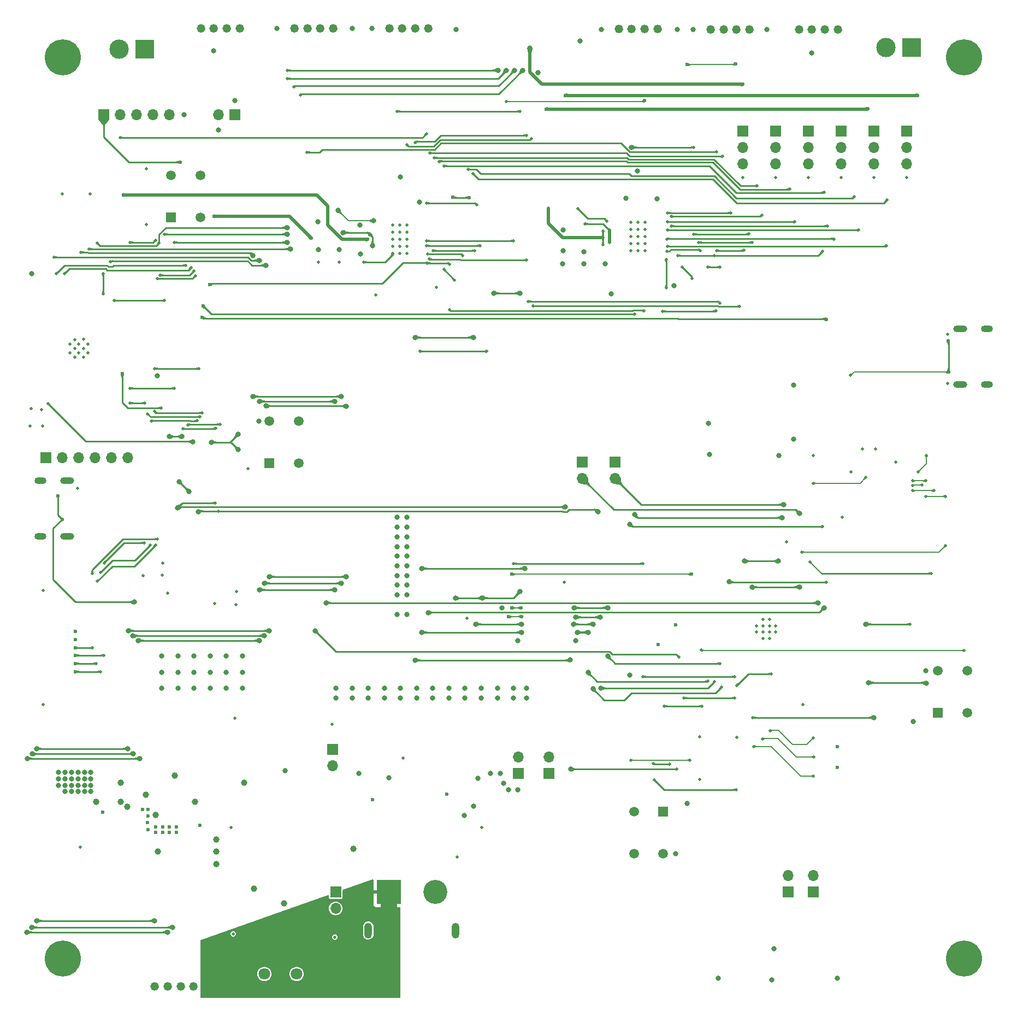
<source format=gbl>
%TF.GenerationSoftware,KiCad,Pcbnew,7.0.9*%
%TF.CreationDate,2024-03-24T19:27:43-04:00*%
%TF.ProjectId,CSTAR,43535441-522e-46b6-9963-61645f706362,rev?*%
%TF.SameCoordinates,Original*%
%TF.FileFunction,Copper,L4,Bot*%
%TF.FilePolarity,Positive*%
%FSLAX46Y46*%
G04 Gerber Fmt 4.6, Leading zero omitted, Abs format (unit mm)*
G04 Created by KiCad (PCBNEW 7.0.9) date 2024-03-24 19:27:43*
%MOMM*%
%LPD*%
G01*
G04 APERTURE LIST*
%TA.AperFunction,ComponentPad*%
%ADD10R,1.700000X1.700000*%
%TD*%
%TA.AperFunction,ComponentPad*%
%ADD11O,1.700000X1.700000*%
%TD*%
%TA.AperFunction,ComponentPad*%
%ADD12O,2.150000X1.050000*%
%TD*%
%TA.AperFunction,ComponentPad*%
%ADD13O,1.850000X1.050000*%
%TD*%
%TA.AperFunction,ComponentPad*%
%ADD14C,1.320800*%
%TD*%
%TA.AperFunction,ComponentPad*%
%ADD15C,0.499999*%
%TD*%
%TA.AperFunction,ComponentPad*%
%ADD16R,1.498000X1.498000*%
%TD*%
%TA.AperFunction,ComponentPad*%
%ADD17C,1.498000*%
%TD*%
%TA.AperFunction,ComponentPad*%
%ADD18R,3.000000X3.000000*%
%TD*%
%TA.AperFunction,ComponentPad*%
%ADD19C,3.000000*%
%TD*%
%TA.AperFunction,ComponentPad*%
%ADD20R,3.716000X3.716000*%
%TD*%
%TA.AperFunction,ComponentPad*%
%ADD21C,3.716000*%
%TD*%
%TA.AperFunction,ComponentPad*%
%ADD22O,1.200000X2.400000*%
%TD*%
%TA.AperFunction,ComponentPad*%
%ADD23C,1.803400*%
%TD*%
%TA.AperFunction,ViaPad*%
%ADD24C,0.460000*%
%TD*%
%TA.AperFunction,ViaPad*%
%ADD25C,0.600000*%
%TD*%
%TA.AperFunction,ViaPad*%
%ADD26C,0.800000*%
%TD*%
%TA.AperFunction,ViaPad*%
%ADD27C,1.000000*%
%TD*%
%TA.AperFunction,ViaPad*%
%ADD28C,5.588000*%
%TD*%
%TA.AperFunction,Conductor*%
%ADD29C,0.250000*%
%TD*%
%TA.AperFunction,Conductor*%
%ADD30C,0.508000*%
%TD*%
%TA.AperFunction,Conductor*%
%ADD31C,0.177800*%
%TD*%
%TA.AperFunction,Conductor*%
%ADD32C,2.540000*%
%TD*%
%TA.AperFunction,Conductor*%
%ADD33C,0.254000*%
%TD*%
G04 APERTURE END LIST*
D10*
%TO.P,J25,1,Pin_1*%
%TO.N,/CSTAR-MCU/pin_4*%
X54500000Y-119200000D03*
D11*
%TO.P,J25,2,Pin_2*%
%TO.N,/CSTAR-MCU/pin_5*%
X57040000Y-119200000D03*
%TO.P,J25,3,Pin_3*%
%TO.N,Net-(J25-Pin_3)*%
X59580000Y-119200000D03*
%TO.P,J25,4,Pin_4*%
%TO.N,Net-(J25-Pin_4)*%
X62120000Y-119200000D03*
%TO.P,J25,5,Pin_5*%
%TO.N,Net-(J25-Pin_5)*%
X64660000Y-119200000D03*
%TO.P,J25,6,Pin_6*%
%TO.N,Net-(J25-Pin_6)*%
X67200000Y-119200000D03*
%TD*%
D12*
%TO.P,J31,SH1,SHIELD*%
%TO.N,GND*%
X57787500Y-122780000D03*
%TO.P,J31,SH2,SHIELD__1*%
X57787500Y-131420000D03*
D13*
%TO.P,J31,SH3,SHIELD__2*%
X53637500Y-122780000D03*
%TO.P,J31,SH4,SHIELD__3*%
X53637500Y-131420000D03*
%TD*%
%TO.P,J27,SH4,SHIELD__3*%
%TO.N,GND*%
X200400000Y-99280000D03*
%TO.P,J27,SH3,SHIELD__2*%
X200400000Y-107920000D03*
D12*
%TO.P,J27,SH2,SHIELD__1*%
X196250000Y-99280000D03*
%TO.P,J27,SH1,SHIELD*%
X196250000Y-107920000D03*
%TD*%
D10*
%TO.P,J10,1,Pin_1*%
%TO.N,+3V3*%
X162560000Y-68580000D03*
D11*
%TO.P,J10,2,Pin_2*%
%TO.N,/CSTAR-Drive/I4*%
X162560000Y-71120000D03*
%TO.P,J10,3,Pin_3*%
%TO.N,GND*%
X162560000Y-73660000D03*
%TD*%
D14*
%TO.P,J18,1,Pin_1*%
%TO.N,+5V*%
X143320000Y-52793000D03*
%TO.P,J18,2,Pin_2*%
%TO.N,5V_trig_3*%
X145319999Y-52793000D03*
%TO.P,J18,3,Pin_3*%
%TO.N,echo_3*%
X147320000Y-52793000D03*
%TO.P,J18,4,Pin_4*%
%TO.N,GND*%
X149319998Y-52793000D03*
%TD*%
D10*
%TO.P,J2,1,Pin_1*%
%TO.N,Net-(J2-Pin_1)*%
X132461000Y-168153000D03*
D11*
%TO.P,J2,2,Pin_2*%
%TO.N,Net-(J2-Pin_2)*%
X132461000Y-165613000D03*
%TD*%
D10*
%TO.P,J22,1,Pin_1*%
%TO.N,UART_TXD*%
X137668000Y-119883000D03*
D11*
%TO.P,J22,2,Pin_2*%
%TO.N,UART_RXD_2*%
X137668000Y-122423000D03*
%TD*%
D15*
%TO.P,U2,29,PAD*%
%TO.N,GND*%
X145203997Y-82719999D03*
X145203997Y-83820000D03*
X145203997Y-84920000D03*
X145203997Y-86020000D03*
X145203997Y-87120001D03*
X146303997Y-82719999D03*
X146303997Y-87120001D03*
X146304000Y-83820000D03*
X146304000Y-84920000D03*
X146304000Y-86020000D03*
X147403997Y-82719999D03*
X147403997Y-83820000D03*
X147403997Y-84920000D03*
X147403997Y-86020000D03*
X147403997Y-87120001D03*
%TD*%
D14*
%TO.P,J17,1,Pin_1*%
%TO.N,+5V*%
X157553401Y-52832000D03*
%TO.P,J17,2,Pin_2*%
%TO.N,5V_trig_4*%
X159553400Y-52832000D03*
%TO.P,J17,3,Pin_3*%
%TO.N,echo_4*%
X161553401Y-52832000D03*
%TO.P,J17,4,Pin_4*%
%TO.N,GND*%
X163553399Y-52832000D03*
%TD*%
D10*
%TO.P,J3,1,Pin_1*%
%TO.N,Net-(J3-Pin_1)*%
X98933000Y-164460000D03*
D11*
%TO.P,J3,2,Pin_2*%
%TO.N,Net-(J3-Pin_2)*%
X98933000Y-167000000D03*
%TD*%
D14*
%TO.P,J11,1,1*%
%TO.N,+3V3*%
X171260000Y-52832000D03*
%TO.P,J11,2,2*%
%TO.N,GND*%
X173259999Y-52832000D03*
%TO.P,J11,3,3*%
%TO.N,Ch.A_MOTOR_1*%
X175260000Y-52832000D03*
%TO.P,J11,4,4*%
%TO.N,Ch.B_MOTOR_1*%
X177259998Y-52832000D03*
%TD*%
D10*
%TO.P,J20,1,Pin_1*%
%TO.N,UART_RXD*%
X142748000Y-119883000D03*
D11*
%TO.P,J20,2,Pin_2*%
%TO.N,UART_TXD_2*%
X142748000Y-122423000D03*
%TD*%
D10*
%TO.P,J6,1,Pin_1*%
%TO.N,Net-(J6-Pin_1)*%
X173482000Y-186576000D03*
D11*
%TO.P,J6,2,Pin_2*%
%TO.N,RXD_LIDAR*%
X173482000Y-184036000D03*
%TD*%
D10*
%TO.P,J5,1,Pin_1*%
%TO.N,Net-(J5-Pin_1)*%
X169545000Y-186576000D03*
D11*
%TO.P,J5,2,Pin_2*%
%TO.N,TXD_LIDAR*%
X169545000Y-184036000D03*
%TD*%
D10*
%TO.P,J15,1,Pin_1*%
%TO.N,+3V3*%
X167640000Y-68580000D03*
D11*
%TO.P,J15,2,Pin_2*%
%TO.N,/CSTAR-Drive/I3*%
X167640000Y-71120000D03*
%TO.P,J15,3,Pin_3*%
%TO.N,GND*%
X167640000Y-73660000D03*
%TD*%
D10*
%TO.P,J8,1,Pin_1*%
%TO.N,+3V3*%
X182880000Y-68580000D03*
D11*
%TO.P,J8,2,Pin_2*%
%TO.N,/CSTAR-Drive/I0*%
X182880000Y-71120000D03*
%TO.P,J8,3,Pin_3*%
%TO.N,GND*%
X182880000Y-73660000D03*
%TD*%
D16*
%TO.P,SW4,1,1*%
%TO.N,EN_2*%
X150205000Y-174100000D03*
D17*
%TO.P,SW4,2,2*%
%TO.N,GND*%
X150205000Y-180600000D03*
%TO.P,SW4,3*%
%TO.N,N/C*%
X145705000Y-174100000D03*
%TO.P,SW4,4*%
X145705000Y-180600000D03*
%TD*%
D15*
%TO.P,U3,29,PAD*%
%TO.N,GND*%
X108323200Y-83179198D03*
X108323200Y-84279199D03*
X108323200Y-85379199D03*
X108323200Y-86479199D03*
X108323200Y-87579200D03*
X109423200Y-83179198D03*
X109423200Y-87579200D03*
X109423203Y-84279199D03*
X109423203Y-85379199D03*
X109423203Y-86479199D03*
X110523200Y-83179198D03*
X110523200Y-84279199D03*
X110523200Y-85379199D03*
X110523200Y-86479199D03*
X110523200Y-87579200D03*
%TD*%
D10*
%TO.P,J1,1,Pin_1*%
%TO.N,Net-(IC1-EN{slash}UV)*%
X99441000Y-186558000D03*
D11*
%TO.P,J1,2,Pin_2*%
%TO.N,Net-(J1-Pin_2)*%
X99441000Y-189098000D03*
%TD*%
D14*
%TO.P,J19,1,Pin_1*%
%TO.N,+5V*%
X93060002Y-52705000D03*
%TO.P,J19,2,Pin_2*%
%TO.N,5V_trig_2*%
X95060001Y-52705000D03*
%TO.P,J19,3,Pin_3*%
%TO.N,echo_2*%
X97060002Y-52705000D03*
%TO.P,J19,4,Pin_4*%
%TO.N,GND*%
X99060000Y-52705000D03*
%TD*%
D10*
%TO.P,J9,1,Pin_1*%
%TO.N,+3V3*%
X172720000Y-68580000D03*
D11*
%TO.P,J9,2,Pin_2*%
%TO.N,/CSTAR-Drive/I2*%
X172720000Y-71120000D03*
%TO.P,J9,3,Pin_3*%
%TO.N,GND*%
X172720000Y-73660000D03*
%TD*%
D14*
%TO.P,J12,1,1*%
%TO.N,+3V3*%
X78550000Y-52705000D03*
%TO.P,J12,2,2*%
%TO.N,GND*%
X80549999Y-52705000D03*
%TO.P,J12,3,3*%
%TO.N,Ch.A_MOTOR_2*%
X82550000Y-52705000D03*
%TO.P,J12,4,4*%
%TO.N,Ch.B_MOTOR_2*%
X84549998Y-52705000D03*
%TD*%
D18*
%TO.P,X2,1*%
%TO.N,/CSTAR-Drive/OUT1_MOTOR_1*%
X188722000Y-55626000D03*
D19*
%TO.P,X2,2*%
%TO.N,/CSTAR-Drive/OUT2_MOTOR_1*%
X184762000Y-55626000D03*
%TD*%
D18*
%TO.P,X1,1*%
%TO.N,/CSTAR-Drive/OUT1_MOTOR_2*%
X69850000Y-55880000D03*
D19*
%TO.P,X1,2*%
%TO.N,/CSTAR-Drive/OUT2_MOTOR_2*%
X65890000Y-55880000D03*
%TD*%
D14*
%TO.P,J29,1,Pin_1*%
%TO.N,+5V*%
X77396599Y-201207001D03*
%TO.P,J29,2,Pin_2*%
%TO.N,Net-(J29-Pin_2)*%
X75396600Y-201207001D03*
%TO.P,J29,3,Pin_3*%
%TO.N,Net-(J29-Pin_3)*%
X73396599Y-201207001D03*
%TO.P,J29,4,Pin_4*%
%TO.N,Net-(J29-Pin_4)*%
X71396601Y-201207001D03*
%TD*%
%TO.P,J21,1,Pin_1*%
%TO.N,+5V*%
X107760000Y-52705000D03*
%TO.P,J21,2,Pin_2*%
%TO.N,5V_trig_1*%
X109759999Y-52705000D03*
%TO.P,J21,3,Pin_3*%
%TO.N,echo_1*%
X111760000Y-52705000D03*
%TO.P,J21,4,Pin_4*%
%TO.N,GND*%
X113759998Y-52705000D03*
%TD*%
D20*
%TO.P,J4,1,+*%
%TO.N,BATT_IN*%
X107652000Y-186532000D03*
D21*
%TO.P,J4,2,-*%
%TO.N,GND*%
X114852000Y-186532000D03*
D22*
%TO.P,J4,S1*%
%TO.N,N/C*%
X104502000Y-192532000D03*
%TO.P,J4,S2*%
X118002000Y-192532000D03*
%TD*%
D10*
%TO.P,J23,1,Pin_1*%
%TO.N,+3V3*%
X127762000Y-168153000D03*
D11*
%TO.P,J23,2,Pin_2*%
%TO.N,Net-(J23-Pin_2)*%
X127762000Y-165613000D03*
%TD*%
D23*
%TO.P,J30,1,1*%
%TO.N,Net-(J30-Pad1)*%
X93392000Y-199263000D03*
%TO.P,J30,2,2*%
%TO.N,Net-(C38-Pad1)*%
X88392000Y-199263000D03*
%TD*%
D10*
%TO.P,J14,1,Pin_1*%
%TO.N,+3V3*%
X177800000Y-68580000D03*
D11*
%TO.P,J14,2,Pin_2*%
%TO.N,/CSTAR-Drive/I1*%
X177800000Y-71120000D03*
%TO.P,J14,3,Pin_3*%
%TO.N,GND*%
X177800000Y-73660000D03*
%TD*%
D10*
%TO.P,J16,1,Pin_1*%
%TO.N,+3V3*%
X187960000Y-68580000D03*
D11*
%TO.P,J16,2,Pin_2*%
%TO.N,/CSTAR-Drive/nDECAY*%
X187960000Y-71120000D03*
%TO.P,J16,3,Pin_3*%
%TO.N,GND*%
X187960000Y-73660000D03*
%TD*%
D16*
%TO.P,SW1,1,1*%
%TO.N,EN*%
X89190000Y-120090000D03*
D17*
%TO.P,SW1,2,2*%
%TO.N,GND*%
X89190000Y-113590000D03*
%TO.P,SW1,3*%
%TO.N,N/C*%
X93690000Y-120090000D03*
%TO.P,SW1,4*%
X93690000Y-113590000D03*
%TD*%
D10*
%TO.P,J24,1,Pin_1*%
%TO.N,+12V*%
X83820000Y-66040000D03*
D11*
%TO.P,J24,2,Pin_2*%
%TO.N,GND*%
X81280000Y-66040000D03*
%TD*%
D16*
%TO.P,SW2,1,1*%
%TO.N,IO0*%
X73950000Y-81990000D03*
D17*
%TO.P,SW2,2,2*%
%TO.N,GND*%
X73950000Y-75490000D03*
%TO.P,SW2,3*%
%TO.N,N/C*%
X78450000Y-81990000D03*
%TO.P,SW2,4*%
X78450000Y-75490000D03*
%TD*%
D10*
%TO.P,J13,1,Pin_1*%
%TO.N,RST_MOTOR*%
X63500000Y-66040000D03*
D11*
%TO.P,J13,2,Pin_2*%
%TO.N,SCL_MOTOR*%
X66040000Y-66040000D03*
%TO.P,J13,3,Pin_3*%
%TO.N,IN1_MOTOR_1*%
X68580000Y-66040000D03*
%TO.P,J13,4,Pin_4*%
%TO.N,IN2_MOTOR_1*%
X71120000Y-66040000D03*
%TO.P,J13,5,Pin_5*%
%TO.N,GND*%
X73660000Y-66040000D03*
%TD*%
D16*
%TO.P,SW3,1,1*%
%TO.N,IO0_2*%
X192822000Y-158750000D03*
D17*
%TO.P,SW3,2,2*%
%TO.N,GND*%
X192822000Y-152250000D03*
%TO.P,SW3,3*%
%TO.N,N/C*%
X197322000Y-158750000D03*
%TO.P,SW3,4*%
X197322000Y-152250000D03*
%TD*%
D24*
%TO.N,GND*%
X58978800Y-100939600D03*
D25*
X152150000Y-145171500D03*
D24*
X177977800Y-128422400D03*
X83947000Y-141986000D03*
X119761000Y-144145000D03*
X164642800Y-146253200D03*
X105664000Y-93980000D03*
X166674800Y-147269200D03*
D26*
X112395000Y-79629000D03*
D24*
X167640000Y-146253200D03*
X155870000Y-169110000D03*
X166674800Y-144272000D03*
D27*
X77597000Y-172593000D03*
D24*
X59820000Y-179610000D03*
D26*
X80518000Y-56134000D03*
D24*
X60350400Y-100888800D03*
D26*
X152400000Y-52832000D03*
D24*
X182880000Y-75819000D03*
D26*
X107721400Y-168884600D03*
D27*
X85242400Y-169648500D03*
D24*
X166674800Y-147269200D03*
X179324000Y-121412000D03*
X165658800Y-146253200D03*
D26*
X141224000Y-89154000D03*
D24*
X187960000Y-75819000D03*
X70104000Y-74422000D03*
D25*
X59055000Y-146177000D03*
D24*
X165658800Y-146253200D03*
D26*
X151892000Y-92583000D03*
D24*
X83820000Y-159639000D03*
X61341000Y-78359000D03*
X83566000Y-193040000D03*
X167640000Y-75819000D03*
X165658800Y-147269200D03*
X60350400Y-102311200D03*
X177800000Y-75819000D03*
X166674800Y-145288000D03*
X165658800Y-145288000D03*
D26*
X168148000Y-118872000D03*
D28*
X196850000Y-57150000D03*
D24*
X109855000Y-165760400D03*
X103759000Y-88900000D03*
X98856800Y-160589000D03*
X169316400Y-132283200D03*
D27*
X80949800Y-178385108D03*
D24*
X186225000Y-119900000D03*
X164693600Y-145288000D03*
D26*
X134620000Y-89204400D03*
D25*
X78359000Y-176225200D03*
D27*
X74523600Y-168478200D03*
D26*
X152146000Y-180594000D03*
D24*
X99949000Y-88900000D03*
D26*
X102997000Y-168148000D03*
D24*
X83250000Y-176525000D03*
X122097800Y-176591000D03*
D28*
X57150000Y-196850000D03*
D26*
X71755000Y-106553000D03*
D24*
X60350400Y-103682800D03*
D27*
X86766400Y-186004200D03*
D24*
X171831000Y-157480000D03*
D26*
X75946000Y-66040000D03*
D27*
X66116200Y-169570400D03*
D24*
X54102000Y-139827000D03*
D26*
X149225000Y-79121000D03*
D24*
X61061600Y-102971600D03*
D26*
X146177000Y-74803000D03*
X190881000Y-152273000D03*
D24*
X99314000Y-193548000D03*
D27*
X91440000Y-188341000D03*
D26*
X81280000Y-68453000D03*
D28*
X196850000Y-196850000D03*
D24*
X58267600Y-102971600D03*
X59639200Y-102971600D03*
X118237000Y-181102000D03*
X80645000Y-141859000D03*
X72626000Y-135576000D03*
X60350400Y-102311200D03*
D25*
X116661000Y-171375000D03*
D26*
X101981000Y-52705000D03*
D24*
X155870000Y-162520000D03*
X69596000Y-137541000D03*
X61061600Y-102971600D03*
X59639200Y-101600000D03*
X58978800Y-102311200D03*
D26*
X173228000Y-56515000D03*
X130810000Y-59563000D03*
D24*
X181102000Y-117856000D03*
D26*
X87503000Y-113538000D03*
D24*
X54102000Y-157480000D03*
D26*
X142113000Y-93853000D03*
D24*
X165658800Y-144272000D03*
D26*
X137922000Y-89204400D03*
X177165000Y-199898000D03*
D24*
X194310000Y-100076000D03*
X58267600Y-102971600D03*
X165658800Y-145288000D03*
D27*
X80949800Y-182245000D03*
D24*
X166674800Y-146253200D03*
X172720000Y-75819000D03*
D27*
X80899000Y-180315108D03*
X71907400Y-180238400D03*
D24*
X58978800Y-103682800D03*
X162560000Y-75819000D03*
X58267600Y-101600000D03*
X96774000Y-88900000D03*
X194310000Y-107696000D03*
X57023000Y-78359000D03*
X59436000Y-123952000D03*
X167640000Y-145288000D03*
D26*
X109474000Y-75692000D03*
D24*
X61061600Y-101600000D03*
D26*
X118110000Y-52832000D03*
D24*
X134874000Y-138557000D03*
X115062000Y-92837000D03*
D28*
X57150000Y-57150000D03*
D27*
X102209600Y-179857400D03*
D24*
X52197000Y-111633000D03*
D26*
X167386000Y-195326000D03*
X158750000Y-199898000D03*
D24*
X52070000Y-114300000D03*
D26*
X170434000Y-116332000D03*
X52324000Y-90678000D03*
X166243000Y-52832000D03*
X137287000Y-54610000D03*
D25*
%TO.N,+3V3*%
X149425000Y-148175000D03*
D26*
X127635000Y-170688000D03*
X80000000Y-150000000D03*
X110500000Y-143500000D03*
X110500000Y-139000000D03*
X109000000Y-134500000D03*
X188976000Y-160147000D03*
X109000000Y-143500000D03*
D24*
X70104000Y-83058000D03*
D26*
X77500000Y-150000000D03*
X110500000Y-134500000D03*
X126238000Y-170688000D03*
X72500000Y-150000000D03*
X109000000Y-140500000D03*
X82500000Y-155000000D03*
X109000000Y-133000000D03*
X124968000Y-168153000D03*
X123444000Y-168153000D03*
X110500000Y-131500000D03*
X75000000Y-150000000D03*
X72500000Y-155000000D03*
X82500000Y-150000000D03*
X110500000Y-130000000D03*
X82500000Y-152500000D03*
X75000000Y-152500000D03*
X110500000Y-133000000D03*
D24*
X173482000Y-118872000D03*
D26*
X75000000Y-155000000D03*
X153924000Y-172847000D03*
X110500000Y-131500000D03*
X85000000Y-150000000D03*
X109000000Y-128500000D03*
X110500000Y-128500000D03*
X110500000Y-136000000D03*
D24*
X183134000Y-117856000D03*
D26*
X85000000Y-150000000D03*
X121462800Y-168960800D03*
D25*
X162585400Y-61341000D03*
D26*
X119380000Y-174728500D03*
X109000000Y-130000000D03*
X110500000Y-131500000D03*
D24*
X84074000Y-139954000D03*
D26*
X77500000Y-155000000D03*
X110500000Y-137500000D03*
X72500000Y-152500000D03*
X109000000Y-131500000D03*
X80000000Y-155000000D03*
X129540000Y-55753000D03*
X80000000Y-152500000D03*
D24*
X73382500Y-140231500D03*
D26*
X120777000Y-173228000D03*
X109000000Y-139000000D03*
X85000000Y-152500000D03*
X85000000Y-155000000D03*
X109000000Y-136000000D03*
X109000000Y-137500000D03*
X109000000Y-143500000D03*
D24*
X85852000Y-120904000D03*
D25*
X59050000Y-147425000D03*
D26*
X77500000Y-155000000D03*
X77500000Y-150000000D03*
X125476000Y-169672000D03*
D24*
X53848000Y-111760000D03*
D26*
X77500000Y-152500000D03*
D24*
X72517000Y-137414000D03*
X53975000Y-114300000D03*
D26*
X110500000Y-140500000D03*
%TO.N,+12V*%
X83820000Y-63881000D03*
X57500000Y-168000000D03*
X96647000Y-82677000D03*
X56500000Y-169000000D03*
D25*
X63346000Y-174214000D03*
X71540000Y-176470000D03*
X72680000Y-176470000D03*
D26*
X99949000Y-86995000D03*
X57500000Y-171000000D03*
D27*
X66140000Y-172544000D03*
D26*
X61500000Y-168000000D03*
D25*
X70358000Y-173736000D03*
D26*
X60500000Y-171000000D03*
D25*
X71550000Y-177310000D03*
D26*
X144399000Y-78994000D03*
X60500000Y-170000000D03*
X60500000Y-171000000D03*
X56500000Y-170000000D03*
X59500000Y-168000000D03*
D27*
X71501000Y-174625000D03*
D25*
X73670000Y-176500000D03*
X74730000Y-177350000D03*
D27*
X67120400Y-173368600D03*
D26*
X58500000Y-168000000D03*
X61500000Y-169000000D03*
D25*
X73680000Y-177330000D03*
D26*
X103225600Y-83185000D03*
X58500000Y-170000000D03*
X58500000Y-169000000D03*
D25*
X72680000Y-177300000D03*
D26*
X134696200Y-83945100D03*
X58500000Y-171000000D03*
X60500000Y-168000000D03*
D25*
X70318000Y-176916000D03*
D26*
X61500000Y-170000000D03*
D25*
X69498000Y-173746000D03*
D26*
X57500000Y-170000000D03*
X61500000Y-169000000D03*
D25*
X74720000Y-176490000D03*
D26*
X91643200Y-167767000D03*
X56500000Y-168000000D03*
X59500000Y-171000000D03*
D25*
X70308000Y-175786000D03*
D27*
X70050000Y-171511000D03*
D26*
X59500000Y-170000000D03*
D27*
X62280800Y-172544000D03*
D26*
X56500000Y-169000000D03*
X61500000Y-171000000D03*
X57500000Y-169000000D03*
X96774000Y-86995000D03*
X103251000Y-87680800D03*
X134696200Y-87172400D03*
X57500000Y-169000000D03*
D25*
X70338000Y-174786000D03*
D26*
X60500000Y-169000000D03*
X59500000Y-169000000D03*
X137947400Y-87299400D03*
%TO.N,+5V*%
X124500000Y-156500000D03*
X117000000Y-156500000D03*
X104500000Y-155000000D03*
X122000000Y-155000000D03*
X112000000Y-155000000D03*
X124500000Y-155000000D03*
X127635000Y-147574000D03*
X117000000Y-155000000D03*
X119500000Y-156500000D03*
X107000000Y-155000000D03*
X119500000Y-155000000D03*
X109500000Y-156500000D03*
X109500000Y-156500000D03*
X107000000Y-155000000D03*
X157226000Y-113919000D03*
D25*
X105156000Y-172212000D03*
D26*
X122000000Y-156500000D03*
X99500000Y-155000000D03*
X154813000Y-52832000D03*
X102000000Y-155000000D03*
X127000000Y-156500000D03*
X129000000Y-155000000D03*
X102000000Y-156500000D03*
X90297000Y-52705000D03*
X167005000Y-200152000D03*
X140589000Y-52832000D03*
X112000000Y-155000000D03*
X109500000Y-155000000D03*
X127000000Y-156500000D03*
X114500000Y-156500000D03*
X117000000Y-155000000D03*
X99500000Y-156500000D03*
X105029000Y-52705000D03*
X107000000Y-156500000D03*
X127000000Y-155000000D03*
X112000000Y-156500000D03*
X107000000Y-156500000D03*
X129000000Y-156500000D03*
X114500000Y-155000000D03*
X104500000Y-156500000D03*
D24*
%TO.N,Net-(U2-V3P3OUT)*%
X154686000Y-91440000D03*
X153162000Y-89662000D03*
%TO.N,Net-(U3-V3P3OUT)*%
X116205000Y-90043000D03*
X117856000Y-91694000D03*
%TO.N,Net-(U2-VCP)*%
X141461153Y-82533153D03*
X136956800Y-80594200D03*
D26*
%TO.N,Net-(U3-VCP)*%
X99822000Y-80899000D03*
X105283000Y-82493100D03*
%TO.N,EN*%
X84328000Y-117983000D03*
D24*
X54864000Y-110871000D03*
D26*
X80137000Y-116840000D03*
X77325465Y-116789999D03*
X84328000Y-115570000D03*
D24*
%TO.N,IO0*%
X72390000Y-111556800D03*
D25*
X66370200Y-106197400D03*
D24*
%TO.N,IO0_2*%
X189738000Y-121412000D03*
D26*
X181610000Y-145032325D03*
D24*
X188469675Y-145032325D03*
X191008000Y-118872000D03*
D26*
X191008000Y-154178000D03*
X182052000Y-154112000D03*
D24*
%TO.N,EN_2*%
X156143938Y-149031938D03*
X150368000Y-157734000D03*
X196850000Y-149098000D03*
X156210000Y-157734000D03*
D25*
%TO.N,/CSTAR-Drive/OUT2_MOTOR_2*%
X104368600Y-85394800D03*
X66548000Y-78511400D03*
%TO.N,/CSTAR-Drive/OUT1_MOTOR_2*%
X80619600Y-81813400D03*
X95656400Y-85217000D03*
%TO.N,/CSTAR-Drive/OUT2_MOTOR_1*%
X181965600Y-65151000D03*
X132105400Y-65201800D03*
D24*
%TO.N,/CSTAR-Drive/OUT1_MOTOR_1*%
X140919200Y-84074000D03*
D25*
X135026400Y-63068200D03*
X189687200Y-63068200D03*
D24*
X132435600Y-80518000D03*
X140843000Y-86233000D03*
D27*
%TO.N,BATT_IN*%
X80035400Y-195224400D03*
D24*
%TO.N,/CSTAR-Drive/I0*%
X150876000Y-83947000D03*
X179832000Y-78740000D03*
X180467000Y-83947000D03*
X120000000Y-74554500D03*
%TO.N,/CSTAR-Drive/I2*%
X150876000Y-82677000D03*
X115500000Y-73304500D03*
X170561000Y-82677000D03*
X169799000Y-77597000D03*
%TO.N,/CSTAR-Drive/I4*%
X159385000Y-72517000D03*
X150876000Y-81280000D03*
X114054500Y-72004500D03*
X160655000Y-81280000D03*
%TO.N,Ch.A_MOTOR_1*%
X166979600Y-152730200D03*
X161594800Y-154508200D03*
D26*
%TO.N,Ch.B_MOTOR_1*%
X182880000Y-159512000D03*
D24*
X164084000Y-159512000D03*
%TO.N,Ch.A_MOTOR_2*%
X153416000Y-156464000D03*
X161290000Y-156464000D03*
D26*
X96266000Y-146050000D03*
D24*
X152634463Y-150114000D03*
D26*
%TO.N,Ch.B_MOTOR_2*%
X174244000Y-141732000D03*
X97917000Y-141732000D03*
D24*
%TO.N,/CSTAR-Drive/I1*%
X151500000Y-83312000D03*
X175641000Y-83312000D03*
X175133000Y-78105000D03*
X116250000Y-74000000D03*
%TO.N,/CSTAR-Drive/I3*%
X151500000Y-81846000D03*
X114750000Y-72750000D03*
X164719000Y-77089000D03*
X165481000Y-81661000D03*
%TO.N,/CSTAR-Drive/nDECAY*%
X150876000Y-86469999D03*
X184912000Y-79248000D03*
X120750000Y-75184000D03*
X184785000Y-86360000D03*
%TO.N,5V_trig_4*%
X164000000Y-85852000D03*
X155702000Y-85852000D03*
D25*
%TO.N,echo_4*%
X128143000Y-142494000D03*
X126746000Y-142494000D03*
X126746000Y-137287000D03*
X153924000Y-58293000D03*
X154559000Y-137287000D03*
X161417000Y-58166000D03*
D24*
%TO.N,5V_trig_3*%
X154940000Y-71120000D03*
X163500000Y-84501500D03*
D26*
X145288000Y-71120000D03*
D24*
X154940000Y-84582000D03*
%TO.N,echo_3*%
X125857000Y-64008000D03*
D25*
X147320000Y-63881000D03*
X128270000Y-143844000D03*
X126238000Y-143891000D03*
D24*
%TO.N,5V_trig_2*%
X158479000Y-87105000D03*
X94996000Y-71882000D03*
X162750000Y-87024499D03*
X158496000Y-71792500D03*
D26*
%TO.N,echo_2*%
X123952000Y-93726000D03*
D24*
X108966000Y-65532000D03*
D26*
X128016000Y-93726000D03*
X121158000Y-145034000D03*
D24*
X128016000Y-65532000D03*
D26*
X128270000Y-145034000D03*
D24*
%TO.N,UART_RXD*%
X76500000Y-114195500D03*
D26*
X140081000Y-127635000D03*
D24*
X57404000Y-90678000D03*
X81250000Y-127500000D03*
D26*
X78105000Y-127635000D03*
D24*
X81500000Y-114046000D03*
X77000000Y-89750000D03*
%TO.N,UART_TXD_2*%
X171704000Y-133858000D03*
D26*
X168910000Y-126492000D03*
D24*
X193983000Y-132842000D03*
%TO.N,5V_trig_1*%
X130000000Y-95736000D03*
X162025500Y-95758000D03*
X110500000Y-70750000D03*
X129750000Y-69750000D03*
D26*
%TO.N,echo_1*%
X128778000Y-136398000D03*
X112776000Y-146304000D03*
D24*
X111760000Y-70358000D03*
D26*
X112776000Y-136398000D03*
D24*
X129000000Y-69250000D03*
D26*
X128270000Y-146304000D03*
%TO.N,UART_TXD*%
X135001000Y-126873000D03*
D24*
X80862000Y-114644000D03*
X56134000Y-90678000D03*
X76200000Y-89408000D03*
X80772000Y-126238000D03*
X75750000Y-114750000D03*
D26*
X74930000Y-127000000D03*
D24*
%TO.N,UART_RXD_2*%
X172974000Y-135382000D03*
D26*
X171323000Y-127889000D03*
D24*
X191770000Y-137160000D03*
%TO.N,IN1_MOTOR_1*%
X150749000Y-85344000D03*
D25*
X175514000Y-97790000D03*
D24*
X176657000Y-85344000D03*
D25*
X78765400Y-97459800D03*
%TO.N,IN2_MOTOR_1*%
X78892400Y-95732600D03*
D24*
X145796000Y-97002600D03*
D26*
X168656000Y-128524000D03*
X145796000Y-128016000D03*
D25*
%TO.N,IN1_MOTOR_2*%
X120167400Y-78892400D03*
X117576600Y-78841600D03*
D24*
X113538000Y-85598000D03*
X161290000Y-153162000D03*
X147066000Y-153162000D03*
X127000000Y-135636000D03*
X127000000Y-85598000D03*
X147066000Y-135636000D03*
%TO.N,IN2_MOTOR_2*%
X113538000Y-86360000D03*
D26*
X113792000Y-143256000D03*
D24*
X121793000Y-86360000D03*
D26*
X175133000Y-142494000D03*
%TO.N,Net-(J29-Pin_2)*%
X52324000Y-192024000D03*
X74168000Y-192024000D03*
X88392000Y-138684000D03*
X88392000Y-146812000D03*
X52393636Y-165146424D03*
X86614000Y-109728000D03*
X67980750Y-146849940D03*
X86614000Y-87884000D03*
X100330000Y-138684000D03*
X100330000Y-109728000D03*
X68072000Y-165100000D03*
D24*
X59944000Y-87376000D03*
D26*
%TO.N,Net-(J29-Pin_3)*%
X69088000Y-165862000D03*
X87630000Y-139700000D03*
D24*
X55758000Y-88138000D03*
D26*
X99314000Y-139700000D03*
X87630000Y-110490000D03*
X68834000Y-147574000D03*
X51562000Y-192786000D03*
X87630000Y-147574000D03*
X87630000Y-88646000D03*
X51599500Y-165862000D03*
X99314000Y-110490000D03*
X73406000Y-192786000D03*
%TO.N,Net-(J29-Pin_4)*%
X89154000Y-146050000D03*
D24*
X64516000Y-88862500D03*
D26*
X101092000Y-111252000D03*
X88646000Y-89408000D03*
X101092000Y-137668000D03*
X53048500Y-164338000D03*
X67256250Y-164338000D03*
X89154000Y-137668000D03*
X53086000Y-191008000D03*
X67310000Y-146050000D03*
X71374000Y-191008000D03*
X88646000Y-111214500D03*
%TO.N,Net-(Q1-G)*%
X75565000Y-115951000D03*
X73660000Y-115951000D03*
%TO.N,Net-(Q2-G)*%
X76708000Y-124460000D03*
X75184000Y-122936000D03*
D24*
%TO.N,RTS_2*%
X188849000Y-124333000D03*
X192151000Y-124333000D03*
%TO.N,nFAULT_MOTOR_1*%
X150114000Y-96520000D03*
X157099000Y-89662000D03*
X155956000Y-87142000D03*
X158369000Y-96482500D03*
X148844000Y-169164000D03*
X161544000Y-170688000D03*
X150747276Y-87259577D03*
X159004000Y-89662000D03*
%TO.N,nFAULT_MOTOR_2*%
X112522000Y-102743000D03*
D26*
X120777000Y-100584000D03*
D24*
X122809000Y-102743000D03*
X152350000Y-167530000D03*
D26*
X135810000Y-150590000D03*
D24*
X113665000Y-87630000D03*
D26*
X111760000Y-150622000D03*
X135920000Y-167530000D03*
D24*
X119126000Y-87884000D03*
D26*
X111760000Y-100584000D03*
D24*
%TO.N,Net-(R20-Pad2)*%
X141859000Y-85852000D03*
X141859000Y-83947000D03*
X138099800Y-82956400D03*
D26*
%TO.N,Net-(R21-Pad2)*%
X100584000Y-84328000D03*
X105156000Y-86360000D03*
D25*
X104762300Y-84641300D03*
%TO.N,VBUS_1*%
X56362600Y-125141000D03*
X57025000Y-128825000D03*
D26*
X68199000Y-141605000D03*
D24*
%TO.N,VBUS_2*%
X179251000Y-106426000D03*
D25*
X194411600Y-101092000D03*
X194437000Y-105943400D03*
D24*
%TO.N,Net-(U8-RSTb)*%
X181610000Y-122301000D03*
X173482000Y-123190000D03*
%TO.N,Net-(U8-TXD)*%
X190881000Y-125222000D03*
X193929000Y-125222000D03*
X188849000Y-122809000D03*
X190881000Y-122809000D03*
%TO.N,Net-(U8-RXD)*%
X188849000Y-123571000D03*
X190362100Y-123444000D03*
%TO.N,SCL*%
X165620000Y-162810000D03*
X173560000Y-165610000D03*
D26*
%TO.N,3V_echo_1*%
X138557000Y-152527000D03*
D24*
X157149800Y-153873200D03*
D26*
X136906000Y-146304000D03*
X138557000Y-146304000D03*
%TO.N,3V_echo_2*%
X139319000Y-145034000D03*
X139319000Y-155067000D03*
X136271000Y-145034000D03*
D24*
X159258000Y-154762200D03*
%TO.N,3V_echo_3*%
X158191200Y-153924000D03*
D26*
X140462000Y-143944000D03*
X136652000Y-143944000D03*
X140538200Y-154965400D03*
%TO.N,3V_echo_4*%
X141605000Y-149987000D03*
X136398000Y-142494000D03*
D24*
X159004000Y-151130000D03*
D26*
X141605000Y-142494000D03*
D24*
%TO.N,RGB_Blue_Control*%
X63373000Y-90678000D03*
X63373000Y-93853000D03*
%TO.N,I2S_CLK*%
X63491500Y-149860000D03*
X74422000Y-85852000D03*
D26*
X127127000Y-59182000D03*
D24*
X67564000Y-110744000D03*
X69850000Y-110744000D03*
D26*
X91948000Y-85852000D03*
D25*
X59055000Y-149860000D03*
D24*
X74422000Y-108458000D03*
X63550000Y-135550000D03*
X67564000Y-108458000D03*
X92964000Y-61722000D03*
X69740786Y-132410200D03*
D26*
%TO.N,I2S_D2*%
X128397000Y-59182000D03*
D24*
X61214000Y-86868000D03*
X93980000Y-62992000D03*
D26*
X92456000Y-86868000D03*
D24*
%TO.N,I2S_D3*%
X71374000Y-112064800D03*
X61722000Y-148717000D03*
X71750000Y-131851400D03*
X78740000Y-112268000D03*
X78232000Y-105410000D03*
X71374000Y-105410000D03*
D25*
X59055000Y-148717000D03*
D24*
X61700000Y-137200000D03*
D26*
%TO.N,I2S_CMD*%
X125857000Y-59182000D03*
D24*
X72250000Y-90945500D03*
X70866000Y-113538000D03*
D26*
X91952299Y-83561701D03*
D24*
X62484000Y-85953600D03*
X62484000Y-138404600D03*
X91948000Y-60452000D03*
X78000000Y-113491500D03*
X77500000Y-90250000D03*
X72054500Y-86000000D03*
D25*
X59055000Y-151130000D03*
D24*
X62331600Y-151130000D03*
X71500000Y-132750000D03*
%TO.N,I2S_D0*%
X72898000Y-84582000D03*
D26*
X91948000Y-84582000D03*
X124587000Y-59182000D03*
D24*
X65074800Y-94869000D03*
X72898000Y-94869000D03*
X91948000Y-59182000D03*
%TO.N,I2S_D1*%
X67564000Y-85852000D03*
X70295286Y-112420400D03*
X71750000Y-91500000D03*
X71500000Y-85500000D03*
D25*
X59055000Y-152400000D03*
D24*
X70715818Y-132750000D03*
X77708900Y-91000000D03*
X62950000Y-137050000D03*
X78384400Y-112903000D03*
X62992000Y-152400000D03*
%TO.N,INT*%
X173510000Y-162640000D03*
X166760000Y-161610000D03*
%TO.N,trig_1*%
X175514000Y-138557000D03*
D26*
X160401000Y-138430000D03*
%TO.N,trig_3*%
X162814000Y-135255000D03*
X168021000Y-135255000D03*
%TO.N,trig_4*%
X163957000Y-139319000D03*
X171323000Y-139282000D03*
%TO.N,Net-(U4-OE)*%
X122174000Y-140970000D03*
X128016000Y-139954000D03*
X117983000Y-141007000D03*
D24*
%TO.N,RST_MOTOR*%
X117094000Y-96266000D03*
X147250000Y-96500000D03*
D25*
X79959200Y-92430600D03*
D24*
X151240000Y-166760000D03*
X150660000Y-88480000D03*
X117094000Y-89250000D03*
X150660000Y-92900000D03*
D25*
X75336400Y-73406000D03*
D24*
X113658072Y-89085799D03*
X148700000Y-166650000D03*
%TO.N,SCL_MOTOR*%
X113500000Y-69000000D03*
X129000000Y-88609000D03*
X158140400Y-87884000D03*
X154305000Y-166116000D03*
X159004000Y-95250000D03*
X113500000Y-79750000D03*
X66040000Y-69596000D03*
X113926980Y-88438443D03*
D26*
X145034000Y-129540000D03*
D24*
X121333359Y-80013505D03*
X152450800Y-87884000D03*
X121000000Y-87122000D03*
X129286000Y-95000000D03*
D26*
X145034000Y-152908000D03*
D24*
X174879000Y-87249000D03*
X174879000Y-129921000D03*
X114554000Y-87122000D03*
X145161000Y-166116000D03*
%TO.N,SDA*%
X173500000Y-168580000D03*
X164280000Y-164000000D03*
D26*
%TO.N,+3V3*%
X157353000Y-118745000D03*
D25*
X177188500Y-164060000D03*
D24*
X161630000Y-162550000D03*
D26*
X125222000Y-142494000D03*
X136652000Y-147574000D03*
D25*
X177188500Y-167210000D03*
D26*
X170434000Y-107950000D03*
%TD*%
D29*
%TO.N,VBUS_1*%
X59105800Y-141605000D02*
X68199000Y-141605000D01*
X55651400Y-138150600D02*
X59105800Y-141605000D01*
X55651400Y-130198600D02*
X55651400Y-138150600D01*
X57025000Y-128825000D02*
X55651400Y-130198600D01*
X56362600Y-128162600D02*
X56362600Y-125141000D01*
X57025000Y-128825000D02*
X56362600Y-128162600D01*
%TO.N,GND*%
X107061000Y-88900000D02*
X103759000Y-88900000D01*
X108331000Y-87630000D02*
X107061000Y-88900000D01*
D30*
%TO.N,+3V3*%
X129540000Y-59500739D02*
X129540000Y-55753000D01*
X162585400Y-61341000D02*
X131380261Y-61341000D01*
X131380261Y-61341000D02*
X129540000Y-59500739D01*
D29*
%TO.N,Net-(U2-V3P3OUT)*%
X154686000Y-91186000D02*
X153162000Y-89662000D01*
X154686000Y-91440000D02*
X154686000Y-91186000D01*
%TO.N,Net-(U3-V3P3OUT)*%
X117856000Y-91694000D02*
X116205000Y-90043000D01*
%TO.N,Net-(U2-VCP)*%
X141097000Y-82169000D02*
X141461153Y-82533153D01*
X138531600Y-82169000D02*
X141097000Y-82169000D01*
X136956800Y-80594200D02*
X138531600Y-82169000D01*
D31*
%TO.N,Net-(U3-VCP)*%
X101416100Y-82493100D02*
X105283000Y-82493100D01*
X99822000Y-80899000D02*
X101416100Y-82493100D01*
D29*
%TO.N,EN*%
X80137000Y-116840000D02*
X83058000Y-116840000D01*
X54864000Y-110871000D02*
X60706000Y-116713000D01*
X77248466Y-116713000D02*
X77325465Y-116789999D01*
X83058000Y-116840000D02*
X83185000Y-116840000D01*
X83058000Y-116840000D02*
X84328000Y-115570000D01*
X60706000Y-116713000D02*
X77248466Y-116713000D01*
X83185000Y-116840000D02*
X84328000Y-117983000D01*
%TO.N,IO0*%
X67233800Y-111506000D02*
X66370200Y-110642400D01*
X72390000Y-111556800D02*
X72339200Y-111506000D01*
X66370200Y-110642400D02*
X66370200Y-106197400D01*
X72339200Y-111506000D02*
X67233800Y-111506000D01*
D31*
%TO.N,IO0_2*%
X191008000Y-118872000D02*
X191008000Y-120142000D01*
D29*
X190942000Y-154112000D02*
X191008000Y-154178000D01*
D31*
X191008000Y-120142000D02*
X189738000Y-121412000D01*
D29*
X182052000Y-154112000D02*
X190942000Y-154112000D01*
X181610000Y-145032325D02*
X188469675Y-145032325D01*
D31*
%TO.N,EN_2*%
X156143938Y-149031938D02*
X156210000Y-149098000D01*
X156210000Y-149098000D02*
X196850000Y-149098000D01*
D29*
X150368000Y-157734000D02*
X156210000Y-157734000D01*
D30*
%TO.N,/CSTAR-Drive/OUT2_MOTOR_2*%
X98247200Y-83198939D02*
X100443061Y-85394800D01*
X98247200Y-80238600D02*
X98247200Y-83198939D01*
X100443061Y-85394800D02*
X104368600Y-85394800D01*
X96520000Y-78511400D02*
X98247200Y-80238600D01*
X66548000Y-78511400D02*
X96520000Y-78511400D01*
%TO.N,/CSTAR-Drive/OUT1_MOTOR_2*%
X92252800Y-81813400D02*
X80619600Y-81813400D01*
X95656400Y-85217000D02*
X92252800Y-81813400D01*
%TO.N,/CSTAR-Drive/OUT2_MOTOR_1*%
X181914800Y-65201800D02*
X181965600Y-65151000D01*
X132105400Y-65201800D02*
X181914800Y-65201800D01*
D29*
%TO.N,/CSTAR-Drive/OUT1_MOTOR_1*%
X140843000Y-85090000D02*
X140843000Y-84150200D01*
D30*
X140843000Y-85090000D02*
X134633361Y-85090000D01*
D29*
X140843000Y-84150200D02*
X140919200Y-84074000D01*
D30*
X134633361Y-85090000D02*
X132435600Y-82892239D01*
X132435600Y-82892239D02*
X132435600Y-80518000D01*
D29*
X140843000Y-86233000D02*
X140843000Y-85090000D01*
D30*
X135026400Y-63068200D02*
X189687200Y-63068200D01*
D32*
%TO.N,BATT_IN*%
X105841800Y-196088000D02*
X80899000Y-196088000D01*
X107652000Y-194277800D02*
X105841800Y-196088000D01*
X80899000Y-196088000D02*
X80035400Y-195224400D01*
X107652000Y-186532000D02*
X107652000Y-194277800D01*
D29*
%TO.N,/CSTAR-Drive/I0*%
X145244305Y-75565000D02*
X158115000Y-75565000D01*
X161550000Y-79000000D02*
X179572000Y-79000000D01*
X179572000Y-79000000D02*
X179832000Y-78740000D01*
X121898889Y-75250000D02*
X144929305Y-75250000D01*
X144929305Y-75250000D02*
X145244305Y-75565000D01*
X120000000Y-74554500D02*
X120534500Y-74554500D01*
X120000000Y-74554500D02*
X121203389Y-74554500D01*
X150876000Y-83947000D02*
X180467000Y-83947000D01*
X158115000Y-75565000D02*
X161550000Y-79000000D01*
X121203389Y-74554500D02*
X121898889Y-75250000D01*
%TO.N,/CSTAR-Drive/I2*%
X115500000Y-73304500D02*
X115554500Y-73250000D01*
X150876000Y-82677000D02*
X170561000Y-82677000D01*
X144650507Y-73417000D02*
X157870604Y-73417000D01*
X144483507Y-73250000D02*
X144650507Y-73417000D01*
X169752000Y-77644000D02*
X169799000Y-77597000D01*
X162097604Y-77644000D02*
X169752000Y-77644000D01*
X115554500Y-73250000D02*
X144483507Y-73250000D01*
X157870604Y-73417000D02*
X162097604Y-77644000D01*
%TO.N,/CSTAR-Drive/I4*%
X145023299Y-72517000D02*
X159385000Y-72517000D01*
X144506299Y-72000000D02*
X145023299Y-72517000D01*
X114059000Y-72000000D02*
X144506299Y-72000000D01*
X150876000Y-81280000D02*
X160655000Y-81280000D01*
X114054500Y-72004500D02*
X114059000Y-72000000D01*
%TO.N,Ch.A_MOTOR_1*%
X163372800Y-152730200D02*
X161594800Y-154508200D01*
X166979600Y-152730200D02*
X163372800Y-152730200D01*
%TO.N,Ch.B_MOTOR_1*%
X164084000Y-159512000D02*
X182880000Y-159512000D01*
%TO.N,Ch.A_MOTOR_2*%
X152195463Y-149675000D02*
X142318305Y-149675000D01*
X142318305Y-149675000D02*
X141905305Y-149262000D01*
X141905305Y-149262000D02*
X99478000Y-149262000D01*
X161290000Y-156464000D02*
X153416000Y-156464000D01*
X99478000Y-149262000D02*
X96266000Y-146050000D01*
X152634463Y-150114000D02*
X152195463Y-149675000D01*
%TO.N,Ch.B_MOTOR_2*%
X174244000Y-141732000D02*
X97917000Y-141732000D01*
%TO.N,/CSTAR-Drive/I1*%
X116250000Y-74000000D02*
X157418500Y-74000000D01*
X157418500Y-74000000D02*
X161570500Y-78152000D01*
X174938500Y-78152000D02*
X174985500Y-78105000D01*
X161570500Y-78152000D02*
X174938500Y-78152000D01*
X151500000Y-83312000D02*
X175641000Y-83312000D01*
%TO.N,/CSTAR-Drive/I3*%
X162179000Y-77089000D02*
X164719000Y-77089000D01*
X144836903Y-72967000D02*
X158057000Y-72967000D01*
X144619903Y-72750000D02*
X144836903Y-72967000D01*
X114750000Y-72750000D02*
X144619903Y-72750000D01*
X151500000Y-81846000D02*
X165296000Y-81846000D01*
X158057000Y-72967000D02*
X162179000Y-77089000D01*
X165296000Y-81846000D02*
X165481000Y-81661000D01*
%TO.N,/CSTAR-Drive/nDECAY*%
X161663604Y-79750000D02*
X184410000Y-79750000D01*
X184410000Y-79750000D02*
X184912000Y-79248000D01*
X184675001Y-86469999D02*
X184785000Y-86360000D01*
X157928604Y-76015000D02*
X161663604Y-79750000D01*
X121581000Y-76015000D02*
X157928604Y-76015000D01*
X150876000Y-86469999D02*
X184675001Y-86469999D01*
X120750000Y-75184000D02*
X121581000Y-76015000D01*
%TO.N,5V_trig_4*%
X155702000Y-85852000D02*
X164000000Y-85852000D01*
D31*
%TO.N,echo_4*%
X153924000Y-58293000D02*
X161290000Y-58293000D01*
X128143000Y-142494000D02*
X126746000Y-142494000D01*
X161290000Y-58293000D02*
X161417000Y-58166000D01*
X126746000Y-137287000D02*
X154559000Y-137287000D01*
D29*
%TO.N,5V_trig_3*%
X145288000Y-71120000D02*
X154940000Y-71120000D01*
X154940000Y-84582000D02*
X163419500Y-84582000D01*
X163419500Y-84582000D02*
X163500000Y-84501500D01*
D31*
%TO.N,echo_3*%
X126285000Y-143844000D02*
X126238000Y-143891000D01*
X147193000Y-64008000D02*
X147320000Y-63881000D01*
X128270000Y-143844000D02*
X126285000Y-143844000D01*
X125857000Y-64008000D02*
X147193000Y-64008000D01*
D29*
%TO.N,5V_trig_2*%
X115744681Y-70500000D02*
X143642695Y-70500000D01*
X158443500Y-71845000D02*
X158496000Y-71792500D01*
X97328000Y-71450000D02*
X114794681Y-71450000D01*
X96896000Y-71882000D02*
X97328000Y-71450000D01*
X162669499Y-87105000D02*
X158479000Y-87105000D01*
X114794681Y-71450000D02*
X115744681Y-70500000D01*
X144987695Y-71845000D02*
X158443500Y-71845000D01*
X162750000Y-87024499D02*
X162669499Y-87105000D01*
X94996000Y-71882000D02*
X96896000Y-71882000D01*
X143642695Y-70500000D02*
X144987695Y-71845000D01*
%TO.N,echo_2*%
X128270000Y-145034000D02*
X121158000Y-145034000D01*
X123952000Y-93726000D02*
X128016000Y-93726000D01*
X128016000Y-65532000D02*
X108966000Y-65532000D01*
%TO.N,UART_RXD*%
X76649500Y-114046000D02*
X76500000Y-114195500D01*
X78240000Y-127500000D02*
X134602695Y-127500000D01*
X135649305Y-127250000D02*
X139696000Y-127250000D01*
X76580000Y-90170000D02*
X64008000Y-90170000D01*
X63791000Y-89953000D02*
X58129000Y-89953000D01*
X64008000Y-90170000D02*
X63791000Y-89953000D01*
X139696000Y-127250000D02*
X140081000Y-127635000D01*
X58129000Y-89953000D02*
X57404000Y-90678000D01*
X78105000Y-127635000D02*
X78240000Y-127500000D01*
X135301305Y-127598000D02*
X135649305Y-127250000D01*
X134700695Y-127598000D02*
X135301305Y-127598000D01*
X81500000Y-114046000D02*
X76649500Y-114046000D01*
X134602695Y-127500000D02*
X134700695Y-127598000D01*
X77000000Y-89750000D02*
X76580000Y-90170000D01*
%TO.N,UART_TXD_2*%
X168910000Y-126492000D02*
X146817000Y-126492000D01*
D31*
X192967000Y-133858000D02*
X171704000Y-133858000D01*
D29*
X146817000Y-126492000D02*
X142748000Y-122423000D01*
D31*
X193983000Y-132842000D02*
X192967000Y-133858000D01*
D29*
%TO.N,5V_trig_1*%
X110750000Y-71000000D02*
X114608285Y-71000000D01*
X158774111Y-95805000D02*
X161978500Y-95805000D01*
X161978500Y-95805000D02*
X162025500Y-95758000D01*
X129500000Y-70000000D02*
X129750000Y-69750000D01*
X114608285Y-71000000D02*
X115608285Y-70000000D01*
X158705111Y-95736000D02*
X158774111Y-95805000D01*
X115608285Y-70000000D02*
X129500000Y-70000000D01*
X130000000Y-95736000D02*
X158705111Y-95736000D01*
X110500000Y-70750000D02*
X110750000Y-71000000D01*
%TO.N,echo_1*%
X129000000Y-69250000D02*
X115721889Y-69250000D01*
X114783889Y-70188000D02*
X111930000Y-70188000D01*
X111930000Y-70188000D02*
X111760000Y-70358000D01*
X115721889Y-69250000D02*
X114783889Y-70188000D01*
X128270000Y-146304000D02*
X112776000Y-146304000D01*
X128778000Y-136398000D02*
X112776000Y-136398000D01*
%TO.N,UART_TXD*%
X76200000Y-89408000D02*
X64995805Y-89408000D01*
X80756000Y-114750000D02*
X80862000Y-114644000D01*
X80772000Y-126238000D02*
X75692000Y-126238000D01*
X64995805Y-89408000D02*
X64816305Y-89587500D01*
X75057000Y-126873000D02*
X135001000Y-126873000D01*
X64215695Y-89587500D02*
X64036195Y-89408000D01*
X75750000Y-114750000D02*
X80756000Y-114750000D01*
X75692000Y-126238000D02*
X74930000Y-127000000D01*
X64036195Y-89408000D02*
X57404000Y-89408000D01*
X57404000Y-89408000D02*
X56134000Y-90678000D01*
X64816305Y-89587500D02*
X64215695Y-89587500D01*
X74930000Y-127000000D02*
X75057000Y-126873000D01*
%TO.N,UART_RXD_2*%
X142536000Y-127291000D02*
X137668000Y-122423000D01*
X170725000Y-127291000D02*
X142536000Y-127291000D01*
X171323000Y-127889000D02*
X170725000Y-127291000D01*
D31*
X172974000Y-135382000D02*
X174752000Y-137160000D01*
D33*
X174752000Y-137160000D02*
X191770000Y-137160000D01*
%TO.N,IN1_MOTOR_1*%
X152527000Y-97688400D02*
X175412400Y-97688400D01*
X152468200Y-97629600D02*
X152527000Y-97688400D01*
X78935200Y-97629600D02*
X152468200Y-97629600D01*
D29*
X176563000Y-85250000D02*
X150843000Y-85250000D01*
D33*
X175412400Y-97688400D02*
X175514000Y-97790000D01*
D29*
X176657000Y-85344000D02*
X176563000Y-85250000D01*
X150843000Y-85250000D02*
X150749000Y-85344000D01*
D33*
X78765400Y-97459800D02*
X78935200Y-97629600D01*
%TO.N,IN2_MOTOR_1*%
X80162400Y-97002600D02*
X78892400Y-95732600D01*
D29*
X168656000Y-128524000D02*
X146304000Y-128524000D01*
D33*
X145796000Y-97002600D02*
X80162400Y-97002600D01*
D29*
X146304000Y-128524000D02*
X145796000Y-128016000D01*
%TO.N,IN1_MOTOR_2*%
X120167400Y-78892400D02*
X117627400Y-78892400D01*
X161290000Y-153162000D02*
X147066000Y-153162000D01*
X117627400Y-78892400D02*
X117576600Y-78841600D01*
X113538000Y-85598000D02*
X127000000Y-85598000D01*
X127000000Y-135636000D02*
X147066000Y-135636000D01*
%TO.N,IN2_MOTOR_2*%
X113829000Y-143219000D02*
X113792000Y-143256000D01*
X174408000Y-143219000D02*
X113829000Y-143219000D01*
X175133000Y-142494000D02*
X174408000Y-143219000D01*
X121793000Y-86360000D02*
X113538000Y-86360000D01*
%TO.N,Net-(J29-Pin_2)*%
X59944000Y-87376000D02*
X60972466Y-87376000D01*
X68025576Y-165146424D02*
X68072000Y-165100000D01*
X60972466Y-87376000D02*
X61096466Y-87500000D01*
X61096466Y-87500000D02*
X86230000Y-87500000D01*
X86614000Y-109728000D02*
X100330000Y-109728000D01*
X67980750Y-146849940D02*
X68018690Y-146812000D01*
X52393636Y-165146424D02*
X68025576Y-165146424D01*
X86230000Y-87500000D02*
X86614000Y-87884000D01*
X100330000Y-138684000D02*
X88392000Y-138684000D01*
X52324000Y-192024000D02*
X74168000Y-192024000D01*
X68018690Y-146812000D02*
X88392000Y-146812000D01*
%TO.N,Net-(J29-Pin_3)*%
X87630000Y-88646000D02*
X86350695Y-88646000D01*
X69078576Y-165871424D02*
X69088000Y-165862000D01*
X92108866Y-110490000D02*
X99314000Y-110490000D01*
X99314000Y-139700000D02*
X87630000Y-139700000D01*
X85842695Y-88138000D02*
X55758000Y-88138000D01*
X51608924Y-165871424D02*
X69078576Y-165871424D01*
X87630000Y-110490000D02*
X92108866Y-110490000D01*
X68834000Y-147574000D02*
X87630000Y-147574000D01*
X86350695Y-88646000D02*
X85842695Y-88138000D01*
X51599500Y-165862000D02*
X51608924Y-165871424D01*
X51562000Y-192786000D02*
X73406000Y-192786000D01*
%TO.N,Net-(J29-Pin_4)*%
X85818299Y-88750000D02*
X86476299Y-89408000D01*
X88646000Y-111214500D02*
X101054500Y-111214500D01*
X64628500Y-88750000D02*
X85818299Y-88750000D01*
X89154000Y-146050000D02*
X67310000Y-146050000D01*
X53086000Y-191008000D02*
X71374000Y-191008000D01*
X86476299Y-89408000D02*
X88646000Y-89408000D01*
X101054500Y-111214500D02*
X101092000Y-111252000D01*
X101092000Y-137668000D02*
X89154000Y-137668000D01*
X64516000Y-88862500D02*
X64628500Y-88750000D01*
X53048500Y-164338000D02*
X67256250Y-164338000D01*
%TO.N,Net-(Q1-G)*%
X73660000Y-115951000D02*
X75565000Y-115951000D01*
X75692000Y-115951000D02*
X75565000Y-115951000D01*
%TO.N,Net-(Q2-G)*%
X75184000Y-122936000D02*
X76708000Y-124460000D01*
D31*
%TO.N,RTS_2*%
X188849000Y-124333000D02*
X192151000Y-124333000D01*
D29*
%TO.N,nFAULT_MOTOR_1*%
X151437000Y-86942000D02*
X151119423Y-87259577D01*
X150114000Y-96520000D02*
X158331500Y-96520000D01*
X150368000Y-170688000D02*
X161544000Y-170688000D01*
X155756000Y-86942000D02*
X151437000Y-86942000D01*
X151119423Y-87259577D02*
X150747276Y-87259577D01*
X155956000Y-87142000D02*
X155756000Y-86942000D01*
X148844000Y-169164000D02*
X150368000Y-170688000D01*
X157099000Y-89662000D02*
X159004000Y-89662000D01*
X158331500Y-96520000D02*
X158369000Y-96482500D01*
D33*
%TO.N,nFAULT_MOTOR_2*%
X135920000Y-167530000D02*
X152350000Y-167530000D01*
D29*
X113715800Y-87680800D02*
X113665000Y-87630000D01*
X122809000Y-102743000D02*
X112522000Y-102743000D01*
D33*
X111760000Y-150622000D02*
X135778000Y-150622000D01*
D29*
X119126000Y-87884000D02*
X118922800Y-87680800D01*
X111760000Y-100584000D02*
X120777000Y-100584000D01*
D33*
X135778000Y-150622000D02*
X135810000Y-150590000D01*
D29*
X118922800Y-87680800D02*
X113715800Y-87680800D01*
%TO.N,Net-(R20-Pad2)*%
X138099800Y-82956400D02*
X140859095Y-82956400D01*
X141849695Y-83947000D02*
X141859000Y-83947000D01*
X140859095Y-82956400D02*
X141849695Y-83947000D01*
D30*
X141859000Y-85852000D02*
X141859000Y-83947000D01*
D29*
X141859000Y-85598000D02*
X141859000Y-85852000D01*
%TO.N,Net-(R21-Pad2)*%
X105156000Y-85035000D02*
X105156000Y-86360000D01*
X104449000Y-84328000D02*
X104762300Y-84641300D01*
X104762300Y-84641300D02*
X105156000Y-85035000D01*
X100584000Y-84328000D02*
X103124000Y-84328000D01*
X100584000Y-84328000D02*
X104449000Y-84328000D01*
D31*
%TO.N,VBUS_2*%
X179806600Y-105943400D02*
X179324000Y-106426000D01*
D29*
X194437000Y-105943400D02*
X194437000Y-101117400D01*
D31*
X179324000Y-106426000D02*
X179251000Y-106426000D01*
D29*
X194437000Y-101117400D02*
X194411600Y-101092000D01*
D31*
X194437000Y-105943400D02*
X179806600Y-105943400D01*
%TO.N,Net-(U8-RSTb)*%
X180721000Y-123190000D02*
X181610000Y-122301000D01*
X173482000Y-123190000D02*
X180721000Y-123190000D01*
%TO.N,Net-(U8-TXD)*%
X190881000Y-125222000D02*
X193929000Y-125222000D01*
X188849000Y-122809000D02*
X190881000Y-122809000D01*
%TO.N,Net-(U8-RXD)*%
X188849000Y-123444000D02*
X190362100Y-123444000D01*
%TO.N,SCL*%
X165670000Y-162760000D02*
X165620000Y-162810000D01*
X170810000Y-165610000D02*
X167960000Y-162760000D01*
X173560000Y-165610000D02*
X170810000Y-165610000D01*
X167960000Y-162760000D02*
X165670000Y-162760000D01*
D29*
%TO.N,3V_echo_1*%
X139954000Y-153924000D02*
X138557000Y-152527000D01*
X138557000Y-146304000D02*
X136906000Y-146304000D01*
X157149800Y-153873200D02*
X157099000Y-153924000D01*
X157099000Y-153924000D02*
X139954000Y-153924000D01*
%TO.N,3V_echo_2*%
X139319000Y-145034000D02*
X136271000Y-145034000D01*
X141046200Y-156794200D02*
X139319000Y-155067000D01*
X144195800Y-156794200D02*
X141046200Y-156794200D01*
X158292800Y-155727400D02*
X145262600Y-155727400D01*
X145262600Y-155727400D02*
X144195800Y-156794200D01*
X159258000Y-154762200D02*
X158292800Y-155727400D01*
%TO.N,3V_echo_3*%
X140462000Y-143944000D02*
X136652000Y-143944000D01*
X157149800Y-154965400D02*
X140538200Y-154965400D01*
X158191200Y-153924000D02*
X157149800Y-154965400D01*
%TO.N,3V_echo_4*%
X141605000Y-149987000D02*
X142748000Y-151130000D01*
X142748000Y-151130000D02*
X159004000Y-151130000D01*
X141605000Y-142494000D02*
X136398000Y-142494000D01*
%TO.N,RGB_Blue_Control*%
X63373000Y-93853000D02*
X63373000Y-90678000D01*
%TO.N,I2S_CLK*%
X66589800Y-132410200D02*
X69740786Y-132410200D01*
X63491500Y-149860000D02*
X59055000Y-149860000D01*
X91948000Y-85852000D02*
X74422000Y-85852000D01*
X124714000Y-61595000D02*
X108712000Y-61595000D01*
X63550000Y-135450000D02*
X66589800Y-132410200D01*
X67564000Y-110744000D02*
X69850000Y-110744000D01*
X108712000Y-61595000D02*
X93091000Y-61595000D01*
X67564000Y-108458000D02*
X74422000Y-108458000D01*
X93091000Y-61595000D02*
X92964000Y-61722000D01*
X63550000Y-135550000D02*
X63550000Y-135450000D01*
X127127000Y-59182000D02*
X124714000Y-61595000D01*
%TO.N,I2S_D2*%
X128397000Y-59182000D02*
X124714000Y-62865000D01*
X124714000Y-62865000D02*
X108712000Y-62865000D01*
X61214000Y-86868000D02*
X75438000Y-86868000D01*
X108712000Y-62865000D02*
X94107000Y-62865000D01*
X92456000Y-86868000D02*
X75438000Y-86868000D01*
X94107000Y-62865000D02*
X93980000Y-62992000D01*
%TO.N,I2S_D3*%
X71374000Y-105410000D02*
X78232000Y-105410000D01*
X61700000Y-136600000D02*
X61700000Y-137200000D01*
X71577200Y-112268000D02*
X71374000Y-112064800D01*
X78740000Y-112268000D02*
X71577200Y-112268000D01*
X71750000Y-131851400D02*
X66448600Y-131851400D01*
X66448600Y-131851400D02*
X61700000Y-136600000D01*
X61722000Y-148717000D02*
X59055000Y-148717000D01*
%TO.N,I2S_CMD*%
X68207600Y-136042400D02*
X64846200Y-136042400D01*
X73133410Y-83561701D02*
X73655701Y-83561701D01*
X77500000Y-90250000D02*
X76804500Y-90945500D01*
X70913000Y-113491000D02*
X70866000Y-113538000D01*
X73660000Y-83566000D02*
X73664299Y-83561701D01*
X76804500Y-90945500D02*
X72250000Y-90945500D01*
X62890400Y-86360000D02*
X67287111Y-86360000D01*
X71647500Y-86407000D02*
X72054500Y-86000000D01*
X71500000Y-132750000D02*
X68207600Y-136042400D01*
X64846200Y-136042400D02*
X62484000Y-138404600D01*
X91952299Y-83561701D02*
X73664299Y-83561701D01*
X78000000Y-113491500D02*
X77953500Y-113538000D01*
X124587000Y-60452000D02*
X91948000Y-60452000D01*
X72054500Y-86000000D02*
X72054500Y-84640611D01*
X73655701Y-83561701D02*
X73660000Y-83566000D01*
X76984889Y-113538000D02*
X76937889Y-113491000D01*
X67334111Y-86407000D02*
X71647500Y-86407000D01*
X77953500Y-113538000D02*
X76984889Y-113538000D01*
X62331600Y-151130000D02*
X59055000Y-151130000D01*
X67287111Y-86360000D02*
X67334111Y-86407000D01*
X72054500Y-84640611D02*
X73133410Y-83561701D01*
X62484000Y-85953600D02*
X62890400Y-86360000D01*
X125857000Y-59182000D02*
X124587000Y-60452000D01*
X76937889Y-113491000D02*
X70913000Y-113491000D01*
%TO.N,I2S_D0*%
X91948000Y-84582000D02*
X72898000Y-84582000D01*
X124587000Y-59182000D02*
X91948000Y-59182000D01*
X72898000Y-94869000D02*
X65074800Y-94869000D01*
%TO.N,I2S_D1*%
X70777886Y-112903000D02*
X70295286Y-112420400D01*
X77208900Y-91500000D02*
X71750000Y-91500000D01*
X64814000Y-135186000D02*
X62950000Y-137050000D01*
X62992000Y-152400000D02*
X59055000Y-152400000D01*
X70715818Y-132784182D02*
X68314000Y-135186000D01*
X77708900Y-91000000D02*
X77208900Y-91500000D01*
X71148000Y-85852000D02*
X67564000Y-85852000D01*
X68314000Y-135186000D02*
X64814000Y-135186000D01*
X70715818Y-132750000D02*
X70715818Y-132784182D01*
X71500000Y-85500000D02*
X71148000Y-85852000D01*
X78384400Y-112903000D02*
X70777886Y-112903000D01*
D31*
%TO.N,INT*%
X168060000Y-161470000D02*
X166900000Y-161470000D01*
X172440000Y-163710000D02*
X170300000Y-163710000D01*
X166900000Y-161470000D02*
X166760000Y-161610000D01*
X173510000Y-162640000D02*
X172440000Y-163710000D01*
X170300000Y-163710000D02*
X168060000Y-161470000D01*
D29*
%TO.N,trig_1*%
X160528000Y-138557000D02*
X160401000Y-138430000D01*
X175514000Y-138557000D02*
X160528000Y-138557000D01*
%TO.N,trig_3*%
X168021000Y-135255000D02*
X162814000Y-135255000D01*
%TO.N,trig_4*%
X171323000Y-139282000D02*
X163994000Y-139282000D01*
X163994000Y-139282000D02*
X163957000Y-139319000D01*
%TO.N,Net-(U4-OE)*%
X127000000Y-140970000D02*
X128016000Y-139954000D01*
X122174000Y-140970000D02*
X127000000Y-140970000D01*
X122137000Y-141007000D02*
X122174000Y-140970000D01*
X117983000Y-141007000D02*
X122137000Y-141007000D01*
%TO.N,RST_MOTOR*%
X147127600Y-96377600D02*
X145537116Y-96377600D01*
X63500000Y-69494400D02*
X63500000Y-66040000D01*
D33*
X150660000Y-88480000D02*
X150660000Y-92900000D01*
D29*
X67411600Y-73406000D02*
X63500000Y-69494400D01*
X113684871Y-89059000D02*
X116903000Y-89059000D01*
X116903000Y-89059000D02*
X117094000Y-89250000D01*
X145537116Y-96377600D02*
X145414716Y-96500000D01*
D33*
X148810000Y-166760000D02*
X148700000Y-166650000D01*
D29*
X113658072Y-89085799D02*
X113583210Y-89010937D01*
X113583210Y-89010937D02*
X109890600Y-89010937D01*
X80137000Y-92252800D02*
X79959200Y-92430600D01*
X117328000Y-96500000D02*
X117094000Y-96266000D01*
X106648737Y-92252800D02*
X80137000Y-92252800D01*
D33*
X151240000Y-166760000D02*
X148810000Y-166760000D01*
D29*
X147250000Y-96500000D02*
X147127600Y-96377600D01*
X109890600Y-89010937D02*
X106648737Y-92252800D01*
X145414716Y-96500000D02*
X117328000Y-96500000D01*
X113658072Y-89085799D02*
X113684871Y-89059000D01*
X75336400Y-73406000D02*
X67411600Y-73406000D01*
%TO.N,SCL_MOTOR*%
X118716695Y-88500000D02*
X118825695Y-88609000D01*
X113506000Y-79756000D02*
X121075854Y-79756000D01*
X121075854Y-79756000D02*
X121333359Y-80013505D01*
X118825695Y-88609000D02*
X129000000Y-88609000D01*
X152450800Y-87884000D02*
X174244000Y-87884000D01*
X113926980Y-88438443D02*
X113988537Y-88500000D01*
X113500000Y-79750000D02*
X113506000Y-79756000D01*
X121000000Y-87122000D02*
X114554000Y-87122000D01*
X145142129Y-153016129D02*
X145034000Y-152908000D01*
D31*
X154305000Y-166116000D02*
X145161000Y-166116000D01*
D29*
X159004000Y-95250000D02*
X158754000Y-95000000D01*
X112867000Y-69633000D02*
X66077000Y-69633000D01*
X66077000Y-69633000D02*
X66040000Y-69596000D01*
X145415000Y-129921000D02*
X174879000Y-129921000D01*
X145034000Y-129540000D02*
X145415000Y-129921000D01*
X174244000Y-87884000D02*
X174879000Y-87249000D01*
X113988537Y-88500000D02*
X118716695Y-88500000D01*
X158754000Y-95000000D02*
X129286000Y-95000000D01*
X113500000Y-69000000D02*
X112867000Y-69633000D01*
D31*
%TO.N,SDA*%
X164280000Y-164000000D02*
X166980000Y-164000000D01*
X173490000Y-168570000D02*
X173500000Y-168580000D01*
X171550000Y-168570000D02*
X173490000Y-168570000D01*
X166980000Y-164000000D02*
X171550000Y-168570000D01*
%TD*%
%TA.AperFunction,Conductor*%
%TO.N,IO0_2*%
G36*
X191209268Y-118955315D02*
G01*
X191215574Y-118961672D01*
X191215538Y-118970627D01*
X191215352Y-118971047D01*
X191178916Y-119049248D01*
X191178759Y-119049561D01*
X191144591Y-119112721D01*
X191118803Y-119168540D01*
X191118801Y-119168545D01*
X191102553Y-119235431D01*
X191097545Y-119320984D01*
X191093640Y-119329043D01*
X191085865Y-119332000D01*
X190930135Y-119332000D01*
X190921862Y-119328573D01*
X190918455Y-119320984D01*
X190918415Y-119320303D01*
X190913446Y-119235436D01*
X190913444Y-119235430D01*
X190913444Y-119235425D01*
X190897196Y-119168545D01*
X190897194Y-119168540D01*
X190871407Y-119112721D01*
X190837238Y-119049561D01*
X190837092Y-119049270D01*
X190800646Y-118971046D01*
X190800259Y-118962101D01*
X190806311Y-118955501D01*
X190806711Y-118955323D01*
X191003481Y-118872892D01*
X191012432Y-118872857D01*
X191209268Y-118955315D01*
G37*
%TD.AperFunction*%
%TD*%
%TA.AperFunction,Conductor*%
%TO.N,UART_TXD_2*%
G36*
X143530365Y-122102636D02*
G01*
X143536690Y-122108975D01*
X143537063Y-122110015D01*
X143645829Y-122465163D01*
X143646252Y-122467143D01*
X143681891Y-122753289D01*
X143711756Y-123000127D01*
X143711758Y-123000136D01*
X143806893Y-123247618D01*
X144031918Y-123528514D01*
X144034416Y-123537113D01*
X144031060Y-123544102D01*
X143869102Y-123706060D01*
X143860829Y-123709487D01*
X143853514Y-123706918D01*
X143572618Y-123481893D01*
X143325136Y-123386758D01*
X143325127Y-123386756D01*
X143078289Y-123356891D01*
X142792143Y-123321252D01*
X142790163Y-123320829D01*
X142435015Y-123212063D01*
X142428108Y-123206364D01*
X142427254Y-123197450D01*
X142427620Y-123196429D01*
X142745438Y-122426783D01*
X142751759Y-122420448D01*
X143521412Y-122102627D01*
X143530365Y-122102636D01*
G37*
%TD.AperFunction*%
%TD*%
%TA.AperFunction,Conductor*%
%TO.N,nFAULT_MOTOR_2*%
G36*
X120628418Y-100225273D02*
G01*
X120628696Y-100225888D01*
X120776123Y-100579498D01*
X120776144Y-100588452D01*
X120776123Y-100588502D01*
X120628696Y-100942111D01*
X120622349Y-100948429D01*
X120613395Y-100948408D01*
X120612789Y-100948134D01*
X120467420Y-100877427D01*
X120466924Y-100877156D01*
X120357784Y-100810301D01*
X120262093Y-100756969D01*
X120262088Y-100756967D01*
X120146402Y-100721729D01*
X120146396Y-100721728D01*
X119987823Y-100709813D01*
X119979830Y-100705776D01*
X119977000Y-100698146D01*
X119977000Y-100469853D01*
X119980427Y-100461580D01*
X119987821Y-100458186D01*
X120146398Y-100446270D01*
X120146400Y-100446269D01*
X120146402Y-100446269D01*
X120262088Y-100411031D01*
X120262089Y-100411030D01*
X120262094Y-100411029D01*
X120357784Y-100357697D01*
X120466933Y-100290836D01*
X120467416Y-100290572D01*
X120612781Y-100219868D01*
X120621718Y-100219332D01*
X120628418Y-100225273D01*
G37*
%TD.AperFunction*%
%TD*%
%TA.AperFunction,Conductor*%
%TO.N,UART_RXD*%
G36*
X81416503Y-113844298D02*
G01*
X81416514Y-113844325D01*
X81499106Y-114041479D01*
X81499142Y-114050434D01*
X81499106Y-114050521D01*
X81416514Y-114247674D01*
X81410157Y-114253980D01*
X81401202Y-114253944D01*
X81401197Y-114253942D01*
X81323854Y-114221315D01*
X81259814Y-114196107D01*
X81259809Y-114196105D01*
X81259804Y-114196103D01*
X81202637Y-114180738D01*
X81202640Y-114180738D01*
X81135110Y-114173079D01*
X81051444Y-114171250D01*
X81043248Y-114167643D01*
X81040000Y-114159553D01*
X81040000Y-113932446D01*
X81043427Y-113924173D01*
X81051442Y-113920749D01*
X81135109Y-113918920D01*
X81202639Y-113911260D01*
X81229098Y-113904147D01*
X81259804Y-113895894D01*
X81259806Y-113895893D01*
X81259814Y-113895891D01*
X81323854Y-113870684D01*
X81401177Y-113838065D01*
X81410130Y-113838008D01*
X81416503Y-113844298D01*
G37*
%TD.AperFunction*%
%TD*%
%TA.AperFunction,Conductor*%
%TO.N,echo_3*%
G36*
X125955627Y-63800461D02*
G01*
X125956046Y-63800646D01*
X126034270Y-63837092D01*
X126034551Y-63837233D01*
X126064097Y-63853217D01*
X126097721Y-63871407D01*
X126097726Y-63871409D01*
X126097731Y-63871412D01*
X126153542Y-63897195D01*
X126153543Y-63897195D01*
X126153545Y-63897196D01*
X126220425Y-63913444D01*
X126220430Y-63913444D01*
X126220436Y-63913446D01*
X126305986Y-63918455D01*
X126314043Y-63922359D01*
X126317000Y-63930134D01*
X126317000Y-64085864D01*
X126313573Y-64094137D01*
X126305984Y-64097544D01*
X126220431Y-64102553D01*
X126153545Y-64118801D01*
X126153540Y-64118803D01*
X126113997Y-64137071D01*
X126097731Y-64144586D01*
X126097726Y-64144588D01*
X126097721Y-64144591D01*
X126034561Y-64178759D01*
X126034248Y-64178916D01*
X125956047Y-64215352D01*
X125947101Y-64215740D01*
X125940501Y-64209688D01*
X125940315Y-64209268D01*
X125927534Y-64178759D01*
X125857892Y-64012518D01*
X125857857Y-64003566D01*
X125940315Y-63806730D01*
X125946672Y-63800425D01*
X125955627Y-63800461D01*
G37*
%TD.AperFunction*%
%TD*%
%TA.AperFunction,Conductor*%
%TO.N,GND*%
G36*
X103857795Y-88692054D02*
G01*
X103935145Y-88724684D01*
X103999185Y-88749891D01*
X103999189Y-88749892D01*
X103999194Y-88749894D01*
X104038270Y-88760397D01*
X104056359Y-88765260D01*
X104056357Y-88765260D01*
X104071677Y-88766997D01*
X104123890Y-88772920D01*
X104207557Y-88774749D01*
X104215752Y-88778356D01*
X104219000Y-88786446D01*
X104219000Y-89013553D01*
X104215573Y-89021826D01*
X104207556Y-89025250D01*
X104123888Y-89027079D01*
X104056359Y-89034738D01*
X103999194Y-89050103D01*
X103999189Y-89050105D01*
X103935145Y-89075315D01*
X103857824Y-89107933D01*
X103848869Y-89107991D01*
X103842496Y-89101701D01*
X103842485Y-89101674D01*
X103831443Y-89075315D01*
X103759892Y-88904518D01*
X103759857Y-88895566D01*
X103842485Y-88698324D01*
X103848842Y-88692019D01*
X103857795Y-88692054D01*
G37*
%TD.AperFunction*%
%TD*%
%TA.AperFunction,Conductor*%
%TO.N,3V_echo_4*%
G36*
X158920503Y-150928298D02*
G01*
X158920514Y-150928325D01*
X159003106Y-151125479D01*
X159003142Y-151134434D01*
X159003106Y-151134521D01*
X158920514Y-151331674D01*
X158914157Y-151337980D01*
X158905202Y-151337944D01*
X158905197Y-151337942D01*
X158827854Y-151305315D01*
X158763814Y-151280107D01*
X158763809Y-151280105D01*
X158763804Y-151280103D01*
X158706637Y-151264738D01*
X158706640Y-151264738D01*
X158639110Y-151257079D01*
X158555444Y-151255250D01*
X158547248Y-151251643D01*
X158544000Y-151243553D01*
X158544000Y-151016446D01*
X158547427Y-151008173D01*
X158555442Y-151004749D01*
X158639109Y-151002920D01*
X158706639Y-150995260D01*
X158733098Y-150988147D01*
X158763804Y-150979894D01*
X158763806Y-150979893D01*
X158763814Y-150979891D01*
X158827854Y-150954684D01*
X158905177Y-150922065D01*
X158914130Y-150922008D01*
X158920503Y-150928298D01*
G37*
%TD.AperFunction*%
%TD*%
%TA.AperFunction,Conductor*%
%TO.N,/CSTAR-Drive/OUT2_MOTOR_1*%
G36*
X132117416Y-64902185D02*
G01*
X132254259Y-64906577D01*
X132254648Y-64906605D01*
X132359926Y-64917992D01*
X132450873Y-64931608D01*
X132556346Y-64943016D01*
X132694076Y-64947436D01*
X132702234Y-64951126D01*
X132705400Y-64959130D01*
X132705400Y-65444469D01*
X132701973Y-65452742D01*
X132694075Y-65456163D01*
X132564906Y-65460309D01*
X132556346Y-65460584D01*
X132450873Y-65471992D01*
X132359926Y-65485608D01*
X132254675Y-65496992D01*
X132254233Y-65497023D01*
X132117434Y-65501413D01*
X132109055Y-65498253D01*
X132105365Y-65490094D01*
X132105360Y-65489817D01*
X132104400Y-65201800D01*
X132105359Y-64913838D01*
X132108813Y-64905579D01*
X132117098Y-64902180D01*
X132117416Y-64902185D01*
G37*
%TD.AperFunction*%
%TD*%
%TA.AperFunction,Conductor*%
%TO.N,RST_MOTOR*%
G36*
X113654459Y-88859329D02*
G01*
X113658119Y-88867501D01*
X113658124Y-88867782D01*
X113659061Y-89083421D01*
X113658152Y-89087993D01*
X113574966Y-89286567D01*
X113568609Y-89292873D01*
X113559654Y-89292837D01*
X113558777Y-89292426D01*
X113482973Y-89253005D01*
X113481436Y-89252048D01*
X113422564Y-89208717D01*
X113371202Y-89171469D01*
X113308020Y-89145616D01*
X113308018Y-89145615D01*
X113223478Y-89137007D01*
X113215594Y-89132759D01*
X113212963Y-89125367D01*
X113212963Y-88897309D01*
X113216390Y-88889036D01*
X113224329Y-88885614D01*
X113310702Y-88883164D01*
X113323499Y-88882802D01*
X113401762Y-88875328D01*
X113469272Y-88866407D01*
X113547385Y-88858947D01*
X113547695Y-88858928D01*
X113646093Y-88856138D01*
X113654459Y-88859329D01*
G37*
%TD.AperFunction*%
%TD*%
%TA.AperFunction,Conductor*%
%TO.N,echo_2*%
G36*
X128121418Y-144675273D02*
G01*
X128121696Y-144675888D01*
X128269123Y-145029498D01*
X128269144Y-145038452D01*
X128269123Y-145038502D01*
X128121696Y-145392111D01*
X128115349Y-145398429D01*
X128106395Y-145398408D01*
X128105789Y-145398134D01*
X127960420Y-145327427D01*
X127959924Y-145327156D01*
X127850784Y-145260301D01*
X127755093Y-145206969D01*
X127755088Y-145206967D01*
X127639402Y-145171729D01*
X127639396Y-145171728D01*
X127480823Y-145159813D01*
X127472830Y-145155776D01*
X127470000Y-145148146D01*
X127470000Y-144919853D01*
X127473427Y-144911580D01*
X127480821Y-144908186D01*
X127639398Y-144896270D01*
X127639400Y-144896269D01*
X127639402Y-144896269D01*
X127755088Y-144861031D01*
X127755089Y-144861030D01*
X127755094Y-144861029D01*
X127850784Y-144807697D01*
X127959933Y-144740836D01*
X127960416Y-144740572D01*
X128105781Y-144669868D01*
X128114718Y-144669332D01*
X128121418Y-144675273D01*
G37*
%TD.AperFunction*%
%TD*%
%TA.AperFunction,Conductor*%
%TO.N,UART_TXD*%
G36*
X134852418Y-126514273D02*
G01*
X134852696Y-126514888D01*
X135000123Y-126868498D01*
X135000144Y-126877452D01*
X135000123Y-126877502D01*
X134852696Y-127231111D01*
X134846349Y-127237429D01*
X134837395Y-127237408D01*
X134836789Y-127237134D01*
X134691420Y-127166427D01*
X134690924Y-127166156D01*
X134581784Y-127099301D01*
X134486093Y-127045969D01*
X134486088Y-127045967D01*
X134370402Y-127010729D01*
X134370396Y-127010728D01*
X134211823Y-126998813D01*
X134203830Y-126994776D01*
X134201000Y-126987146D01*
X134201000Y-126758853D01*
X134204427Y-126750580D01*
X134211821Y-126747186D01*
X134370398Y-126735270D01*
X134370400Y-126735269D01*
X134370402Y-126735269D01*
X134486088Y-126700031D01*
X134486089Y-126700030D01*
X134486094Y-126700029D01*
X134581784Y-126646697D01*
X134690933Y-126579836D01*
X134691416Y-126579572D01*
X134836781Y-126508868D01*
X134845718Y-126508332D01*
X134852418Y-126514273D01*
G37*
%TD.AperFunction*%
%TD*%
%TA.AperFunction,Conductor*%
%TO.N,3V_echo_4*%
G36*
X141972044Y-149838664D02*
G01*
X141978362Y-149845011D01*
X141978598Y-149845638D01*
X142026557Y-149984436D01*
X142031390Y-149998421D01*
X142031548Y-149998961D01*
X142061449Y-150123410D01*
X142091401Y-150228784D01*
X142148291Y-150335512D01*
X142251996Y-150456069D01*
X142254793Y-150464575D01*
X142251399Y-150471971D01*
X142089971Y-150633399D01*
X142081698Y-150636826D01*
X142074069Y-150633996D01*
X141953512Y-150530291D01*
X141846784Y-150473401D01*
X141846783Y-150473400D01*
X141846782Y-150473400D01*
X141741410Y-150443449D01*
X141616961Y-150413548D01*
X141616426Y-150413391D01*
X141463641Y-150360599D01*
X141456942Y-150354660D01*
X141456405Y-150345721D01*
X141456634Y-150345111D01*
X141602437Y-149990802D01*
X141608753Y-149984457D01*
X141963091Y-149838643D01*
X141972044Y-149838664D01*
G37*
%TD.AperFunction*%
%TD*%
%TA.AperFunction,Conductor*%
%TO.N,IN1_MOTOR_2*%
G36*
X147164795Y-152954054D02*
G01*
X147242145Y-152986684D01*
X147306185Y-153011891D01*
X147306189Y-153011892D01*
X147306194Y-153011894D01*
X147345270Y-153022397D01*
X147363359Y-153027260D01*
X147363357Y-153027260D01*
X147378677Y-153028997D01*
X147430890Y-153034920D01*
X147514557Y-153036749D01*
X147522752Y-153040356D01*
X147526000Y-153048446D01*
X147526000Y-153275553D01*
X147522573Y-153283826D01*
X147514556Y-153287250D01*
X147430888Y-153289079D01*
X147363359Y-153296738D01*
X147306194Y-153312103D01*
X147306189Y-153312105D01*
X147242145Y-153337315D01*
X147164824Y-153369933D01*
X147155869Y-153369991D01*
X147149496Y-153363701D01*
X147149485Y-153363674D01*
X147138443Y-153337315D01*
X147066892Y-153166518D01*
X147066857Y-153157566D01*
X147149485Y-152960324D01*
X147155842Y-152954019D01*
X147164795Y-152954054D01*
G37*
%TD.AperFunction*%
%TD*%
%TA.AperFunction,Conductor*%
%TO.N,Net-(U4-OE)*%
G36*
X118146604Y-140642591D02*
G01*
X118147197Y-140642858D01*
X118287360Y-140711032D01*
X118292581Y-140713572D01*
X118293078Y-140713844D01*
X118402215Y-140780697D01*
X118497905Y-140834029D01*
X118497910Y-140834031D01*
X118613596Y-140869269D01*
X118613599Y-140869269D01*
X118613601Y-140869270D01*
X118772178Y-140881186D01*
X118780170Y-140885223D01*
X118783000Y-140892853D01*
X118783000Y-141121146D01*
X118779573Y-141129419D01*
X118772177Y-141132813D01*
X118613602Y-141144728D01*
X118613596Y-141144729D01*
X118497910Y-141179967D01*
X118497905Y-141179969D01*
X118402215Y-141233301D01*
X118293078Y-141300153D01*
X118292581Y-141300425D01*
X118147220Y-141371130D01*
X118138281Y-141371667D01*
X118131581Y-141365727D01*
X118131303Y-141365111D01*
X118054114Y-141179970D01*
X117983875Y-141011499D01*
X117983855Y-141002550D01*
X118131303Y-140648887D01*
X118137650Y-140642570D01*
X118146604Y-140642591D01*
G37*
%TD.AperFunction*%
%TD*%
%TA.AperFunction,Conductor*%
%TO.N,echo_2*%
G36*
X109064795Y-65324054D02*
G01*
X109142145Y-65356684D01*
X109206185Y-65381891D01*
X109206189Y-65381892D01*
X109206194Y-65381894D01*
X109245270Y-65392397D01*
X109263359Y-65397260D01*
X109263357Y-65397260D01*
X109278677Y-65398997D01*
X109330890Y-65404920D01*
X109414557Y-65406749D01*
X109422752Y-65410356D01*
X109426000Y-65418446D01*
X109426000Y-65645553D01*
X109422573Y-65653826D01*
X109414556Y-65657250D01*
X109330888Y-65659079D01*
X109263359Y-65666738D01*
X109206194Y-65682103D01*
X109206189Y-65682105D01*
X109142145Y-65707315D01*
X109064824Y-65739933D01*
X109055869Y-65739991D01*
X109049496Y-65733701D01*
X109049485Y-65733674D01*
X109038443Y-65707315D01*
X108966892Y-65536518D01*
X108966857Y-65527566D01*
X109049485Y-65330324D01*
X109055842Y-65324019D01*
X109064795Y-65324054D01*
G37*
%TD.AperFunction*%
%TD*%
%TA.AperFunction,Conductor*%
%TO.N,nFAULT_MOTOR_1*%
G36*
X158920503Y-89460298D02*
G01*
X158920514Y-89460325D01*
X159003106Y-89657479D01*
X159003142Y-89666434D01*
X159003106Y-89666521D01*
X158920514Y-89863674D01*
X158914157Y-89869980D01*
X158905202Y-89869944D01*
X158905197Y-89869942D01*
X158827854Y-89837315D01*
X158763814Y-89812107D01*
X158763809Y-89812105D01*
X158763804Y-89812103D01*
X158706637Y-89796738D01*
X158706640Y-89796738D01*
X158639110Y-89789079D01*
X158555444Y-89787250D01*
X158547248Y-89783643D01*
X158544000Y-89775553D01*
X158544000Y-89548446D01*
X158547427Y-89540173D01*
X158555442Y-89536749D01*
X158639109Y-89534920D01*
X158706639Y-89527260D01*
X158733098Y-89520147D01*
X158763804Y-89511894D01*
X158763806Y-89511893D01*
X158763814Y-89511891D01*
X158827854Y-89486684D01*
X158905177Y-89454065D01*
X158914130Y-89454008D01*
X158920503Y-89460298D01*
G37*
%TD.AperFunction*%
%TD*%
%TA.AperFunction,Conductor*%
%TO.N,Net-(J29-Pin_4)*%
G36*
X100943418Y-137309273D02*
G01*
X100943696Y-137309888D01*
X101091123Y-137663498D01*
X101091144Y-137672452D01*
X101091123Y-137672502D01*
X100943696Y-138026111D01*
X100937349Y-138032429D01*
X100928395Y-138032408D01*
X100927789Y-138032134D01*
X100782420Y-137961427D01*
X100781924Y-137961156D01*
X100672784Y-137894301D01*
X100577093Y-137840969D01*
X100577088Y-137840967D01*
X100461402Y-137805729D01*
X100461396Y-137805728D01*
X100302823Y-137793813D01*
X100294830Y-137789776D01*
X100292000Y-137782146D01*
X100292000Y-137553853D01*
X100295427Y-137545580D01*
X100302821Y-137542186D01*
X100461398Y-137530270D01*
X100461400Y-137530269D01*
X100461402Y-137530269D01*
X100577088Y-137495031D01*
X100577089Y-137495030D01*
X100577094Y-137495029D01*
X100672784Y-137441697D01*
X100781933Y-137374836D01*
X100782416Y-137374572D01*
X100927781Y-137303868D01*
X100936718Y-137303332D01*
X100943418Y-137309273D01*
G37*
%TD.AperFunction*%
%TD*%
%TA.AperFunction,Conductor*%
%TO.N,RST_MOTOR*%
G36*
X146934573Y-96254409D02*
G01*
X147008382Y-96258724D01*
X147072097Y-96263875D01*
X147145907Y-96268190D01*
X147238554Y-96269800D01*
X147246765Y-96273370D01*
X147250049Y-96281447D01*
X147250989Y-96497622D01*
X147250080Y-96502194D01*
X147167182Y-96700080D01*
X147160825Y-96706386D01*
X147151870Y-96706350D01*
X147150414Y-96705617D01*
X147078112Y-96662649D01*
X147075635Y-96660679D01*
X147023607Y-96606294D01*
X147023384Y-96606047D01*
X146979721Y-96554861D01*
X146979720Y-96554860D01*
X146922890Y-96517221D01*
X146922888Y-96517220D01*
X146840353Y-96504161D01*
X146832717Y-96499484D01*
X146830481Y-96492605D01*
X146830481Y-96264504D01*
X146833908Y-96256231D01*
X146842181Y-96252804D01*
X146842269Y-96252804D01*
X146934573Y-96254409D01*
G37*
%TD.AperFunction*%
%TD*%
%TA.AperFunction,Conductor*%
%TO.N,3V_echo_1*%
G36*
X157066294Y-153671525D02*
G01*
X157066571Y-153672137D01*
X157149880Y-153871005D01*
X157150789Y-153875577D01*
X157149853Y-154090950D01*
X157146390Y-154099208D01*
X157138102Y-154102599D01*
X157137565Y-154102584D01*
X157038105Y-154097580D01*
X157037417Y-154097504D01*
X156958999Y-154084153D01*
X156958636Y-154084079D01*
X156902257Y-154070762D01*
X156890894Y-154068078D01*
X156890891Y-154068077D01*
X156890889Y-154068077D01*
X156811941Y-154054635D01*
X156711017Y-154049558D01*
X156702927Y-154045720D01*
X156699905Y-154037873D01*
X156699905Y-153809837D01*
X156703332Y-153801564D01*
X156710708Y-153798172D01*
X156794741Y-153791733D01*
X156859425Y-153771669D01*
X156912878Y-153741409D01*
X156973790Y-153703697D01*
X156974278Y-153703429D01*
X157050648Y-153666143D01*
X157059585Y-153665594D01*
X157066294Y-153671525D01*
G37*
%TD.AperFunction*%
%TD*%
%TA.AperFunction,Conductor*%
%TO.N,echo_3*%
G36*
X147116160Y-63677151D02*
G01*
X147116662Y-63677621D01*
X147317537Y-63877553D01*
X147320983Y-63885818D01*
X147320983Y-63885885D01*
X147320041Y-64168598D01*
X147316587Y-64176860D01*
X147308302Y-64180259D01*
X147307622Y-64180237D01*
X147178838Y-64172305D01*
X147177161Y-64172079D01*
X147160521Y-64168598D01*
X147078511Y-64151442D01*
X147078080Y-64151334D01*
X147028127Y-64136808D01*
X146992691Y-64126503D01*
X146892989Y-64105646D01*
X146761965Y-64097576D01*
X146753918Y-64093647D01*
X146750984Y-64085898D01*
X146750984Y-63929626D01*
X146754411Y-63921353D01*
X146761450Y-63917991D01*
X146856992Y-63907869D01*
X146926372Y-63875399D01*
X146978437Y-63823521D01*
X147032405Y-63754185D01*
X147032610Y-63753940D01*
X147099647Y-63678160D01*
X147107693Y-63674236D01*
X147116160Y-63677151D01*
G37*
%TD.AperFunction*%
%TD*%
%TA.AperFunction,Conductor*%
%TO.N,Net-(J29-Pin_4)*%
G36*
X89317604Y-137303591D02*
G01*
X89318197Y-137303858D01*
X89458360Y-137372032D01*
X89463581Y-137374572D01*
X89464078Y-137374844D01*
X89573215Y-137441697D01*
X89668905Y-137495029D01*
X89668910Y-137495031D01*
X89784596Y-137530269D01*
X89784599Y-137530269D01*
X89784601Y-137530270D01*
X89943178Y-137542186D01*
X89951170Y-137546223D01*
X89954000Y-137553853D01*
X89954000Y-137782146D01*
X89950573Y-137790419D01*
X89943177Y-137793813D01*
X89784602Y-137805728D01*
X89784596Y-137805729D01*
X89668910Y-137840967D01*
X89668905Y-137840969D01*
X89573215Y-137894301D01*
X89464078Y-137961153D01*
X89463581Y-137961425D01*
X89318220Y-138032130D01*
X89309281Y-138032667D01*
X89302581Y-138026727D01*
X89302303Y-138026111D01*
X89225114Y-137840970D01*
X89154875Y-137672499D01*
X89154855Y-137663550D01*
X89302303Y-137309887D01*
X89308650Y-137303570D01*
X89317604Y-137303591D01*
G37*
%TD.AperFunction*%
%TD*%
%TA.AperFunction,Conductor*%
%TO.N,I2S_D3*%
G36*
X71472795Y-105202054D02*
G01*
X71550145Y-105234684D01*
X71614185Y-105259891D01*
X71614189Y-105259892D01*
X71614194Y-105259894D01*
X71653270Y-105270397D01*
X71671359Y-105275260D01*
X71671357Y-105275260D01*
X71686677Y-105276997D01*
X71738890Y-105282920D01*
X71822557Y-105284749D01*
X71830752Y-105288356D01*
X71834000Y-105296446D01*
X71834000Y-105523553D01*
X71830573Y-105531826D01*
X71822556Y-105535250D01*
X71738888Y-105537079D01*
X71671359Y-105544738D01*
X71614194Y-105560103D01*
X71614189Y-105560105D01*
X71550145Y-105585315D01*
X71472824Y-105617933D01*
X71463869Y-105617991D01*
X71457496Y-105611701D01*
X71457485Y-105611674D01*
X71446443Y-105585315D01*
X71374892Y-105414518D01*
X71374857Y-105405566D01*
X71457485Y-105208324D01*
X71463842Y-105202019D01*
X71472795Y-105202054D01*
G37*
%TD.AperFunction*%
%TD*%
%TA.AperFunction,Conductor*%
%TO.N,Net-(J29-Pin_2)*%
G36*
X60042795Y-87168054D02*
G01*
X60120145Y-87200684D01*
X60184185Y-87225891D01*
X60184189Y-87225892D01*
X60184194Y-87225894D01*
X60223270Y-87236397D01*
X60241359Y-87241260D01*
X60241357Y-87241260D01*
X60256677Y-87242997D01*
X60308890Y-87248920D01*
X60392557Y-87250749D01*
X60400752Y-87254356D01*
X60404000Y-87262446D01*
X60404000Y-87489553D01*
X60400573Y-87497826D01*
X60392556Y-87501250D01*
X60308888Y-87503079D01*
X60241359Y-87510738D01*
X60184194Y-87526103D01*
X60184189Y-87526105D01*
X60120145Y-87551315D01*
X60042824Y-87583933D01*
X60033869Y-87583991D01*
X60027496Y-87577701D01*
X60027485Y-87577674D01*
X60016443Y-87551315D01*
X59944892Y-87380518D01*
X59944857Y-87371566D01*
X60027485Y-87174324D01*
X60033842Y-87168019D01*
X60042795Y-87168054D01*
G37*
%TD.AperFunction*%
%TD*%
%TA.AperFunction,Conductor*%
%TO.N,UART_RXD*%
G36*
X78117524Y-127235942D02*
G01*
X78297523Y-127249482D01*
X78299547Y-127249816D01*
X78433472Y-127284216D01*
X78433966Y-127284368D01*
X78549427Y-127325720D01*
X78638039Y-127348481D01*
X78684591Y-127360439D01*
X78684592Y-127360439D01*
X78684596Y-127360440D01*
X78867327Y-127374186D01*
X78875317Y-127378223D01*
X78878147Y-127385852D01*
X78878147Y-127614944D01*
X78874720Y-127623217D01*
X78868205Y-127626511D01*
X78706312Y-127651119D01*
X78706310Y-127651119D01*
X78599566Y-127718538D01*
X78599565Y-127718539D01*
X78516827Y-127810745D01*
X78516624Y-127810960D01*
X78417698Y-127910580D01*
X78415310Y-127912431D01*
X78269631Y-127997780D01*
X78260761Y-127999005D01*
X78253622Y-127993599D01*
X78252918Y-127992187D01*
X78177271Y-127810745D01*
X78104905Y-127637171D01*
X78104005Y-127632648D01*
X78104968Y-127247579D01*
X78108416Y-127239316D01*
X78116697Y-127235910D01*
X78117524Y-127235942D01*
G37*
%TD.AperFunction*%
%TD*%
%TA.AperFunction,Conductor*%
%TO.N,/CSTAR-Drive/I2*%
G36*
X150974795Y-82469054D02*
G01*
X151052145Y-82501684D01*
X151116185Y-82526891D01*
X151116189Y-82526892D01*
X151116194Y-82526894D01*
X151155270Y-82537397D01*
X151173359Y-82542260D01*
X151173357Y-82542260D01*
X151188677Y-82543997D01*
X151240890Y-82549920D01*
X151324557Y-82551749D01*
X151332752Y-82555356D01*
X151336000Y-82563446D01*
X151336000Y-82790553D01*
X151332573Y-82798826D01*
X151324556Y-82802250D01*
X151240888Y-82804079D01*
X151173359Y-82811738D01*
X151116194Y-82827103D01*
X151116189Y-82827105D01*
X151052145Y-82852315D01*
X150974824Y-82884933D01*
X150965869Y-82884991D01*
X150959496Y-82878701D01*
X150959485Y-82878674D01*
X150948443Y-82852315D01*
X150876892Y-82681518D01*
X150876857Y-82672566D01*
X150959485Y-82475324D01*
X150965842Y-82469019D01*
X150974795Y-82469054D01*
G37*
%TD.AperFunction*%
%TD*%
%TA.AperFunction,Conductor*%
%TO.N,nFAULT_MOTOR_1*%
G36*
X157197795Y-89454054D02*
G01*
X157275145Y-89486684D01*
X157339185Y-89511891D01*
X157339189Y-89511892D01*
X157339194Y-89511894D01*
X157378270Y-89522397D01*
X157396359Y-89527260D01*
X157396357Y-89527260D01*
X157411677Y-89528997D01*
X157463890Y-89534920D01*
X157547557Y-89536749D01*
X157555752Y-89540356D01*
X157559000Y-89548446D01*
X157559000Y-89775553D01*
X157555573Y-89783826D01*
X157547556Y-89787250D01*
X157463888Y-89789079D01*
X157396359Y-89796738D01*
X157339194Y-89812103D01*
X157339189Y-89812105D01*
X157275145Y-89837315D01*
X157197824Y-89869933D01*
X157188869Y-89869991D01*
X157182496Y-89863701D01*
X157182485Y-89863674D01*
X157171443Y-89837315D01*
X157099892Y-89666518D01*
X157099857Y-89657566D01*
X157182485Y-89460324D01*
X157188842Y-89454019D01*
X157197795Y-89454054D01*
G37*
%TD.AperFunction*%
%TD*%
%TA.AperFunction,Conductor*%
%TO.N,trig_3*%
G36*
X162977604Y-134890591D02*
G01*
X162978197Y-134890858D01*
X163118360Y-134959032D01*
X163123581Y-134961572D01*
X163124078Y-134961844D01*
X163233215Y-135028697D01*
X163328905Y-135082029D01*
X163328910Y-135082031D01*
X163444596Y-135117269D01*
X163444599Y-135117269D01*
X163444601Y-135117270D01*
X163603178Y-135129186D01*
X163611170Y-135133223D01*
X163614000Y-135140853D01*
X163614000Y-135369146D01*
X163610573Y-135377419D01*
X163603177Y-135380813D01*
X163444602Y-135392728D01*
X163444596Y-135392729D01*
X163328910Y-135427967D01*
X163328905Y-135427969D01*
X163233215Y-135481301D01*
X163124078Y-135548153D01*
X163123581Y-135548425D01*
X162978220Y-135619130D01*
X162969281Y-135619667D01*
X162962581Y-135613727D01*
X162962303Y-135613111D01*
X162885114Y-135427970D01*
X162814875Y-135259499D01*
X162814855Y-135250550D01*
X162962303Y-134896887D01*
X162968650Y-134890570D01*
X162977604Y-134890591D01*
G37*
%TD.AperFunction*%
%TD*%
%TA.AperFunction,Conductor*%
%TO.N,Net-(U3-V3P3OUT)*%
G36*
X116415592Y-89959463D02*
G01*
X116421898Y-89965820D01*
X116421909Y-89965847D01*
X116453520Y-90043586D01*
X116480973Y-90106684D01*
X116480978Y-90106694D01*
X116510540Y-90157991D01*
X116531378Y-90184161D01*
X116552874Y-90211157D01*
X116552877Y-90211160D01*
X116610741Y-90271612D01*
X116613986Y-90279958D01*
X116610562Y-90287975D01*
X116449975Y-90448562D01*
X116441702Y-90451989D01*
X116433612Y-90448741D01*
X116373160Y-90390877D01*
X116373157Y-90390874D01*
X116346161Y-90369378D01*
X116319991Y-90348540D01*
X116268694Y-90318978D01*
X116268684Y-90318973D01*
X116205586Y-90291520D01*
X116127847Y-90259909D01*
X116121474Y-90253618D01*
X116121416Y-90244667D01*
X116202436Y-90046826D01*
X116208740Y-90040471D01*
X116406640Y-89959427D01*
X116415592Y-89959463D01*
G37*
%TD.AperFunction*%
%TD*%
%TA.AperFunction,Conductor*%
%TO.N,nFAULT_MOTOR_2*%
G36*
X111923609Y-150257579D02*
G01*
X111924209Y-150257849D01*
X112069496Y-150328316D01*
X112069978Y-150328579D01*
X112179176Y-150394935D01*
X112274961Y-150447693D01*
X112274968Y-150447696D01*
X112390701Y-150482464D01*
X112390704Y-150482465D01*
X112406324Y-150483621D01*
X112549165Y-150494197D01*
X112557161Y-150498225D01*
X112560000Y-150505865D01*
X112560000Y-150738134D01*
X112556573Y-150746407D01*
X112549164Y-150749802D01*
X112390704Y-150761533D01*
X112390701Y-150761534D01*
X112274968Y-150796301D01*
X112274961Y-150796304D01*
X112179176Y-150849063D01*
X112069978Y-150915419D01*
X112069493Y-150915684D01*
X111924213Y-150986148D01*
X111915274Y-150986675D01*
X111908580Y-150980727D01*
X111908308Y-150980123D01*
X111881332Y-150915419D01*
X111760875Y-150626499D01*
X111760855Y-150617550D01*
X111908308Y-150263875D01*
X111914655Y-150257558D01*
X111923609Y-150257579D01*
G37*
%TD.AperFunction*%
%TD*%
%TA.AperFunction,Conductor*%
%TO.N,I2S_CLK*%
G36*
X69657289Y-132208498D02*
G01*
X69657300Y-132208525D01*
X69739892Y-132405679D01*
X69739928Y-132414634D01*
X69739892Y-132414721D01*
X69657300Y-132611874D01*
X69650943Y-132618180D01*
X69641988Y-132618144D01*
X69641983Y-132618142D01*
X69564640Y-132585515D01*
X69500600Y-132560307D01*
X69500595Y-132560305D01*
X69500590Y-132560303D01*
X69443423Y-132544938D01*
X69443426Y-132544938D01*
X69375896Y-132537279D01*
X69292230Y-132535450D01*
X69284034Y-132531843D01*
X69280786Y-132523753D01*
X69280786Y-132296646D01*
X69284213Y-132288373D01*
X69292228Y-132284949D01*
X69375895Y-132283120D01*
X69443425Y-132275460D01*
X69469884Y-132268347D01*
X69500590Y-132260094D01*
X69500592Y-132260093D01*
X69500600Y-132260091D01*
X69564640Y-132234884D01*
X69641963Y-132202265D01*
X69650916Y-132202208D01*
X69657289Y-132208498D01*
G37*
%TD.AperFunction*%
%TD*%
%TA.AperFunction,Conductor*%
%TO.N,Net-(J29-Pin_2)*%
G36*
X85985557Y-87375884D02*
G01*
X86132369Y-87386267D01*
X86134278Y-87386563D01*
X86245229Y-87413307D01*
X86245710Y-87413445D01*
X86341577Y-87445632D01*
X86453720Y-87472664D01*
X86603153Y-87483232D01*
X86611163Y-87487234D01*
X86614027Y-87494874D01*
X86614980Y-87876153D01*
X86611574Y-87884434D01*
X86607747Y-87886996D01*
X86256263Y-88032192D01*
X86247308Y-88032183D01*
X86240982Y-88025845D01*
X86240630Y-88024872D01*
X86203733Y-87906949D01*
X86203598Y-87906438D01*
X86179184Y-87793560D01*
X86179184Y-87793558D01*
X86147973Y-87704406D01*
X86086954Y-87645974D01*
X85982638Y-87626764D01*
X85975122Y-87621895D01*
X85973057Y-87615257D01*
X85973057Y-87387556D01*
X85976484Y-87379283D01*
X85984757Y-87375856D01*
X85985557Y-87375884D01*
G37*
%TD.AperFunction*%
%TD*%
%TA.AperFunction,Conductor*%
%TO.N,nFAULT_MOTOR_1*%
G36*
X158285498Y-96280813D02*
G01*
X158285703Y-96281275D01*
X158369080Y-96480305D01*
X158369989Y-96484877D01*
X158369053Y-96700105D01*
X158365590Y-96708363D01*
X158357302Y-96711754D01*
X158356627Y-96711731D01*
X158256907Y-96705533D01*
X158255216Y-96705304D01*
X158176972Y-96688784D01*
X158176533Y-96688673D01*
X158167459Y-96686009D01*
X158108696Y-96668760D01*
X158029409Y-96652020D01*
X158029398Y-96652018D01*
X157927433Y-96645682D01*
X157919389Y-96641749D01*
X157916459Y-96634005D01*
X157916459Y-96405991D01*
X157919886Y-96397718D01*
X157927427Y-96394314D01*
X158011268Y-96389079D01*
X158076740Y-96372238D01*
X158131260Y-96345858D01*
X158193061Y-96311404D01*
X158193388Y-96311238D01*
X158269931Y-96275209D01*
X158278874Y-96274787D01*
X158285498Y-96280813D01*
G37*
%TD.AperFunction*%
%TD*%
%TA.AperFunction,Conductor*%
%TO.N,UART_TXD_2*%
G36*
X171802627Y-133650461D02*
G01*
X171803046Y-133650646D01*
X171881270Y-133687092D01*
X171881551Y-133687233D01*
X171911097Y-133703217D01*
X171944721Y-133721407D01*
X171944726Y-133721409D01*
X171944731Y-133721412D01*
X172000542Y-133747195D01*
X172000543Y-133747195D01*
X172000545Y-133747196D01*
X172067425Y-133763444D01*
X172067430Y-133763444D01*
X172067436Y-133763446D01*
X172152986Y-133768455D01*
X172161043Y-133772359D01*
X172164000Y-133780134D01*
X172164000Y-133935864D01*
X172160573Y-133944137D01*
X172152984Y-133947544D01*
X172067431Y-133952553D01*
X172000545Y-133968801D01*
X172000540Y-133968803D01*
X171960997Y-133987071D01*
X171944731Y-133994586D01*
X171944726Y-133994588D01*
X171944721Y-133994591D01*
X171881561Y-134028759D01*
X171881248Y-134028916D01*
X171803047Y-134065352D01*
X171794101Y-134065740D01*
X171787501Y-134059688D01*
X171787315Y-134059268D01*
X171774534Y-134028759D01*
X171704892Y-133862518D01*
X171704857Y-133853566D01*
X171787315Y-133656730D01*
X171793672Y-133650425D01*
X171802627Y-133650461D01*
G37*
%TD.AperFunction*%
%TD*%
%TA.AperFunction,Conductor*%
%TO.N,SCL_MOTOR*%
G36*
X158660066Y-94875884D02*
G01*
X158762429Y-94883120D01*
X158764833Y-94883547D01*
X158842090Y-94905786D01*
X158844334Y-94906692D01*
X158883111Y-94927290D01*
X158909149Y-94941122D01*
X158909377Y-94941249D01*
X158984562Y-94985835D01*
X159082082Y-95032730D01*
X159088053Y-95039403D01*
X159087839Y-95047708D01*
X159005898Y-95247806D01*
X159003319Y-95251670D01*
X158851525Y-95402537D01*
X158843241Y-95405939D01*
X158834979Y-95402487D01*
X158833499Y-95400664D01*
X158791804Y-95337210D01*
X158790279Y-95333808D01*
X158770147Y-95258543D01*
X158770083Y-95258280D01*
X158755374Y-95190930D01*
X158722529Y-95143141D01*
X158656500Y-95127165D01*
X158649265Y-95121888D01*
X158647552Y-95115793D01*
X158647552Y-94887556D01*
X158650979Y-94879283D01*
X158659252Y-94875856D01*
X158660066Y-94875884D01*
G37*
%TD.AperFunction*%
%TD*%
%TA.AperFunction,Conductor*%
%TO.N,Net-(R21-Pad2)*%
G36*
X105278419Y-85563427D02*
G01*
X105281813Y-85570823D01*
X105293728Y-85729396D01*
X105293729Y-85729402D01*
X105328967Y-85845088D01*
X105328969Y-85845093D01*
X105382301Y-85940784D01*
X105449156Y-86049924D01*
X105449428Y-86050421D01*
X105520130Y-86195779D01*
X105520667Y-86204718D01*
X105514727Y-86211418D01*
X105514111Y-86211696D01*
X105160502Y-86359123D01*
X105151548Y-86359144D01*
X105151498Y-86359123D01*
X104797888Y-86211696D01*
X104791570Y-86205349D01*
X104791591Y-86196395D01*
X104791859Y-86195801D01*
X104862572Y-86050416D01*
X104862839Y-86049928D01*
X104862842Y-86049924D01*
X104929697Y-85940784D01*
X104983029Y-85845094D01*
X105018270Y-85729398D01*
X105030187Y-85570823D01*
X105034224Y-85562830D01*
X105041854Y-85560000D01*
X105270146Y-85560000D01*
X105278419Y-85563427D01*
G37*
%TD.AperFunction*%
%TD*%
%TA.AperFunction,Conductor*%
%TO.N,RST_MOTOR*%
G36*
X63508266Y-66047276D02*
G01*
X64340218Y-66880206D01*
X64343640Y-66888481D01*
X64340208Y-66896752D01*
X64338714Y-66898013D01*
X64205000Y-66992966D01*
X64060001Y-67129450D01*
X64059998Y-67129453D01*
X63914998Y-67299454D01*
X63770000Y-67502968D01*
X63628423Y-67734405D01*
X63621182Y-67739675D01*
X63618442Y-67740000D01*
X63381559Y-67740000D01*
X63373286Y-67736573D01*
X63371578Y-67734406D01*
X63229999Y-67502968D01*
X63085001Y-67299454D01*
X63047819Y-67255862D01*
X62940000Y-67129452D01*
X62795000Y-66992968D01*
X62794998Y-66992966D01*
X62661285Y-66898014D01*
X62656524Y-66890430D01*
X62658520Y-66881701D01*
X62659781Y-66880207D01*
X62659782Y-66880206D01*
X63491723Y-66047286D01*
X63499993Y-66043855D01*
X63508266Y-66047276D01*
G37*
%TD.AperFunction*%
%TD*%
%TA.AperFunction,Conductor*%
%TO.N,IO0_2*%
G36*
X188386178Y-144830623D02*
G01*
X188386189Y-144830650D01*
X188468781Y-145027804D01*
X188468817Y-145036759D01*
X188468781Y-145036846D01*
X188386189Y-145233999D01*
X188379832Y-145240305D01*
X188370877Y-145240269D01*
X188370872Y-145240267D01*
X188293529Y-145207640D01*
X188229489Y-145182432D01*
X188229484Y-145182430D01*
X188229479Y-145182428D01*
X188172312Y-145167063D01*
X188172315Y-145167063D01*
X188104785Y-145159404D01*
X188021119Y-145157575D01*
X188012923Y-145153968D01*
X188009675Y-145145878D01*
X188009675Y-144918771D01*
X188013102Y-144910498D01*
X188021117Y-144907074D01*
X188104784Y-144905245D01*
X188172314Y-144897585D01*
X188198773Y-144890472D01*
X188229479Y-144882219D01*
X188229481Y-144882218D01*
X188229489Y-144882216D01*
X188293529Y-144857009D01*
X188370852Y-144824390D01*
X188379805Y-144824333D01*
X188386178Y-144830623D01*
G37*
%TD.AperFunction*%
%TD*%
%TA.AperFunction,Conductor*%
%TO.N,Net-(J29-Pin_4)*%
G36*
X88809604Y-110850091D02*
G01*
X88810197Y-110850358D01*
X88950360Y-110918532D01*
X88955581Y-110921072D01*
X88956078Y-110921344D01*
X89065215Y-110988197D01*
X89160905Y-111041529D01*
X89160910Y-111041531D01*
X89276596Y-111076769D01*
X89276599Y-111076769D01*
X89276601Y-111076770D01*
X89435178Y-111088686D01*
X89443170Y-111092723D01*
X89446000Y-111100353D01*
X89446000Y-111328646D01*
X89442573Y-111336919D01*
X89435177Y-111340313D01*
X89276602Y-111352228D01*
X89276596Y-111352229D01*
X89160910Y-111387467D01*
X89160905Y-111387469D01*
X89065215Y-111440801D01*
X88956078Y-111507653D01*
X88955581Y-111507925D01*
X88810220Y-111578630D01*
X88801281Y-111579167D01*
X88794581Y-111573227D01*
X88794303Y-111572611D01*
X88717114Y-111387470D01*
X88646875Y-111218999D01*
X88646855Y-111210050D01*
X88794303Y-110856387D01*
X88800650Y-110850070D01*
X88809604Y-110850091D01*
G37*
%TD.AperFunction*%
%TD*%
%TA.AperFunction,Conductor*%
%TO.N,IO0_2*%
G36*
X182215604Y-153747591D02*
G01*
X182216197Y-153747858D01*
X182356360Y-153816032D01*
X182361581Y-153818572D01*
X182362078Y-153818844D01*
X182471215Y-153885697D01*
X182566905Y-153939029D01*
X182566910Y-153939031D01*
X182682596Y-153974269D01*
X182682599Y-153974269D01*
X182682601Y-153974270D01*
X182841178Y-153986186D01*
X182849170Y-153990223D01*
X182852000Y-153997853D01*
X182852000Y-154226146D01*
X182848573Y-154234419D01*
X182841177Y-154237813D01*
X182682602Y-154249728D01*
X182682596Y-154249729D01*
X182566910Y-154284967D01*
X182566905Y-154284969D01*
X182471215Y-154338301D01*
X182362078Y-154405153D01*
X182361581Y-154405425D01*
X182216220Y-154476130D01*
X182207281Y-154476667D01*
X182200581Y-154470727D01*
X182200303Y-154470111D01*
X182123114Y-154284970D01*
X182052875Y-154116499D01*
X182052855Y-154107550D01*
X182200303Y-153753887D01*
X182206650Y-153747570D01*
X182215604Y-153747591D01*
G37*
%TD.AperFunction*%
%TD*%
%TA.AperFunction,Conductor*%
%TO.N,3V_echo_2*%
G36*
X139686044Y-154918664D02*
G01*
X139692362Y-154925011D01*
X139692598Y-154925638D01*
X139740557Y-155064436D01*
X139745390Y-155078421D01*
X139745548Y-155078961D01*
X139775449Y-155203410D01*
X139805401Y-155308784D01*
X139862291Y-155415512D01*
X139965996Y-155536069D01*
X139968793Y-155544575D01*
X139965399Y-155551971D01*
X139803971Y-155713399D01*
X139795698Y-155716826D01*
X139788069Y-155713996D01*
X139667512Y-155610291D01*
X139560784Y-155553401D01*
X139560783Y-155553400D01*
X139560782Y-155553400D01*
X139455410Y-155523449D01*
X139330961Y-155493548D01*
X139330426Y-155493391D01*
X139177641Y-155440599D01*
X139170942Y-155434660D01*
X139170405Y-155425721D01*
X139170634Y-155425111D01*
X139316437Y-155070802D01*
X139322753Y-155064457D01*
X139677091Y-154918643D01*
X139686044Y-154918664D01*
G37*
%TD.AperFunction*%
%TD*%
%TA.AperFunction,Conductor*%
%TO.N,/CSTAR-Drive/I1*%
G36*
X175557503Y-83110298D02*
G01*
X175557514Y-83110325D01*
X175640106Y-83307479D01*
X175640142Y-83316434D01*
X175640106Y-83316521D01*
X175557514Y-83513674D01*
X175551157Y-83519980D01*
X175542202Y-83519944D01*
X175542197Y-83519942D01*
X175464854Y-83487315D01*
X175400814Y-83462107D01*
X175400809Y-83462105D01*
X175400804Y-83462103D01*
X175343637Y-83446738D01*
X175343640Y-83446738D01*
X175276110Y-83439079D01*
X175192444Y-83437250D01*
X175184248Y-83433643D01*
X175181000Y-83425553D01*
X175181000Y-83198446D01*
X175184427Y-83190173D01*
X175192442Y-83186749D01*
X175276109Y-83184920D01*
X175343639Y-83177260D01*
X175370098Y-83170147D01*
X175400804Y-83161894D01*
X175400806Y-83161893D01*
X175400814Y-83161891D01*
X175464854Y-83136684D01*
X175542177Y-83104065D01*
X175551130Y-83104008D01*
X175557503Y-83110298D01*
G37*
%TD.AperFunction*%
%TD*%
%TA.AperFunction,Conductor*%
%TO.N,I2S_CMD*%
G36*
X72348795Y-90737554D02*
G01*
X72426145Y-90770184D01*
X72490185Y-90795391D01*
X72490189Y-90795392D01*
X72490194Y-90795394D01*
X72529270Y-90805897D01*
X72547359Y-90810760D01*
X72547357Y-90810760D01*
X72562677Y-90812497D01*
X72614890Y-90818420D01*
X72698557Y-90820249D01*
X72706752Y-90823856D01*
X72710000Y-90831946D01*
X72710000Y-91059053D01*
X72706573Y-91067326D01*
X72698556Y-91070750D01*
X72614888Y-91072579D01*
X72547359Y-91080238D01*
X72490194Y-91095603D01*
X72490189Y-91095605D01*
X72426145Y-91120815D01*
X72348824Y-91153433D01*
X72339869Y-91153491D01*
X72333496Y-91147201D01*
X72333485Y-91147174D01*
X72322443Y-91120815D01*
X72250892Y-90950018D01*
X72250857Y-90941066D01*
X72333485Y-90743824D01*
X72339842Y-90737519D01*
X72348795Y-90737554D01*
G37*
%TD.AperFunction*%
%TD*%
%TA.AperFunction,Conductor*%
%TO.N,SCL_MOTOR*%
G36*
X113496171Y-68997435D02*
G01*
X113502528Y-69003741D01*
X113502564Y-69003828D01*
X113583571Y-69201637D01*
X113583535Y-69210592D01*
X113577178Y-69216898D01*
X113577151Y-69216909D01*
X113499412Y-69248520D01*
X113436313Y-69275973D01*
X113436303Y-69275978D01*
X113385006Y-69305540D01*
X113331846Y-69347870D01*
X113271387Y-69405741D01*
X113263041Y-69408986D01*
X113255024Y-69405562D01*
X113094436Y-69244974D01*
X113091009Y-69236701D01*
X113094255Y-69228614D01*
X113152124Y-69168157D01*
X113194460Y-69114989D01*
X113224020Y-69063694D01*
X113251479Y-69000586D01*
X113283091Y-68922844D01*
X113289379Y-68916474D01*
X113298332Y-68916416D01*
X113496171Y-68997435D01*
G37*
%TD.AperFunction*%
%TD*%
%TA.AperFunction,Conductor*%
%TO.N,SCL*%
G36*
X173476498Y-165408311D02*
G01*
X173476684Y-165408731D01*
X173559106Y-165605479D01*
X173559142Y-165614434D01*
X173559106Y-165614521D01*
X173476684Y-165811268D01*
X173470327Y-165817574D01*
X173461372Y-165817538D01*
X173460952Y-165817352D01*
X173413814Y-165795389D01*
X173382741Y-165780912D01*
X173382436Y-165780759D01*
X173319277Y-165746591D01*
X173319271Y-165746588D01*
X173319267Y-165746586D01*
X173294073Y-165734947D01*
X173263457Y-165720803D01*
X173263452Y-165720801D01*
X173196566Y-165704553D01*
X173111016Y-165699544D01*
X173102957Y-165695639D01*
X173100000Y-165687864D01*
X173100000Y-165532134D01*
X173103427Y-165523861D01*
X173111013Y-165520455D01*
X173196562Y-165515446D01*
X173196568Y-165515444D01*
X173196572Y-165515444D01*
X173263452Y-165499196D01*
X173263452Y-165499195D01*
X173263456Y-165499195D01*
X173319267Y-165473412D01*
X173319271Y-165473409D01*
X173319277Y-165473407D01*
X173382436Y-165439239D01*
X173382741Y-165439085D01*
X173460952Y-165402646D01*
X173469898Y-165402259D01*
X173476498Y-165408311D01*
G37*
%TD.AperFunction*%
%TD*%
%TA.AperFunction,Conductor*%
%TO.N,Net-(J29-Pin_3)*%
G36*
X87793604Y-110125591D02*
G01*
X87794197Y-110125858D01*
X87934360Y-110194032D01*
X87939581Y-110196572D01*
X87940078Y-110196844D01*
X88049215Y-110263697D01*
X88144905Y-110317029D01*
X88144910Y-110317031D01*
X88260596Y-110352269D01*
X88260599Y-110352269D01*
X88260601Y-110352270D01*
X88419178Y-110364186D01*
X88427170Y-110368223D01*
X88430000Y-110375853D01*
X88430000Y-110604146D01*
X88426573Y-110612419D01*
X88419177Y-110615813D01*
X88260602Y-110627728D01*
X88260596Y-110627729D01*
X88144910Y-110662967D01*
X88144905Y-110662969D01*
X88049215Y-110716301D01*
X87940078Y-110783153D01*
X87939581Y-110783425D01*
X87794220Y-110854130D01*
X87785281Y-110854667D01*
X87778581Y-110848727D01*
X87778303Y-110848111D01*
X87701114Y-110662970D01*
X87630875Y-110494499D01*
X87630855Y-110485550D01*
X87778303Y-110131887D01*
X87784650Y-110125570D01*
X87793604Y-110125591D01*
G37*
%TD.AperFunction*%
%TD*%
%TA.AperFunction,Conductor*%
%TO.N,I2S_D1*%
G36*
X78300903Y-112701298D02*
G01*
X78300914Y-112701325D01*
X78383506Y-112898479D01*
X78383542Y-112907434D01*
X78383506Y-112907521D01*
X78300914Y-113104674D01*
X78294557Y-113110980D01*
X78285602Y-113110944D01*
X78285597Y-113110942D01*
X78208254Y-113078315D01*
X78144214Y-113053107D01*
X78144209Y-113053105D01*
X78144204Y-113053103D01*
X78087037Y-113037738D01*
X78087040Y-113037738D01*
X78019510Y-113030079D01*
X77935844Y-113028250D01*
X77927648Y-113024643D01*
X77924400Y-113016553D01*
X77924400Y-112789446D01*
X77927827Y-112781173D01*
X77935842Y-112777749D01*
X78019509Y-112775920D01*
X78087039Y-112768260D01*
X78113498Y-112761147D01*
X78144204Y-112752894D01*
X78144206Y-112752893D01*
X78144214Y-112752891D01*
X78208254Y-112727684D01*
X78285577Y-112695065D01*
X78294530Y-112695008D01*
X78300903Y-112701298D01*
G37*
%TD.AperFunction*%
%TD*%
%TA.AperFunction,Conductor*%
%TO.N,UART_TXD_2*%
G36*
X168761418Y-126133273D02*
G01*
X168761696Y-126133888D01*
X168909123Y-126487498D01*
X168909144Y-126496452D01*
X168909123Y-126496502D01*
X168761696Y-126850111D01*
X168755349Y-126856429D01*
X168746395Y-126856408D01*
X168745789Y-126856134D01*
X168600420Y-126785427D01*
X168599924Y-126785156D01*
X168490784Y-126718301D01*
X168395093Y-126664969D01*
X168395088Y-126664967D01*
X168279402Y-126629729D01*
X168279396Y-126629728D01*
X168120823Y-126617813D01*
X168112830Y-126613776D01*
X168110000Y-126606146D01*
X168110000Y-126377853D01*
X168113427Y-126369580D01*
X168120821Y-126366186D01*
X168279398Y-126354270D01*
X168279400Y-126354269D01*
X168279402Y-126354269D01*
X168395088Y-126319031D01*
X168395089Y-126319030D01*
X168395094Y-126319029D01*
X168490784Y-126265697D01*
X168599933Y-126198836D01*
X168600416Y-126198572D01*
X168745781Y-126127868D01*
X168754718Y-126127332D01*
X168761418Y-126133273D01*
G37*
%TD.AperFunction*%
%TD*%
%TA.AperFunction,Conductor*%
%TO.N,Ch.A_MOTOR_2*%
G36*
X152405850Y-149708258D02*
G01*
X152466306Y-149766125D01*
X152519471Y-149808459D01*
X152519470Y-149808459D01*
X152519472Y-149808460D01*
X152570767Y-149838020D01*
X152570774Y-149838023D01*
X152570776Y-149838024D01*
X152633875Y-149865479D01*
X152711615Y-149897090D01*
X152717988Y-149903380D01*
X152718046Y-149912335D01*
X152718035Y-149912362D01*
X152637027Y-150110171D01*
X152630721Y-150116528D01*
X152630634Y-150116564D01*
X152432825Y-150197572D01*
X152423870Y-150197536D01*
X152417564Y-150191179D01*
X152417553Y-150191152D01*
X152385942Y-150113412D01*
X152358487Y-150050313D01*
X152358482Y-150050303D01*
X152328922Y-149999007D01*
X152286588Y-149945843D01*
X152228721Y-149885387D01*
X152225476Y-149877041D01*
X152228899Y-149869025D01*
X152389488Y-149708436D01*
X152397760Y-149705010D01*
X152405850Y-149708258D01*
G37*
%TD.AperFunction*%
%TD*%
%TA.AperFunction,Conductor*%
%TO.N,UART_RXD_2*%
G36*
X173184185Y-135298630D02*
G01*
X173190491Y-135304987D01*
X173190657Y-135305416D01*
X173220193Y-135386487D01*
X173220303Y-135386820D01*
X173228956Y-135415866D01*
X173240804Y-135455641D01*
X173262037Y-135513336D01*
X173297848Y-135572128D01*
X173354798Y-135636162D01*
X173357735Y-135644620D01*
X173354328Y-135652209D01*
X173244209Y-135762328D01*
X173235936Y-135765755D01*
X173228162Y-135762798D01*
X173164128Y-135705848D01*
X173105336Y-135670037D01*
X173047641Y-135648804D01*
X173007866Y-135636956D01*
X172978820Y-135628303D01*
X172978487Y-135628193D01*
X172897416Y-135598657D01*
X172890816Y-135592605D01*
X172890428Y-135583659D01*
X172890575Y-135583276D01*
X172971436Y-135385826D01*
X172977740Y-135379471D01*
X173175232Y-135298594D01*
X173184185Y-135298630D01*
G37*
%TD.AperFunction*%
%TD*%
%TA.AperFunction,Conductor*%
%TO.N,Net-(J29-Pin_2)*%
G36*
X74019418Y-191665273D02*
G01*
X74019696Y-191665888D01*
X74167123Y-192019498D01*
X74167144Y-192028452D01*
X74167123Y-192028502D01*
X74019696Y-192382111D01*
X74013349Y-192388429D01*
X74004395Y-192388408D01*
X74003789Y-192388134D01*
X73858420Y-192317427D01*
X73857924Y-192317156D01*
X73748784Y-192250301D01*
X73653093Y-192196969D01*
X73653088Y-192196967D01*
X73537402Y-192161729D01*
X73537396Y-192161728D01*
X73378823Y-192149813D01*
X73370830Y-192145776D01*
X73368000Y-192138146D01*
X73368000Y-191909853D01*
X73371427Y-191901580D01*
X73378821Y-191898186D01*
X73537398Y-191886270D01*
X73537400Y-191886269D01*
X73537402Y-191886269D01*
X73653088Y-191851031D01*
X73653089Y-191851030D01*
X73653094Y-191851029D01*
X73748784Y-191797697D01*
X73857933Y-191730836D01*
X73858416Y-191730572D01*
X74003781Y-191659868D01*
X74012718Y-191659332D01*
X74019418Y-191665273D01*
G37*
%TD.AperFunction*%
%TD*%
%TA.AperFunction,Conductor*%
%TO.N,I2S_CLK*%
G36*
X67662795Y-110536054D02*
G01*
X67740145Y-110568684D01*
X67804185Y-110593891D01*
X67804189Y-110593892D01*
X67804194Y-110593894D01*
X67843270Y-110604397D01*
X67861359Y-110609260D01*
X67861357Y-110609260D01*
X67876677Y-110610997D01*
X67928890Y-110616920D01*
X68012557Y-110618749D01*
X68020752Y-110622356D01*
X68024000Y-110630446D01*
X68024000Y-110857553D01*
X68020573Y-110865826D01*
X68012556Y-110869250D01*
X67928888Y-110871079D01*
X67861359Y-110878738D01*
X67804194Y-110894103D01*
X67804189Y-110894105D01*
X67740145Y-110919315D01*
X67662824Y-110951933D01*
X67653869Y-110951991D01*
X67647496Y-110945701D01*
X67647485Y-110945674D01*
X67636443Y-110919315D01*
X67564892Y-110748518D01*
X67564857Y-110739566D01*
X67647485Y-110542324D01*
X67653842Y-110536019D01*
X67662795Y-110536054D01*
G37*
%TD.AperFunction*%
%TD*%
%TA.AperFunction,Conductor*%
%TO.N,I2S_CMD*%
G36*
X70878261Y-113308658D02*
G01*
X70977924Y-113314012D01*
X70978658Y-113314098D01*
X71000350Y-113318045D01*
X71057156Y-113328382D01*
X71057532Y-113328464D01*
X71125313Y-113345586D01*
X71125313Y-113345585D01*
X71204354Y-113359968D01*
X71305579Y-113365405D01*
X71313656Y-113369271D01*
X71316651Y-113377088D01*
X71316651Y-113605118D01*
X71313224Y-113613391D01*
X71305798Y-113616787D01*
X71221827Y-113622881D01*
X71156917Y-113642026D01*
X71103152Y-113671180D01*
X71042006Y-113707945D01*
X71041537Y-113708198D01*
X70965129Y-113745121D01*
X70956188Y-113745635D01*
X70949503Y-113739677D01*
X70949255Y-113739126D01*
X70865918Y-113540193D01*
X70865010Y-113535622D01*
X70865946Y-113320289D01*
X70869409Y-113312033D01*
X70877697Y-113308642D01*
X70878261Y-113308658D01*
G37*
%TD.AperFunction*%
%TD*%
%TA.AperFunction,Conductor*%
%TO.N,nFAULT_MOTOR_2*%
G36*
X111923604Y-100219591D02*
G01*
X111924197Y-100219858D01*
X112064360Y-100288032D01*
X112069581Y-100290572D01*
X112070078Y-100290844D01*
X112179215Y-100357697D01*
X112274905Y-100411029D01*
X112274910Y-100411031D01*
X112390596Y-100446269D01*
X112390599Y-100446269D01*
X112390601Y-100446270D01*
X112549178Y-100458186D01*
X112557170Y-100462223D01*
X112560000Y-100469853D01*
X112560000Y-100698146D01*
X112556573Y-100706419D01*
X112549177Y-100709813D01*
X112390602Y-100721728D01*
X112390596Y-100721729D01*
X112274910Y-100756967D01*
X112274905Y-100756969D01*
X112179215Y-100810301D01*
X112070078Y-100877153D01*
X112069581Y-100877425D01*
X111924220Y-100948130D01*
X111915281Y-100948667D01*
X111908581Y-100942727D01*
X111908303Y-100942111D01*
X111831114Y-100756970D01*
X111760875Y-100588499D01*
X111760855Y-100579550D01*
X111908303Y-100225887D01*
X111914650Y-100219570D01*
X111923604Y-100219591D01*
G37*
%TD.AperFunction*%
%TD*%
%TA.AperFunction,Conductor*%
%TO.N,Ch.A_MOTOR_1*%
G36*
X161839774Y-154102636D02*
G01*
X162000362Y-154263224D01*
X162003789Y-154271497D01*
X162000541Y-154279587D01*
X161942672Y-154340043D01*
X161900340Y-154393206D01*
X161870778Y-154444503D01*
X161870773Y-154444513D01*
X161843320Y-154507612D01*
X161811709Y-154585351D01*
X161805418Y-154591724D01*
X161796464Y-154591782D01*
X161796437Y-154591771D01*
X161598628Y-154510764D01*
X161592271Y-154504458D01*
X161592235Y-154504371D01*
X161567718Y-154444503D01*
X161511227Y-154306559D01*
X161511263Y-154297606D01*
X161517617Y-154291302D01*
X161595386Y-154259679D01*
X161658494Y-154232220D01*
X161709789Y-154202660D01*
X161762957Y-154160324D01*
X161823414Y-154102455D01*
X161831757Y-154099212D01*
X161839774Y-154102636D01*
G37*
%TD.AperFunction*%
%TD*%
%TA.AperFunction,Conductor*%
%TO.N,Net-(U4-OE)*%
G36*
X122337604Y-140605591D02*
G01*
X122338197Y-140605858D01*
X122478360Y-140674032D01*
X122483581Y-140676572D01*
X122484078Y-140676844D01*
X122593215Y-140743697D01*
X122688905Y-140797029D01*
X122688910Y-140797031D01*
X122804596Y-140832269D01*
X122804599Y-140832269D01*
X122804601Y-140832270D01*
X122963178Y-140844186D01*
X122971170Y-140848223D01*
X122974000Y-140855853D01*
X122974000Y-141084146D01*
X122970573Y-141092419D01*
X122963177Y-141095813D01*
X122804602Y-141107728D01*
X122804596Y-141107729D01*
X122688910Y-141142967D01*
X122688905Y-141142969D01*
X122593215Y-141196301D01*
X122484078Y-141263153D01*
X122483581Y-141263425D01*
X122338220Y-141334130D01*
X122329281Y-141334667D01*
X122322581Y-141328727D01*
X122322303Y-141328111D01*
X122245114Y-141142970D01*
X122174875Y-140974499D01*
X122174855Y-140965550D01*
X122322303Y-140611887D01*
X122328650Y-140605570D01*
X122337604Y-140605591D01*
G37*
%TD.AperFunction*%
%TD*%
%TA.AperFunction,Conductor*%
%TO.N,I2S_CMD*%
G36*
X62248103Y-150928298D02*
G01*
X62248114Y-150928325D01*
X62330706Y-151125479D01*
X62330742Y-151134434D01*
X62330706Y-151134521D01*
X62248114Y-151331674D01*
X62241757Y-151337980D01*
X62232802Y-151337944D01*
X62232797Y-151337942D01*
X62155454Y-151305315D01*
X62091414Y-151280107D01*
X62091409Y-151280105D01*
X62091404Y-151280103D01*
X62034237Y-151264738D01*
X62034240Y-151264738D01*
X61966710Y-151257079D01*
X61883044Y-151255250D01*
X61874848Y-151251643D01*
X61871600Y-151243553D01*
X61871600Y-151016446D01*
X61875027Y-151008173D01*
X61883042Y-151004749D01*
X61966709Y-151002920D01*
X62034239Y-150995260D01*
X62060698Y-150988147D01*
X62091404Y-150979894D01*
X62091406Y-150979893D01*
X62091414Y-150979891D01*
X62155454Y-150954684D01*
X62232777Y-150922065D01*
X62241730Y-150922008D01*
X62248103Y-150928298D01*
G37*
%TD.AperFunction*%
%TD*%
%TA.AperFunction,Conductor*%
%TO.N,UART_RXD*%
G36*
X57648974Y-90272436D02*
G01*
X57809562Y-90433024D01*
X57812989Y-90441297D01*
X57809741Y-90449387D01*
X57751872Y-90509843D01*
X57709540Y-90563006D01*
X57679978Y-90614303D01*
X57679973Y-90614313D01*
X57652520Y-90677412D01*
X57620909Y-90755151D01*
X57614618Y-90761524D01*
X57605664Y-90761582D01*
X57605637Y-90761571D01*
X57407828Y-90680564D01*
X57401471Y-90674258D01*
X57401435Y-90674171D01*
X57376918Y-90614303D01*
X57320427Y-90476359D01*
X57320463Y-90467406D01*
X57326817Y-90461102D01*
X57404586Y-90429479D01*
X57467694Y-90402020D01*
X57518989Y-90372460D01*
X57572157Y-90330124D01*
X57632614Y-90272255D01*
X57640957Y-90269012D01*
X57648974Y-90272436D01*
G37*
%TD.AperFunction*%
%TD*%
%TA.AperFunction,Conductor*%
%TO.N,RST_MOTOR*%
G36*
X150783802Y-92443427D02*
G01*
X150787226Y-92451468D01*
X150788880Y-92535042D01*
X150796058Y-92602593D01*
X150796060Y-92602607D01*
X150810845Y-92659830D01*
X150810852Y-92659852D01*
X150835556Y-92723913D01*
X150867965Y-92801189D01*
X150868004Y-92810144D01*
X150861700Y-92816504D01*
X150861696Y-92816505D01*
X150664521Y-92899106D01*
X150655566Y-92899142D01*
X150655479Y-92899106D01*
X150458303Y-92816505D01*
X150451997Y-92810148D01*
X150452033Y-92801193D01*
X150452032Y-92801193D01*
X150484443Y-92723913D01*
X150509150Y-92659839D01*
X150523939Y-92602602D01*
X150531119Y-92535042D01*
X150532773Y-92451467D01*
X150536363Y-92443265D01*
X150544471Y-92440000D01*
X150775529Y-92440000D01*
X150783802Y-92443427D01*
G37*
%TD.AperFunction*%
%TD*%
%TA.AperFunction,Conductor*%
%TO.N,BATT_IN*%
G36*
X105259303Y-184661533D02*
G01*
X105291637Y-184723471D01*
X105294000Y-184747562D01*
X105294000Y-186282000D01*
X106321364Y-186282000D01*
X106317431Y-186296679D01*
X106296843Y-186532000D01*
X106317431Y-186767321D01*
X106321364Y-186782000D01*
X105294000Y-186782000D01*
X105294000Y-188437844D01*
X105300401Y-188497372D01*
X105300403Y-188497379D01*
X105350645Y-188632086D01*
X105350649Y-188632093D01*
X105436809Y-188747187D01*
X105436812Y-188747190D01*
X105551906Y-188833350D01*
X105551913Y-188833354D01*
X105686620Y-188883596D01*
X105686627Y-188883598D01*
X105746155Y-188889999D01*
X105746172Y-188890000D01*
X107402000Y-188890000D01*
X107402000Y-187862635D01*
X107416679Y-187866569D01*
X107593055Y-187882000D01*
X107710945Y-187882000D01*
X107887321Y-187866569D01*
X107902000Y-187862635D01*
X107902000Y-188890000D01*
X109376000Y-188890000D01*
X109443039Y-188909685D01*
X109488794Y-188962489D01*
X109500000Y-189014000D01*
X109500000Y-202876000D01*
X109480315Y-202943039D01*
X109427511Y-202988794D01*
X109376000Y-203000000D01*
X78624000Y-203000000D01*
X78556961Y-202980315D01*
X78511206Y-202927511D01*
X78500000Y-202876000D01*
X78500000Y-199263000D01*
X87285078Y-199263000D01*
X87303924Y-199466395D01*
X87359825Y-199662863D01*
X87359830Y-199662876D01*
X87450876Y-199845719D01*
X87573977Y-200008731D01*
X87573981Y-200008735D01*
X87724929Y-200146342D01*
X87724931Y-200146344D01*
X87898598Y-200253874D01*
X87898604Y-200253877D01*
X87938955Y-200269508D01*
X88089076Y-200327666D01*
X88289866Y-200365200D01*
X88289868Y-200365200D01*
X88494132Y-200365200D01*
X88494134Y-200365200D01*
X88694924Y-200327666D01*
X88885398Y-200253876D01*
X89059070Y-200146343D01*
X89210025Y-200008729D01*
X89333124Y-199845719D01*
X89424174Y-199662866D01*
X89480075Y-199466396D01*
X89498922Y-199263000D01*
X92285078Y-199263000D01*
X92303924Y-199466395D01*
X92359825Y-199662863D01*
X92359830Y-199662876D01*
X92450876Y-199845719D01*
X92573977Y-200008731D01*
X92573981Y-200008735D01*
X92724929Y-200146342D01*
X92724931Y-200146344D01*
X92898598Y-200253874D01*
X92898604Y-200253877D01*
X92938955Y-200269508D01*
X93089076Y-200327666D01*
X93289866Y-200365200D01*
X93289868Y-200365200D01*
X93494132Y-200365200D01*
X93494134Y-200365200D01*
X93694924Y-200327666D01*
X93885398Y-200253876D01*
X94059070Y-200146343D01*
X94210025Y-200008729D01*
X94333124Y-199845719D01*
X94424174Y-199662866D01*
X94480075Y-199466396D01*
X94498922Y-199263000D01*
X94480075Y-199059604D01*
X94424174Y-198863134D01*
X94333124Y-198680281D01*
X94210025Y-198517271D01*
X94210022Y-198517268D01*
X94210018Y-198517264D01*
X94059070Y-198379657D01*
X94059068Y-198379655D01*
X93885401Y-198272125D01*
X93885395Y-198272122D01*
X93735277Y-198213966D01*
X93694924Y-198198334D01*
X93494134Y-198160800D01*
X93289866Y-198160800D01*
X93089076Y-198198334D01*
X93089073Y-198198334D01*
X93089073Y-198198335D01*
X92898604Y-198272122D01*
X92898598Y-198272125D01*
X92724931Y-198379655D01*
X92724929Y-198379657D01*
X92573981Y-198517264D01*
X92573977Y-198517268D01*
X92450876Y-198680280D01*
X92359830Y-198863123D01*
X92359825Y-198863136D01*
X92303924Y-199059604D01*
X92285078Y-199262999D01*
X92285078Y-199263000D01*
X89498922Y-199263000D01*
X89480075Y-199059604D01*
X89424174Y-198863134D01*
X89333124Y-198680281D01*
X89210025Y-198517271D01*
X89210022Y-198517268D01*
X89210018Y-198517264D01*
X89059070Y-198379657D01*
X89059068Y-198379655D01*
X88885401Y-198272125D01*
X88885395Y-198272122D01*
X88735277Y-198213966D01*
X88694924Y-198198334D01*
X88494134Y-198160800D01*
X88289866Y-198160800D01*
X88089076Y-198198334D01*
X88089073Y-198198334D01*
X88089073Y-198198335D01*
X87898604Y-198272122D01*
X87898598Y-198272125D01*
X87724931Y-198379655D01*
X87724929Y-198379657D01*
X87573981Y-198517264D01*
X87573977Y-198517268D01*
X87450876Y-198680280D01*
X87359830Y-198863123D01*
X87359825Y-198863136D01*
X87303924Y-199059604D01*
X87285078Y-199262999D01*
X87285078Y-199263000D01*
X78500000Y-199263000D01*
X78500000Y-194087822D01*
X78519685Y-194020783D01*
X78572489Y-193975028D01*
X78582840Y-193970852D01*
X79784630Y-193548000D01*
X98879073Y-193548000D01*
X98896690Y-193670533D01*
X98938378Y-193761816D01*
X98948116Y-193783139D01*
X99029183Y-193876696D01*
X99029185Y-193876697D01*
X99029187Y-193876699D01*
X99133322Y-193943623D01*
X99133327Y-193943625D01*
X99225497Y-193970688D01*
X99240278Y-193975028D01*
X99252100Y-193978499D01*
X99252102Y-193978500D01*
X99252103Y-193978500D01*
X99375898Y-193978500D01*
X99375898Y-193978499D01*
X99494675Y-193943624D01*
X99598817Y-193876696D01*
X99679884Y-193783139D01*
X99731309Y-193670533D01*
X99748927Y-193548000D01*
X99731309Y-193425467D01*
X99679884Y-193312861D01*
X99598817Y-193219304D01*
X99598814Y-193219302D01*
X99598812Y-193219300D01*
X99532930Y-193176960D01*
X103701500Y-193176960D01*
X103716630Y-193311249D01*
X103716631Y-193311254D01*
X103776211Y-193481523D01*
X103817982Y-193548000D01*
X103872184Y-193634262D01*
X103999738Y-193761816D01*
X104152478Y-193857789D01*
X104206520Y-193876699D01*
X104322745Y-193917368D01*
X104322750Y-193917369D01*
X104501996Y-193937565D01*
X104502000Y-193937565D01*
X104502004Y-193937565D01*
X104681249Y-193917369D01*
X104681252Y-193917368D01*
X104681255Y-193917368D01*
X104851522Y-193857789D01*
X105004262Y-193761816D01*
X105131816Y-193634262D01*
X105227789Y-193481522D01*
X105287368Y-193311255D01*
X105291438Y-193275137D01*
X105297728Y-193219304D01*
X105302500Y-193176954D01*
X105302500Y-191887046D01*
X105287368Y-191752745D01*
X105227789Y-191582478D01*
X105131816Y-191429738D01*
X105004262Y-191302184D01*
X104851523Y-191206211D01*
X104681254Y-191146631D01*
X104681249Y-191146630D01*
X104502004Y-191126435D01*
X104501996Y-191126435D01*
X104322750Y-191146630D01*
X104322745Y-191146631D01*
X104152476Y-191206211D01*
X103999737Y-191302184D01*
X103872184Y-191429737D01*
X103776211Y-191582476D01*
X103716631Y-191752745D01*
X103716630Y-191752750D01*
X103701500Y-191887039D01*
X103701500Y-193176960D01*
X99532930Y-193176960D01*
X99494677Y-193152376D01*
X99494672Y-193152374D01*
X99375899Y-193117500D01*
X99375897Y-193117500D01*
X99252103Y-193117500D01*
X99252100Y-193117500D01*
X99133327Y-193152374D01*
X99133322Y-193152376D01*
X99029187Y-193219300D01*
X99029185Y-193219302D01*
X98948117Y-193312859D01*
X98948115Y-193312862D01*
X98896690Y-193425466D01*
X98879073Y-193548000D01*
X79784630Y-193548000D01*
X81228419Y-193040000D01*
X83131073Y-193040000D01*
X83148690Y-193162533D01*
X83174615Y-193219300D01*
X83200116Y-193275139D01*
X83281183Y-193368696D01*
X83281185Y-193368697D01*
X83281187Y-193368699D01*
X83385322Y-193435623D01*
X83385327Y-193435625D01*
X83504100Y-193470499D01*
X83504102Y-193470500D01*
X83504103Y-193470500D01*
X83627898Y-193470500D01*
X83627898Y-193470499D01*
X83746675Y-193435624D01*
X83850817Y-193368696D01*
X83931884Y-193275139D01*
X83983309Y-193162533D01*
X84000927Y-193040000D01*
X83983309Y-192917467D01*
X83931884Y-192804861D01*
X83850817Y-192711304D01*
X83850814Y-192711302D01*
X83850812Y-192711300D01*
X83746677Y-192644376D01*
X83746672Y-192644374D01*
X83627899Y-192609500D01*
X83627897Y-192609500D01*
X83504103Y-192609500D01*
X83504100Y-192609500D01*
X83385327Y-192644374D01*
X83385322Y-192644376D01*
X83281187Y-192711300D01*
X83281185Y-192711302D01*
X83200117Y-192804859D01*
X83200115Y-192804862D01*
X83148690Y-192917466D01*
X83131073Y-193040000D01*
X81228419Y-193040000D01*
X92431997Y-189098000D01*
X98385417Y-189098000D01*
X98405699Y-189303932D01*
X98405700Y-189303934D01*
X98465768Y-189501954D01*
X98563315Y-189684450D01*
X98563317Y-189684452D01*
X98694589Y-189844410D01*
X98791209Y-189923702D01*
X98854550Y-189975685D01*
X99037046Y-190073232D01*
X99235066Y-190133300D01*
X99235065Y-190133300D01*
X99253529Y-190135118D01*
X99441000Y-190153583D01*
X99646934Y-190133300D01*
X99844954Y-190073232D01*
X100027450Y-189975685D01*
X100187410Y-189844410D01*
X100318685Y-189684450D01*
X100416232Y-189501954D01*
X100476300Y-189303934D01*
X100496583Y-189098000D01*
X100476300Y-188892066D01*
X100416232Y-188694046D01*
X100318685Y-188511550D01*
X100258196Y-188437844D01*
X100187410Y-188351589D01*
X100027452Y-188220317D01*
X100027453Y-188220317D01*
X100027450Y-188220315D01*
X99844954Y-188122768D01*
X99646934Y-188062700D01*
X99646932Y-188062699D01*
X99646934Y-188062699D01*
X99441000Y-188042417D01*
X99235067Y-188062699D01*
X99037043Y-188122769D01*
X98944701Y-188172128D01*
X98854550Y-188220315D01*
X98854548Y-188220316D01*
X98854547Y-188220317D01*
X98694589Y-188351589D01*
X98563317Y-188511547D01*
X98465769Y-188694043D01*
X98405699Y-188892067D01*
X98385417Y-189098000D01*
X92431997Y-189098000D01*
X98225347Y-187059599D01*
X98295116Y-187055918D01*
X98355803Y-187090542D01*
X98388137Y-187152480D01*
X98390500Y-187176571D01*
X98390500Y-187427752D01*
X98402131Y-187486229D01*
X98402132Y-187486230D01*
X98446447Y-187552552D01*
X98512769Y-187596867D01*
X98512770Y-187596868D01*
X98571247Y-187608499D01*
X98571250Y-187608500D01*
X98571252Y-187608500D01*
X100310750Y-187608500D01*
X100310751Y-187608499D01*
X100325568Y-187605552D01*
X100369229Y-187596868D01*
X100369229Y-187596867D01*
X100369231Y-187596867D01*
X100435552Y-187552552D01*
X100479867Y-187486231D01*
X100479867Y-187486229D01*
X100479868Y-187486229D01*
X100491499Y-187427752D01*
X100491500Y-187427750D01*
X100491500Y-186350071D01*
X100511185Y-186283032D01*
X100563989Y-186237277D01*
X100574320Y-186233109D01*
X105128847Y-184630590D01*
X105198616Y-184626909D01*
X105259303Y-184661533D01*
G37*
%TD.AperFunction*%
%TD*%
%TA.AperFunction,Conductor*%
%TO.N,UART_RXD*%
G36*
X139452976Y-127125892D02*
G01*
X139599700Y-127136370D01*
X139601613Y-127136669D01*
X139712491Y-127163661D01*
X139712964Y-127163799D01*
X139808740Y-127196280D01*
X139920798Y-127223560D01*
X140070162Y-127234226D01*
X140078168Y-127238232D01*
X140081027Y-127245866D01*
X140081980Y-127627153D01*
X140078574Y-127635434D01*
X140074747Y-127637996D01*
X139723270Y-127783189D01*
X139714315Y-127783180D01*
X139707989Y-127776842D01*
X139707640Y-127775876D01*
X139670759Y-127657732D01*
X139670626Y-127657225D01*
X139664178Y-127627153D01*
X139646367Y-127544085D01*
X139615339Y-127454677D01*
X139554430Y-127396051D01*
X139554428Y-127396050D01*
X139450046Y-127376768D01*
X139442533Y-127371896D01*
X139440471Y-127365263D01*
X139440471Y-127137564D01*
X139443898Y-127129291D01*
X139452171Y-127125864D01*
X139452976Y-127125892D01*
G37*
%TD.AperFunction*%
%TD*%
%TA.AperFunction,Conductor*%
%TO.N,UART_TXD*%
G36*
X75848795Y-114542054D02*
G01*
X75926145Y-114574684D01*
X75990185Y-114599891D01*
X75990189Y-114599892D01*
X75990194Y-114599894D01*
X76029270Y-114610397D01*
X76047359Y-114615260D01*
X76047357Y-114615260D01*
X76062677Y-114616997D01*
X76114890Y-114622920D01*
X76198557Y-114624749D01*
X76206752Y-114628356D01*
X76210000Y-114636446D01*
X76210000Y-114863553D01*
X76206573Y-114871826D01*
X76198556Y-114875250D01*
X76114888Y-114877079D01*
X76047359Y-114884738D01*
X75990194Y-114900103D01*
X75990189Y-114900105D01*
X75926145Y-114925315D01*
X75848824Y-114957933D01*
X75839869Y-114957991D01*
X75833496Y-114951701D01*
X75833485Y-114951674D01*
X75822443Y-114925315D01*
X75750892Y-114754518D01*
X75750857Y-114745566D01*
X75833485Y-114548324D01*
X75839842Y-114542019D01*
X75848795Y-114542054D01*
G37*
%TD.AperFunction*%
%TD*%
%TA.AperFunction,Conductor*%
%TO.N,Net-(J29-Pin_4)*%
G36*
X100943425Y-110893258D02*
G01*
X100943603Y-110893664D01*
X101091123Y-111247498D01*
X101091144Y-111256452D01*
X101091123Y-111256502D01*
X100943804Y-111609853D01*
X100937457Y-111616171D01*
X100928503Y-111616150D01*
X100927655Y-111615756D01*
X100782748Y-111541254D01*
X100781301Y-111540372D01*
X100675004Y-111464498D01*
X100582538Y-111400270D01*
X100582531Y-111400267D01*
X100469160Y-111355995D01*
X100310027Y-111340527D01*
X100302124Y-111336316D01*
X100299459Y-111328882D01*
X100299459Y-111100569D01*
X100302886Y-111092296D01*
X100310511Y-111088887D01*
X100465209Y-111080313D01*
X100580314Y-111053657D01*
X100623081Y-111034639D01*
X100676489Y-111010890D01*
X100741228Y-110976713D01*
X100785327Y-110953434D01*
X100785585Y-110953306D01*
X100927896Y-110887544D01*
X100936844Y-110887186D01*
X100943425Y-110893258D01*
G37*
%TD.AperFunction*%
%TD*%
%TA.AperFunction,Conductor*%
%TO.N,+3V3*%
G36*
X162581744Y-61044546D02*
G01*
X162585434Y-61052705D01*
X162585440Y-61053041D01*
X162586400Y-61341000D01*
X162585440Y-61628958D01*
X162581986Y-61637220D01*
X162573701Y-61640619D01*
X162573365Y-61640613D01*
X162436565Y-61636223D01*
X162436126Y-61636192D01*
X162330873Y-61624808D01*
X162239926Y-61611192D01*
X162134453Y-61599784D01*
X162125933Y-61599510D01*
X161996725Y-61595363D01*
X161988566Y-61591672D01*
X161985400Y-61583669D01*
X161985400Y-61098330D01*
X161988827Y-61090057D01*
X161996723Y-61086636D01*
X162134453Y-61082216D01*
X162239926Y-61070808D01*
X162330873Y-61057192D01*
X162436152Y-61045804D01*
X162436537Y-61045777D01*
X162573365Y-61041386D01*
X162581744Y-61044546D01*
G37*
%TD.AperFunction*%
%TD*%
%TA.AperFunction,Conductor*%
%TO.N,RST_MOTOR*%
G36*
X116724977Y-88934192D02*
G01*
X116832586Y-88935940D01*
X116832973Y-88935962D01*
X116917171Y-88943894D01*
X116918808Y-88944166D01*
X116989960Y-88961301D01*
X116990594Y-88961495D01*
X117071121Y-88991460D01*
X117171264Y-89033043D01*
X117177590Y-89039380D01*
X117177604Y-89048282D01*
X117095898Y-89247806D01*
X117093319Y-89251670D01*
X116940865Y-89403192D01*
X116932581Y-89406594D01*
X116924319Y-89403142D01*
X116923285Y-89401952D01*
X116881660Y-89346916D01*
X116880402Y-89344831D01*
X116851779Y-89283878D01*
X116826027Y-89232294D01*
X116826026Y-89232293D01*
X116821015Y-89227905D01*
X116785771Y-89197049D01*
X116775098Y-89195132D01*
X116722746Y-89185729D01*
X116715209Y-89180893D01*
X116713114Y-89174213D01*
X116713114Y-88945891D01*
X116716541Y-88937618D01*
X116724814Y-88934191D01*
X116724977Y-88934192D01*
G37*
%TD.AperFunction*%
%TD*%
%TA.AperFunction,Conductor*%
%TO.N,EN*%
G36*
X83969899Y-115421639D02*
G01*
X84324195Y-115567436D01*
X84330542Y-115573754D01*
X84330563Y-115573804D01*
X84476356Y-115928090D01*
X84476335Y-115937044D01*
X84469988Y-115943362D01*
X84469357Y-115943600D01*
X84316576Y-115996390D01*
X84316032Y-115996549D01*
X84191588Y-116026449D01*
X84086215Y-116056400D01*
X83979487Y-116113290D01*
X83858931Y-116216996D01*
X83850424Y-116219793D01*
X83843028Y-116216399D01*
X83681600Y-116054971D01*
X83678173Y-116046698D01*
X83681001Y-116039071D01*
X83784707Y-115918512D01*
X83841598Y-115811784D01*
X83871549Y-115706410D01*
X83901454Y-115581942D01*
X83901599Y-115581445D01*
X83954400Y-115428640D01*
X83960339Y-115421942D01*
X83969278Y-115421405D01*
X83969899Y-115421639D01*
G37*
%TD.AperFunction*%
%TD*%
%TA.AperFunction,Conductor*%
%TO.N,Net-(J29-Pin_2)*%
G36*
X52487604Y-191659591D02*
G01*
X52488197Y-191659858D01*
X52628360Y-191728032D01*
X52633581Y-191730572D01*
X52634078Y-191730844D01*
X52743215Y-191797697D01*
X52838905Y-191851029D01*
X52838910Y-191851031D01*
X52954596Y-191886269D01*
X52954599Y-191886269D01*
X52954601Y-191886270D01*
X53113178Y-191898186D01*
X53121170Y-191902223D01*
X53124000Y-191909853D01*
X53124000Y-192138146D01*
X53120573Y-192146419D01*
X53113177Y-192149813D01*
X52954602Y-192161728D01*
X52954596Y-192161729D01*
X52838910Y-192196967D01*
X52838905Y-192196969D01*
X52743215Y-192250301D01*
X52634078Y-192317153D01*
X52633581Y-192317425D01*
X52488220Y-192388130D01*
X52479281Y-192388667D01*
X52472581Y-192382727D01*
X52472303Y-192382111D01*
X52395114Y-192196970D01*
X52324875Y-192028499D01*
X52324855Y-192019550D01*
X52472303Y-191665887D01*
X52478650Y-191659570D01*
X52487604Y-191659591D01*
G37*
%TD.AperFunction*%
%TD*%
%TA.AperFunction,Conductor*%
%TO.N,Net-(R21-Pad2)*%
G36*
X100747604Y-83963591D02*
G01*
X100748197Y-83963858D01*
X100888360Y-84032032D01*
X100893581Y-84034572D01*
X100894078Y-84034844D01*
X101003215Y-84101697D01*
X101098905Y-84155029D01*
X101098910Y-84155031D01*
X101214596Y-84190269D01*
X101214599Y-84190269D01*
X101214601Y-84190270D01*
X101373178Y-84202186D01*
X101381170Y-84206223D01*
X101384000Y-84213853D01*
X101384000Y-84442146D01*
X101380573Y-84450419D01*
X101373177Y-84453813D01*
X101214602Y-84465728D01*
X101214596Y-84465729D01*
X101098910Y-84500967D01*
X101098905Y-84500969D01*
X101003215Y-84554301D01*
X100894078Y-84621153D01*
X100893581Y-84621425D01*
X100748220Y-84692130D01*
X100739281Y-84692667D01*
X100732581Y-84686727D01*
X100732303Y-84686111D01*
X100655114Y-84500970D01*
X100584875Y-84332499D01*
X100584855Y-84323550D01*
X100732303Y-83969887D01*
X100738650Y-83963570D01*
X100747604Y-83963591D01*
G37*
%TD.AperFunction*%
%TD*%
%TA.AperFunction,Conductor*%
%TO.N,echo_4*%
G36*
X154448694Y-137020661D02*
G01*
X154448987Y-137021305D01*
X154558115Y-137282489D01*
X154558142Y-137291444D01*
X154558115Y-137291511D01*
X154448987Y-137552694D01*
X154442635Y-137559006D01*
X154433680Y-137558979D01*
X154433036Y-137558686D01*
X154326670Y-137506478D01*
X154326134Y-137506179D01*
X154244491Y-137454875D01*
X154172964Y-137413489D01*
X154172962Y-137413488D01*
X154172960Y-137413487D01*
X154086306Y-137385919D01*
X153969782Y-137376748D01*
X153961803Y-137372682D01*
X153959000Y-137365084D01*
X153959000Y-137208915D01*
X153962427Y-137200642D01*
X153969781Y-137197251D01*
X154086304Y-137188080D01*
X154172964Y-137160510D01*
X154244491Y-137119123D01*
X154326145Y-137067811D01*
X154326661Y-137067524D01*
X154433036Y-137015312D01*
X154441973Y-137014744D01*
X154448694Y-137020661D01*
G37*
%TD.AperFunction*%
%TD*%
%TA.AperFunction,Conductor*%
%TO.N,I2S_D2*%
G36*
X128038899Y-59033639D02*
G01*
X128393195Y-59179436D01*
X128399542Y-59185754D01*
X128399563Y-59185804D01*
X128545356Y-59540090D01*
X128545335Y-59549044D01*
X128538988Y-59555362D01*
X128538357Y-59555600D01*
X128385576Y-59608390D01*
X128385032Y-59608549D01*
X128260588Y-59638449D01*
X128155215Y-59668400D01*
X128048487Y-59725290D01*
X127927931Y-59828996D01*
X127919424Y-59831793D01*
X127912028Y-59828399D01*
X127750600Y-59666971D01*
X127747173Y-59658698D01*
X127750001Y-59651071D01*
X127853707Y-59530512D01*
X127910598Y-59423784D01*
X127940549Y-59318410D01*
X127970454Y-59193942D01*
X127970599Y-59193445D01*
X128023400Y-59040640D01*
X128029339Y-59033942D01*
X128038278Y-59033405D01*
X128038899Y-59033639D01*
G37*
%TD.AperFunction*%
%TD*%
%TA.AperFunction,Conductor*%
%TO.N,IN2_MOTOR_1*%
G36*
X168507418Y-128165273D02*
G01*
X168507696Y-128165888D01*
X168655123Y-128519498D01*
X168655144Y-128528452D01*
X168655123Y-128528502D01*
X168507696Y-128882111D01*
X168501349Y-128888429D01*
X168492395Y-128888408D01*
X168491789Y-128888134D01*
X168346420Y-128817427D01*
X168345924Y-128817156D01*
X168236784Y-128750301D01*
X168141093Y-128696969D01*
X168141088Y-128696967D01*
X168025402Y-128661729D01*
X168025396Y-128661728D01*
X167866823Y-128649813D01*
X167858830Y-128645776D01*
X167856000Y-128638146D01*
X167856000Y-128409853D01*
X167859427Y-128401580D01*
X167866821Y-128398186D01*
X168025398Y-128386270D01*
X168025400Y-128386269D01*
X168025402Y-128386269D01*
X168141088Y-128351031D01*
X168141089Y-128351030D01*
X168141094Y-128351029D01*
X168236784Y-128297697D01*
X168345933Y-128230836D01*
X168346416Y-128230572D01*
X168491781Y-128159868D01*
X168500718Y-128159332D01*
X168507418Y-128165273D01*
G37*
%TD.AperFunction*%
%TD*%
%TA.AperFunction,Conductor*%
%TO.N,I2S_CLK*%
G36*
X126768899Y-59033639D02*
G01*
X127123195Y-59179436D01*
X127129542Y-59185754D01*
X127129563Y-59185804D01*
X127275356Y-59540090D01*
X127275335Y-59549044D01*
X127268988Y-59555362D01*
X127268357Y-59555600D01*
X127115576Y-59608390D01*
X127115032Y-59608549D01*
X126990588Y-59638449D01*
X126885215Y-59668400D01*
X126778487Y-59725290D01*
X126657931Y-59828996D01*
X126649424Y-59831793D01*
X126642028Y-59828399D01*
X126480600Y-59666971D01*
X126477173Y-59658698D01*
X126480001Y-59651071D01*
X126583707Y-59530512D01*
X126640598Y-59423784D01*
X126670549Y-59318410D01*
X126700454Y-59193942D01*
X126700599Y-59193445D01*
X126753400Y-59040640D01*
X126759339Y-59033942D01*
X126768278Y-59033405D01*
X126768899Y-59033639D01*
G37*
%TD.AperFunction*%
%TD*%
%TA.AperFunction,Conductor*%
%TO.N,Net-(J29-Pin_4)*%
G36*
X71225418Y-190649273D02*
G01*
X71225696Y-190649888D01*
X71373123Y-191003498D01*
X71373144Y-191012452D01*
X71373123Y-191012502D01*
X71225696Y-191366111D01*
X71219349Y-191372429D01*
X71210395Y-191372408D01*
X71209789Y-191372134D01*
X71064420Y-191301427D01*
X71063924Y-191301156D01*
X70954784Y-191234301D01*
X70859093Y-191180969D01*
X70859088Y-191180967D01*
X70743402Y-191145729D01*
X70743396Y-191145728D01*
X70584823Y-191133813D01*
X70576830Y-191129776D01*
X70574000Y-191122146D01*
X70574000Y-190893853D01*
X70577427Y-190885580D01*
X70584821Y-190882186D01*
X70743398Y-190870270D01*
X70743400Y-190870269D01*
X70743402Y-190870269D01*
X70859088Y-190835031D01*
X70859089Y-190835030D01*
X70859094Y-190835029D01*
X70954784Y-190781697D01*
X71063933Y-190714836D01*
X71064416Y-190714572D01*
X71209781Y-190643868D01*
X71218718Y-190643332D01*
X71225418Y-190649273D01*
G37*
%TD.AperFunction*%
%TD*%
%TA.AperFunction,Conductor*%
%TO.N,RST_MOTOR*%
G36*
X80490827Y-92131234D02*
G01*
X80494272Y-92139499D01*
X80494272Y-92367565D01*
X80490845Y-92375838D01*
X80484129Y-92379161D01*
X80394664Y-92391174D01*
X80394662Y-92391175D01*
X80332904Y-92428522D01*
X80288655Y-92485677D01*
X80241771Y-92558168D01*
X80241352Y-92558737D01*
X80179515Y-92632915D01*
X80171585Y-92637075D01*
X80163036Y-92634410D01*
X80162274Y-92633716D01*
X79961662Y-92434046D01*
X79958216Y-92425781D01*
X79958216Y-92425714D01*
X79958383Y-92375838D01*
X79959161Y-92142234D01*
X79962615Y-92133973D01*
X79970834Y-92130574D01*
X80091898Y-92130308D01*
X80186070Y-92129614D01*
X80267400Y-92128785D01*
X80361572Y-92128091D01*
X80482547Y-92127825D01*
X80490827Y-92131234D01*
G37*
%TD.AperFunction*%
%TD*%
%TA.AperFunction,Conductor*%
%TO.N,I2S_D1*%
G36*
X70514447Y-132666537D02*
G01*
X70714326Y-132748392D01*
X70718197Y-132750979D01*
X70785170Y-132818538D01*
X70869546Y-132903651D01*
X70872937Y-132911939D01*
X70869510Y-132920161D01*
X70868317Y-132921355D01*
X70868001Y-132921648D01*
X70792724Y-132986578D01*
X70791084Y-132987761D01*
X70721725Y-133029215D01*
X70721257Y-133029467D01*
X70656399Y-133060621D01*
X70656372Y-133060636D01*
X70585928Y-133102738D01*
X70585920Y-133102743D01*
X70548675Y-133134868D01*
X70507657Y-133170249D01*
X70499154Y-133173057D01*
X70491742Y-133169662D01*
X70330536Y-133008456D01*
X70327109Y-133000183D01*
X70330147Y-132992318D01*
X70386495Y-132930274D01*
X70423716Y-132873829D01*
X70447083Y-132818674D01*
X70469363Y-132752246D01*
X70499086Y-132673250D01*
X70505205Y-132666716D01*
X70514155Y-132666422D01*
X70514447Y-132666537D01*
G37*
%TD.AperFunction*%
%TD*%
%TA.AperFunction,Conductor*%
%TO.N,Net-(J29-Pin_4)*%
G36*
X88497418Y-89049273D02*
G01*
X88497696Y-89049888D01*
X88645123Y-89403498D01*
X88645144Y-89412452D01*
X88645123Y-89412502D01*
X88497696Y-89766111D01*
X88491349Y-89772429D01*
X88482395Y-89772408D01*
X88481789Y-89772134D01*
X88336420Y-89701427D01*
X88335924Y-89701156D01*
X88226784Y-89634301D01*
X88131093Y-89580969D01*
X88131088Y-89580967D01*
X88015402Y-89545729D01*
X88015396Y-89545728D01*
X87856823Y-89533813D01*
X87848830Y-89529776D01*
X87846000Y-89522146D01*
X87846000Y-89293853D01*
X87849427Y-89285580D01*
X87856821Y-89282186D01*
X88015398Y-89270270D01*
X88015400Y-89270269D01*
X88015402Y-89270269D01*
X88131088Y-89235031D01*
X88131089Y-89235030D01*
X88131094Y-89235029D01*
X88226784Y-89181697D01*
X88335933Y-89114836D01*
X88336416Y-89114572D01*
X88481781Y-89043868D01*
X88490718Y-89043332D01*
X88497418Y-89049273D01*
G37*
%TD.AperFunction*%
%TD*%
%TA.AperFunction,Conductor*%
%TO.N,/CSTAR-Drive/I1*%
G36*
X175049495Y-77903322D02*
G01*
X175049751Y-77903891D01*
X175133080Y-78102805D01*
X175133989Y-78107377D01*
X175133053Y-78322708D01*
X175129590Y-78330966D01*
X175121302Y-78334357D01*
X175120725Y-78334340D01*
X175021074Y-78328987D01*
X175020340Y-78328901D01*
X174941851Y-78314619D01*
X174941466Y-78314535D01*
X174873686Y-78297414D01*
X174860434Y-78295003D01*
X174794653Y-78283033D01*
X174794646Y-78283032D01*
X174794645Y-78283032D01*
X174794643Y-78283031D01*
X174794635Y-78283031D01*
X174693421Y-78277594D01*
X174685344Y-78273728D01*
X174682349Y-78265911D01*
X174682349Y-78037881D01*
X174685776Y-78029608D01*
X174693201Y-78026212D01*
X174777170Y-78020117D01*
X174842082Y-78000972D01*
X174895847Y-77971819D01*
X174957009Y-77935043D01*
X174957464Y-77934798D01*
X174957784Y-77934642D01*
X175033872Y-77897876D01*
X175042810Y-77897363D01*
X175049495Y-77903322D01*
G37*
%TD.AperFunction*%
%TD*%
%TA.AperFunction,Conductor*%
%TO.N,/CSTAR-Drive/I4*%
G36*
X114153293Y-71796496D02*
G01*
X114230309Y-71828578D01*
X114294265Y-71852652D01*
X114332737Y-71862133D01*
X114351434Y-71866741D01*
X114418864Y-71873353D01*
X114428595Y-71873522D01*
X114502108Y-71874800D01*
X114510321Y-71878370D01*
X114513605Y-71886498D01*
X114513605Y-72113608D01*
X114510178Y-72121881D01*
X114502218Y-72125304D01*
X114418560Y-72127543D01*
X114351261Y-72136312D01*
X114351259Y-72136312D01*
X114294388Y-72153005D01*
X114294374Y-72153010D01*
X114230576Y-72179333D01*
X114153353Y-72212357D01*
X114144399Y-72212459D01*
X114137996Y-72206199D01*
X114055392Y-72009018D01*
X114055357Y-72000066D01*
X114138006Y-71802774D01*
X114144362Y-71796470D01*
X114153293Y-71796496D01*
G37*
%TD.AperFunction*%
%TD*%
%TA.AperFunction,Conductor*%
%TO.N,/CSTAR-Drive/nDECAY*%
G36*
X150974795Y-86262053D02*
G01*
X151052145Y-86294683D01*
X151116185Y-86319890D01*
X151116189Y-86319891D01*
X151116194Y-86319893D01*
X151155270Y-86330396D01*
X151173359Y-86335259D01*
X151173357Y-86335259D01*
X151188677Y-86336996D01*
X151240890Y-86342919D01*
X151324557Y-86344748D01*
X151332752Y-86348355D01*
X151336000Y-86356445D01*
X151336000Y-86583552D01*
X151332573Y-86591825D01*
X151324556Y-86595249D01*
X151240888Y-86597078D01*
X151173359Y-86604737D01*
X151116194Y-86620102D01*
X151116189Y-86620104D01*
X151052145Y-86645314D01*
X150974824Y-86677932D01*
X150965869Y-86677990D01*
X150959496Y-86671700D01*
X150959485Y-86671673D01*
X150948443Y-86645314D01*
X150876892Y-86474517D01*
X150876857Y-86465565D01*
X150959485Y-86268323D01*
X150965842Y-86262018D01*
X150974795Y-86262053D01*
G37*
%TD.AperFunction*%
%TD*%
%TA.AperFunction,Conductor*%
%TO.N,Net-(U2-V3P3OUT)*%
G36*
X153372592Y-89578463D02*
G01*
X153378898Y-89584820D01*
X153378909Y-89584847D01*
X153410520Y-89662586D01*
X153437973Y-89725684D01*
X153437978Y-89725694D01*
X153467540Y-89776991D01*
X153488378Y-89803161D01*
X153509874Y-89830157D01*
X153509877Y-89830160D01*
X153567741Y-89890612D01*
X153570986Y-89898958D01*
X153567562Y-89906975D01*
X153406975Y-90067562D01*
X153398702Y-90070989D01*
X153390612Y-90067741D01*
X153330160Y-90009877D01*
X153330157Y-90009874D01*
X153303161Y-89988378D01*
X153276991Y-89967540D01*
X153225694Y-89937978D01*
X153225684Y-89937973D01*
X153162586Y-89910520D01*
X153084847Y-89878909D01*
X153078474Y-89872618D01*
X153078416Y-89863667D01*
X153159436Y-89665826D01*
X153165740Y-89659471D01*
X153363640Y-89578427D01*
X153372592Y-89578463D01*
G37*
%TD.AperFunction*%
%TD*%
%TA.AperFunction,Conductor*%
%TO.N,I2S_D3*%
G36*
X61638503Y-148515298D02*
G01*
X61638514Y-148515325D01*
X61721106Y-148712479D01*
X61721142Y-148721434D01*
X61721106Y-148721521D01*
X61638514Y-148918674D01*
X61632157Y-148924980D01*
X61623202Y-148924944D01*
X61623197Y-148924942D01*
X61545854Y-148892315D01*
X61481814Y-148867107D01*
X61481809Y-148867105D01*
X61481804Y-148867103D01*
X61424637Y-148851738D01*
X61424640Y-148851738D01*
X61357110Y-148844079D01*
X61273444Y-148842250D01*
X61265248Y-148838643D01*
X61262000Y-148830553D01*
X61262000Y-148603446D01*
X61265427Y-148595173D01*
X61273442Y-148591749D01*
X61357109Y-148589920D01*
X61424639Y-148582260D01*
X61451098Y-148575147D01*
X61481804Y-148566894D01*
X61481806Y-148566893D01*
X61481814Y-148566891D01*
X61545854Y-148541684D01*
X61623177Y-148509065D01*
X61632130Y-148509008D01*
X61638503Y-148515298D01*
G37*
%TD.AperFunction*%
%TD*%
%TA.AperFunction,Conductor*%
%TO.N,3V_echo_3*%
G36*
X136815604Y-143579591D02*
G01*
X136816197Y-143579858D01*
X136956360Y-143648032D01*
X136961581Y-143650572D01*
X136962078Y-143650844D01*
X137071215Y-143717697D01*
X137166905Y-143771029D01*
X137166910Y-143771031D01*
X137282596Y-143806269D01*
X137282599Y-143806269D01*
X137282601Y-143806270D01*
X137441178Y-143818186D01*
X137449170Y-143822223D01*
X137452000Y-143829853D01*
X137452000Y-144058146D01*
X137448573Y-144066419D01*
X137441177Y-144069813D01*
X137282602Y-144081728D01*
X137282596Y-144081729D01*
X137166910Y-144116967D01*
X137166905Y-144116969D01*
X137071215Y-144170301D01*
X136962078Y-144237153D01*
X136961581Y-144237425D01*
X136816220Y-144308130D01*
X136807281Y-144308667D01*
X136800581Y-144302727D01*
X136800303Y-144302111D01*
X136723114Y-144116970D01*
X136652875Y-143948499D01*
X136652855Y-143939550D01*
X136800303Y-143585887D01*
X136806650Y-143579570D01*
X136815604Y-143579591D01*
G37*
%TD.AperFunction*%
%TD*%
%TA.AperFunction,Conductor*%
%TO.N,RST_MOTOR*%
G36*
X148798219Y-166443433D02*
G01*
X148799492Y-166444059D01*
X148809377Y-166449703D01*
X148872867Y-166485952D01*
X148875086Y-166487594D01*
X148929400Y-166538724D01*
X148975677Y-166585788D01*
X149034584Y-166619869D01*
X149117737Y-166631582D01*
X149125450Y-166636129D01*
X149127804Y-166643167D01*
X149127804Y-166875219D01*
X149124377Y-166883492D01*
X149116104Y-166886919D01*
X149116024Y-166886919D01*
X149021700Y-166886272D01*
X148946410Y-166884536D01*
X148881392Y-166882464D01*
X148806103Y-166880728D01*
X148711569Y-166880079D01*
X148703319Y-166876595D01*
X148699949Y-166868431D01*
X148699010Y-166652375D01*
X148699918Y-166647807D01*
X148782909Y-166449700D01*
X148789264Y-166443397D01*
X148798219Y-166443433D01*
G37*
%TD.AperFunction*%
%TD*%
%TA.AperFunction,Conductor*%
%TO.N,SDA*%
G36*
X173416500Y-168378306D02*
G01*
X173416640Y-168378626D01*
X173499106Y-168575479D01*
X173499142Y-168584434D01*
X173499106Y-168584521D01*
X173416734Y-168781148D01*
X173410377Y-168787454D01*
X173401422Y-168787418D01*
X173400890Y-168787180D01*
X173322819Y-168749796D01*
X173322388Y-168749567D01*
X173259887Y-168712950D01*
X173204866Y-168684247D01*
X173138552Y-168665567D01*
X173138544Y-168665566D01*
X173052883Y-168659652D01*
X173044866Y-168655664D01*
X173041989Y-168647980D01*
X173041989Y-168492238D01*
X173045416Y-168483965D01*
X173053112Y-168480552D01*
X173137616Y-168476395D01*
X173204336Y-168462443D01*
X173260237Y-168439486D01*
X173260238Y-168439486D01*
X173323426Y-168407759D01*
X173401008Y-168372495D01*
X173409957Y-168372192D01*
X173416500Y-168378306D01*
G37*
%TD.AperFunction*%
%TD*%
%TA.AperFunction,Conductor*%
%TO.N,I2S_D0*%
G36*
X65173595Y-94661054D02*
G01*
X65250945Y-94693684D01*
X65314985Y-94718891D01*
X65314989Y-94718892D01*
X65314994Y-94718894D01*
X65354070Y-94729397D01*
X65372159Y-94734260D01*
X65372157Y-94734260D01*
X65387477Y-94735997D01*
X65439690Y-94741920D01*
X65523357Y-94743749D01*
X65531552Y-94747356D01*
X65534800Y-94755446D01*
X65534800Y-94982553D01*
X65531373Y-94990826D01*
X65523356Y-94994250D01*
X65439688Y-94996079D01*
X65372159Y-95003738D01*
X65314994Y-95019103D01*
X65314989Y-95019105D01*
X65250945Y-95044315D01*
X65173624Y-95076933D01*
X65164669Y-95076991D01*
X65158296Y-95070701D01*
X65158285Y-95070674D01*
X65147243Y-95044315D01*
X65075692Y-94873518D01*
X65075657Y-94864566D01*
X65158285Y-94667324D01*
X65164642Y-94661019D01*
X65173595Y-94661054D01*
G37*
%TD.AperFunction*%
%TD*%
%TA.AperFunction,Conductor*%
%TO.N,echo_4*%
G36*
X128032694Y-142227661D02*
G01*
X128032987Y-142228305D01*
X128142115Y-142489489D01*
X128142142Y-142498444D01*
X128142115Y-142498511D01*
X128032987Y-142759694D01*
X128026635Y-142766006D01*
X128017680Y-142765979D01*
X128017036Y-142765686D01*
X127910670Y-142713478D01*
X127910134Y-142713179D01*
X127828491Y-142661875D01*
X127756964Y-142620489D01*
X127756962Y-142620488D01*
X127756960Y-142620487D01*
X127670306Y-142592919D01*
X127553782Y-142583748D01*
X127545803Y-142579682D01*
X127543000Y-142572084D01*
X127543000Y-142415915D01*
X127546427Y-142407642D01*
X127553781Y-142404251D01*
X127670304Y-142395080D01*
X127756964Y-142367510D01*
X127828491Y-142326123D01*
X127910145Y-142274811D01*
X127910661Y-142274524D01*
X128017036Y-142222312D01*
X128025973Y-142221744D01*
X128032694Y-142227661D01*
G37*
%TD.AperFunction*%
%TD*%
%TA.AperFunction,Conductor*%
%TO.N,I2S_CMD*%
G36*
X71496171Y-132747435D02*
G01*
X71502528Y-132753741D01*
X71502564Y-132753828D01*
X71583571Y-132951637D01*
X71583535Y-132960592D01*
X71577178Y-132966898D01*
X71577151Y-132966909D01*
X71499412Y-132998520D01*
X71436313Y-133025973D01*
X71436303Y-133025978D01*
X71385006Y-133055540D01*
X71331846Y-133097870D01*
X71271387Y-133155741D01*
X71263041Y-133158986D01*
X71255024Y-133155562D01*
X71094436Y-132994974D01*
X71091009Y-132986701D01*
X71094255Y-132978614D01*
X71152124Y-132918157D01*
X71194460Y-132864989D01*
X71224020Y-132813694D01*
X71251479Y-132750586D01*
X71283091Y-132672844D01*
X71289379Y-132666474D01*
X71298332Y-132666416D01*
X71496171Y-132747435D01*
G37*
%TD.AperFunction*%
%TD*%
%TA.AperFunction,Conductor*%
%TO.N,5V_trig_1*%
G36*
X110669020Y-70597513D02*
G01*
X110670500Y-70599336D01*
X110712193Y-70662788D01*
X110713718Y-70666190D01*
X110733850Y-70741454D01*
X110733914Y-70741717D01*
X110748625Y-70809071D01*
X110781469Y-70856857D01*
X110781470Y-70856858D01*
X110847500Y-70872834D01*
X110854735Y-70878110D01*
X110856448Y-70884206D01*
X110856448Y-71112443D01*
X110853021Y-71120716D01*
X110844748Y-71124143D01*
X110843923Y-71124114D01*
X110741572Y-71116877D01*
X110739161Y-71116449D01*
X110661913Y-71094214D01*
X110659660Y-71093304D01*
X110594848Y-71058876D01*
X110594608Y-71058742D01*
X110590150Y-71056098D01*
X110519437Y-71014164D01*
X110421917Y-70967269D01*
X110415946Y-70960596D01*
X110416160Y-70952291D01*
X110498103Y-70752189D01*
X110500677Y-70748332D01*
X110652475Y-70597462D01*
X110660758Y-70594061D01*
X110669020Y-70597513D01*
G37*
%TD.AperFunction*%
%TD*%
%TA.AperFunction,Conductor*%
%TO.N,/CSTAR-Drive/OUT1_MOTOR_1*%
G36*
X140921393Y-84073918D02*
G01*
X141119951Y-84157098D01*
X141126257Y-84163455D01*
X141126221Y-84172410D01*
X141125803Y-84173302D01*
X141086250Y-84249101D01*
X141085270Y-84250664D01*
X141041621Y-84309430D01*
X141003987Y-84360667D01*
X141003983Y-84360673D01*
X140977812Y-84423764D01*
X140977811Y-84423769D01*
X140969083Y-84508344D01*
X140964825Y-84516222D01*
X140957445Y-84518843D01*
X140729387Y-84518843D01*
X140721114Y-84515416D01*
X140717691Y-84507460D01*
X140715004Y-84408385D01*
X140707862Y-84330163D01*
X140699337Y-84262680D01*
X140698097Y-84249101D01*
X140692209Y-84184616D01*
X140692190Y-84184289D01*
X140689524Y-84085963D01*
X140692726Y-84077601D01*
X140700903Y-84073951D01*
X140701079Y-84073948D01*
X140916823Y-84073010D01*
X140921393Y-84073918D01*
G37*
%TD.AperFunction*%
%TD*%
%TA.AperFunction,Conductor*%
%TO.N,I2S_CLK*%
G36*
X63734946Y-135104300D02*
G01*
X63896205Y-135265559D01*
X63899632Y-135273832D01*
X63896969Y-135281263D01*
X63843083Y-135346793D01*
X63815796Y-135409234D01*
X63804701Y-135471307D01*
X63792788Y-135543084D01*
X63792388Y-135544739D01*
X63766355Y-135625964D01*
X63760566Y-135632796D01*
X63751642Y-135633535D01*
X63750779Y-135633220D01*
X63551493Y-135551608D01*
X63547619Y-135549019D01*
X63395833Y-135395907D01*
X63392443Y-135387620D01*
X63395906Y-135379362D01*
X63396097Y-135379177D01*
X63468071Y-135311691D01*
X63468379Y-135311423D01*
X63529663Y-135262135D01*
X63584636Y-135221517D01*
X63646080Y-135172101D01*
X63646079Y-135172101D01*
X63718670Y-135104038D01*
X63727049Y-135100879D01*
X63734946Y-135104300D01*
G37*
%TD.AperFunction*%
%TD*%
%TA.AperFunction,Conductor*%
%TO.N,echo_2*%
G36*
X127867418Y-93367273D02*
G01*
X127867696Y-93367888D01*
X128015123Y-93721498D01*
X128015144Y-93730452D01*
X128015123Y-93730502D01*
X127867696Y-94084111D01*
X127861349Y-94090429D01*
X127852395Y-94090408D01*
X127851789Y-94090134D01*
X127706420Y-94019427D01*
X127705924Y-94019156D01*
X127596784Y-93952301D01*
X127501093Y-93898969D01*
X127501088Y-93898967D01*
X127385402Y-93863729D01*
X127385396Y-93863728D01*
X127226823Y-93851813D01*
X127218830Y-93847776D01*
X127216000Y-93840146D01*
X127216000Y-93611853D01*
X127219427Y-93603580D01*
X127226821Y-93600186D01*
X127385398Y-93588270D01*
X127385400Y-93588269D01*
X127385402Y-93588269D01*
X127501088Y-93553031D01*
X127501089Y-93553030D01*
X127501094Y-93553029D01*
X127596784Y-93499697D01*
X127705933Y-93432836D01*
X127706416Y-93432572D01*
X127851781Y-93361868D01*
X127860718Y-93361332D01*
X127867418Y-93367273D01*
G37*
%TD.AperFunction*%
%TD*%
%TA.AperFunction,Conductor*%
%TO.N,/CSTAR-Drive/I2*%
G36*
X169715495Y-77395322D02*
G01*
X169715751Y-77395891D01*
X169799080Y-77594805D01*
X169799989Y-77599377D01*
X169799053Y-77814708D01*
X169795590Y-77822966D01*
X169787302Y-77826357D01*
X169786725Y-77826340D01*
X169687074Y-77820987D01*
X169686340Y-77820901D01*
X169607851Y-77806619D01*
X169607466Y-77806535D01*
X169539686Y-77789414D01*
X169526434Y-77787003D01*
X169460653Y-77775033D01*
X169460646Y-77775032D01*
X169460645Y-77775032D01*
X169460643Y-77775031D01*
X169460635Y-77775031D01*
X169359421Y-77769594D01*
X169351344Y-77765728D01*
X169348349Y-77757911D01*
X169348349Y-77529881D01*
X169351776Y-77521608D01*
X169359201Y-77518212D01*
X169443170Y-77512117D01*
X169508082Y-77492972D01*
X169561847Y-77463819D01*
X169623009Y-77427043D01*
X169623464Y-77426798D01*
X169623784Y-77426642D01*
X169699872Y-77389876D01*
X169708810Y-77389363D01*
X169715495Y-77395322D01*
G37*
%TD.AperFunction*%
%TD*%
%TA.AperFunction,Conductor*%
%TO.N,UART_TXD*%
G36*
X76116503Y-89206298D02*
G01*
X76116514Y-89206325D01*
X76199106Y-89403479D01*
X76199142Y-89412434D01*
X76199106Y-89412521D01*
X76116514Y-89609674D01*
X76110157Y-89615980D01*
X76101202Y-89615944D01*
X76101197Y-89615942D01*
X76023854Y-89583315D01*
X75959814Y-89558107D01*
X75959809Y-89558105D01*
X75959804Y-89558103D01*
X75902637Y-89542738D01*
X75902640Y-89542738D01*
X75835110Y-89535079D01*
X75751444Y-89533250D01*
X75743248Y-89529643D01*
X75740000Y-89521553D01*
X75740000Y-89294446D01*
X75743427Y-89286173D01*
X75751442Y-89282749D01*
X75835109Y-89280920D01*
X75902639Y-89273260D01*
X75929098Y-89266147D01*
X75959804Y-89257894D01*
X75959806Y-89257893D01*
X75959814Y-89257891D01*
X76023854Y-89232684D01*
X76101177Y-89200065D01*
X76110130Y-89200008D01*
X76116503Y-89206298D01*
G37*
%TD.AperFunction*%
%TD*%
%TA.AperFunction,Conductor*%
%TO.N,Net-(J29-Pin_3)*%
G36*
X87793604Y-139335591D02*
G01*
X87794197Y-139335858D01*
X87934360Y-139404032D01*
X87939581Y-139406572D01*
X87940078Y-139406844D01*
X88049215Y-139473697D01*
X88144905Y-139527029D01*
X88144910Y-139527031D01*
X88260596Y-139562269D01*
X88260599Y-139562269D01*
X88260601Y-139562270D01*
X88419178Y-139574186D01*
X88427170Y-139578223D01*
X88430000Y-139585853D01*
X88430000Y-139814146D01*
X88426573Y-139822419D01*
X88419177Y-139825813D01*
X88260602Y-139837728D01*
X88260596Y-139837729D01*
X88144910Y-139872967D01*
X88144905Y-139872969D01*
X88049215Y-139926301D01*
X87940078Y-139993153D01*
X87939581Y-139993425D01*
X87794220Y-140064130D01*
X87785281Y-140064667D01*
X87778581Y-140058727D01*
X87778303Y-140058111D01*
X87701114Y-139872970D01*
X87630875Y-139704499D01*
X87630855Y-139695550D01*
X87778303Y-139341887D01*
X87784650Y-139335570D01*
X87793604Y-139335591D01*
G37*
%TD.AperFunction*%
%TD*%
%TA.AperFunction,Conductor*%
%TO.N,/CSTAR-Drive/I1*%
G36*
X151598795Y-83104054D02*
G01*
X151676145Y-83136684D01*
X151740185Y-83161891D01*
X151740189Y-83161892D01*
X151740194Y-83161894D01*
X151779270Y-83172397D01*
X151797359Y-83177260D01*
X151797357Y-83177260D01*
X151812677Y-83178997D01*
X151864890Y-83184920D01*
X151948557Y-83186749D01*
X151956752Y-83190356D01*
X151960000Y-83198446D01*
X151960000Y-83425553D01*
X151956573Y-83433826D01*
X151948556Y-83437250D01*
X151864888Y-83439079D01*
X151797359Y-83446738D01*
X151740194Y-83462103D01*
X151740189Y-83462105D01*
X151676145Y-83487315D01*
X151598824Y-83519933D01*
X151589869Y-83519991D01*
X151583496Y-83513701D01*
X151583485Y-83513674D01*
X151572443Y-83487315D01*
X151500892Y-83316518D01*
X151500857Y-83307566D01*
X151583485Y-83110324D01*
X151589842Y-83104019D01*
X151598795Y-83104054D01*
G37*
%TD.AperFunction*%
%TD*%
%TA.AperFunction,Conductor*%
%TO.N,SCL_MOTOR*%
G36*
X120992612Y-79631978D02*
G01*
X121094429Y-79639889D01*
X121097022Y-79640391D01*
X121173416Y-79664403D01*
X121175708Y-79665406D01*
X121239741Y-79702072D01*
X121314279Y-79748580D01*
X121402680Y-79791860D01*
X121411545Y-79796200D01*
X121417468Y-79802915D01*
X121417227Y-79811142D01*
X121336210Y-80008984D01*
X121329904Y-80015341D01*
X121329842Y-80015367D01*
X121132737Y-80096628D01*
X121123783Y-80096613D01*
X121117461Y-80090270D01*
X121117097Y-80089258D01*
X121099634Y-80032441D01*
X121099495Y-80031888D01*
X121094870Y-80008984D01*
X121087339Y-79971681D01*
X121071697Y-79923812D01*
X121040100Y-79892330D01*
X121040098Y-79892329D01*
X120989552Y-79882797D01*
X120982057Y-79877897D01*
X120980020Y-79871300D01*
X120980020Y-79643644D01*
X120983447Y-79635371D01*
X120991720Y-79631944D01*
X120992612Y-79631978D01*
G37*
%TD.AperFunction*%
%TD*%
%TA.AperFunction,Conductor*%
%TO.N,IN2_MOTOR_1*%
G36*
X145712504Y-96800899D02*
G01*
X145712505Y-96800903D01*
X145795106Y-96998079D01*
X145795142Y-97007034D01*
X145795106Y-97007121D01*
X145712505Y-97204296D01*
X145706148Y-97210602D01*
X145697193Y-97210566D01*
X145697189Y-97210565D01*
X145619913Y-97178156D01*
X145555852Y-97153452D01*
X145555830Y-97153445D01*
X145498607Y-97138660D01*
X145498605Y-97138659D01*
X145498602Y-97138659D01*
X145431042Y-97131480D01*
X145423885Y-97131338D01*
X145347468Y-97129826D01*
X145339265Y-97126236D01*
X145336000Y-97118128D01*
X145336000Y-96887071D01*
X145339427Y-96878798D01*
X145347467Y-96875373D01*
X145431042Y-96873719D01*
X145498602Y-96866539D01*
X145555839Y-96851750D01*
X145619913Y-96827043D01*
X145697190Y-96794633D01*
X145706144Y-96794595D01*
X145712504Y-96800899D01*
G37*
%TD.AperFunction*%
%TD*%
%TA.AperFunction,Conductor*%
%TO.N,Net-(J29-Pin_4)*%
G36*
X89005418Y-145691273D02*
G01*
X89005696Y-145691888D01*
X89153123Y-146045498D01*
X89153144Y-146054452D01*
X89153123Y-146054502D01*
X89005696Y-146408111D01*
X88999349Y-146414429D01*
X88990395Y-146414408D01*
X88989789Y-146414134D01*
X88844420Y-146343427D01*
X88843924Y-146343156D01*
X88734784Y-146276301D01*
X88639093Y-146222969D01*
X88639088Y-146222967D01*
X88523402Y-146187729D01*
X88523396Y-146187728D01*
X88364823Y-146175813D01*
X88356830Y-146171776D01*
X88354000Y-146164146D01*
X88354000Y-145935853D01*
X88357427Y-145927580D01*
X88364821Y-145924186D01*
X88523398Y-145912270D01*
X88523400Y-145912269D01*
X88523402Y-145912269D01*
X88639088Y-145877031D01*
X88639089Y-145877030D01*
X88639094Y-145877029D01*
X88734784Y-145823697D01*
X88843933Y-145756836D01*
X88844416Y-145756572D01*
X88989781Y-145685868D01*
X88998718Y-145685332D01*
X89005418Y-145691273D01*
G37*
%TD.AperFunction*%
%TD*%
%TA.AperFunction,Conductor*%
%TO.N,Net-(U8-TXD)*%
G36*
X190979627Y-125014461D02*
G01*
X190980046Y-125014646D01*
X191058270Y-125051092D01*
X191058551Y-125051233D01*
X191088097Y-125067217D01*
X191121721Y-125085407D01*
X191121726Y-125085409D01*
X191121731Y-125085412D01*
X191177542Y-125111195D01*
X191177543Y-125111195D01*
X191177545Y-125111196D01*
X191244425Y-125127444D01*
X191244430Y-125127444D01*
X191244436Y-125127446D01*
X191329986Y-125132455D01*
X191338043Y-125136359D01*
X191341000Y-125144134D01*
X191341000Y-125299864D01*
X191337573Y-125308137D01*
X191329984Y-125311544D01*
X191244431Y-125316553D01*
X191177545Y-125332801D01*
X191177540Y-125332803D01*
X191137997Y-125351071D01*
X191121731Y-125358586D01*
X191121726Y-125358588D01*
X191121721Y-125358591D01*
X191058561Y-125392759D01*
X191058248Y-125392916D01*
X190980047Y-125429352D01*
X190971101Y-125429740D01*
X190964501Y-125423688D01*
X190964315Y-125423268D01*
X190951534Y-125392759D01*
X190881892Y-125226518D01*
X190881857Y-125217566D01*
X190964315Y-125020730D01*
X190970672Y-125014425D01*
X190979627Y-125014461D01*
G37*
%TD.AperFunction*%
%TD*%
%TA.AperFunction,Conductor*%
%TO.N,/CSTAR-Drive/I4*%
G36*
X150974795Y-81072054D02*
G01*
X151052145Y-81104684D01*
X151116185Y-81129891D01*
X151116189Y-81129892D01*
X151116194Y-81129894D01*
X151155270Y-81140397D01*
X151173359Y-81145260D01*
X151173357Y-81145260D01*
X151188677Y-81146997D01*
X151240890Y-81152920D01*
X151324557Y-81154749D01*
X151332752Y-81158356D01*
X151336000Y-81166446D01*
X151336000Y-81393553D01*
X151332573Y-81401826D01*
X151324556Y-81405250D01*
X151240888Y-81407079D01*
X151173359Y-81414738D01*
X151116194Y-81430103D01*
X151116189Y-81430105D01*
X151052145Y-81455315D01*
X150974824Y-81487933D01*
X150965869Y-81487991D01*
X150959496Y-81481701D01*
X150959485Y-81481674D01*
X150948443Y-81455315D01*
X150876892Y-81284518D01*
X150876857Y-81275566D01*
X150959485Y-81078324D01*
X150965842Y-81072019D01*
X150974795Y-81072054D01*
G37*
%TD.AperFunction*%
%TD*%
%TA.AperFunction,Conductor*%
%TO.N,Net-(J29-Pin_2)*%
G36*
X100181418Y-138325273D02*
G01*
X100181696Y-138325888D01*
X100329123Y-138679498D01*
X100329144Y-138688452D01*
X100329123Y-138688502D01*
X100181696Y-139042111D01*
X100175349Y-139048429D01*
X100166395Y-139048408D01*
X100165789Y-139048134D01*
X100020420Y-138977427D01*
X100019924Y-138977156D01*
X99910784Y-138910301D01*
X99815093Y-138856969D01*
X99815088Y-138856967D01*
X99699402Y-138821729D01*
X99699396Y-138821728D01*
X99540823Y-138809813D01*
X99532830Y-138805776D01*
X99530000Y-138798146D01*
X99530000Y-138569853D01*
X99533427Y-138561580D01*
X99540821Y-138558186D01*
X99699398Y-138546270D01*
X99699400Y-138546269D01*
X99699402Y-138546269D01*
X99815088Y-138511031D01*
X99815089Y-138511030D01*
X99815094Y-138511029D01*
X99910784Y-138457697D01*
X100019933Y-138390836D01*
X100020416Y-138390572D01*
X100165781Y-138319868D01*
X100174718Y-138319332D01*
X100181418Y-138325273D01*
G37*
%TD.AperFunction*%
%TD*%
%TA.AperFunction,Conductor*%
%TO.N,RST_MOTOR*%
G36*
X113670538Y-88856690D02*
G01*
X113770816Y-88863861D01*
X113772738Y-88864161D01*
X113851099Y-88883268D01*
X113851567Y-88883405D01*
X113919480Y-88906473D01*
X113999021Y-88925867D01*
X114101878Y-88933223D01*
X114109883Y-88937230D01*
X114112741Y-88944892D01*
X114112741Y-89172880D01*
X114109314Y-89181153D01*
X114101636Y-89184565D01*
X114017905Y-89188830D01*
X113951816Y-89203066D01*
X113925958Y-89213931D01*
X113896487Y-89226314D01*
X113833910Y-89258186D01*
X113757073Y-89293274D01*
X113748124Y-89293593D01*
X113741570Y-89287491D01*
X113741438Y-89287189D01*
X113657990Y-89087992D01*
X113657082Y-89083421D01*
X113658017Y-88868308D01*
X113661480Y-88860052D01*
X113669768Y-88856661D01*
X113670538Y-88856690D01*
G37*
%TD.AperFunction*%
%TD*%
%TA.AperFunction,Conductor*%
%TO.N,VBUS_2*%
G36*
X194559162Y-105346827D02*
G01*
X194562573Y-105354497D01*
X194568482Y-105468930D01*
X194568483Y-105468934D01*
X194568483Y-105468937D01*
X194568484Y-105468941D01*
X194587540Y-105556373D01*
X194587541Y-105556377D01*
X194618571Y-105629559D01*
X194618572Y-105629560D01*
X194660976Y-105712342D01*
X194709130Y-105817594D01*
X194709456Y-105826543D01*
X194703359Y-105833101D01*
X194703002Y-105833258D01*
X194441511Y-105942515D01*
X194432556Y-105942542D01*
X194432489Y-105942515D01*
X194170996Y-105833258D01*
X194164684Y-105826906D01*
X194164711Y-105817951D01*
X194164843Y-105817649D01*
X194213022Y-105712342D01*
X194255426Y-105629560D01*
X194255427Y-105629559D01*
X194286457Y-105556377D01*
X194286459Y-105556373D01*
X194305515Y-105468941D01*
X194311427Y-105354496D01*
X194315276Y-105346411D01*
X194323111Y-105343400D01*
X194550889Y-105343400D01*
X194559162Y-105346827D01*
G37*
%TD.AperFunction*%
%TD*%
%TA.AperFunction,Conductor*%
%TO.N,I2S_D3*%
G36*
X78656503Y-112066298D02*
G01*
X78656514Y-112066325D01*
X78739106Y-112263479D01*
X78739142Y-112272434D01*
X78739106Y-112272521D01*
X78656514Y-112469674D01*
X78650157Y-112475980D01*
X78641202Y-112475944D01*
X78641197Y-112475942D01*
X78563854Y-112443315D01*
X78499814Y-112418107D01*
X78499809Y-112418105D01*
X78499804Y-112418103D01*
X78442637Y-112402738D01*
X78442640Y-112402738D01*
X78375110Y-112395079D01*
X78291444Y-112393250D01*
X78283248Y-112389643D01*
X78280000Y-112381553D01*
X78280000Y-112154446D01*
X78283427Y-112146173D01*
X78291442Y-112142749D01*
X78375109Y-112140920D01*
X78442639Y-112133260D01*
X78469098Y-112126147D01*
X78499804Y-112117894D01*
X78499806Y-112117893D01*
X78499814Y-112117891D01*
X78563854Y-112092684D01*
X78641177Y-112060065D01*
X78650130Y-112060008D01*
X78656503Y-112066298D01*
G37*
%TD.AperFunction*%
%TD*%
%TA.AperFunction,Conductor*%
%TO.N,UART_RXD_2*%
G36*
X138450365Y-122102636D02*
G01*
X138456690Y-122108975D01*
X138457063Y-122110015D01*
X138565829Y-122465163D01*
X138566252Y-122467143D01*
X138601891Y-122753289D01*
X138631756Y-123000127D01*
X138631758Y-123000136D01*
X138726893Y-123247618D01*
X138951918Y-123528514D01*
X138954416Y-123537113D01*
X138951060Y-123544102D01*
X138789102Y-123706060D01*
X138780829Y-123709487D01*
X138773514Y-123706918D01*
X138492618Y-123481893D01*
X138245136Y-123386758D01*
X138245127Y-123386756D01*
X137998289Y-123356891D01*
X137712143Y-123321252D01*
X137710163Y-123320829D01*
X137355015Y-123212063D01*
X137348108Y-123206364D01*
X137347254Y-123197450D01*
X137347620Y-123196429D01*
X137665438Y-122426783D01*
X137671759Y-122420448D01*
X138441412Y-122102627D01*
X138450365Y-122102636D01*
G37*
%TD.AperFunction*%
%TD*%
%TA.AperFunction,Conductor*%
%TO.N,SCL_MOTOR*%
G36*
X174875171Y-87246435D02*
G01*
X174881528Y-87252741D01*
X174881564Y-87252828D01*
X174962571Y-87450637D01*
X174962535Y-87459592D01*
X174956178Y-87465898D01*
X174956151Y-87465909D01*
X174878412Y-87497520D01*
X174815313Y-87524973D01*
X174815303Y-87524978D01*
X174764006Y-87554540D01*
X174710846Y-87596870D01*
X174650387Y-87654741D01*
X174642041Y-87657986D01*
X174634024Y-87654562D01*
X174473436Y-87493974D01*
X174470009Y-87485701D01*
X174473255Y-87477614D01*
X174531124Y-87417157D01*
X174573460Y-87363989D01*
X174603020Y-87312694D01*
X174630479Y-87249586D01*
X174662091Y-87171844D01*
X174668379Y-87165474D01*
X174677332Y-87165416D01*
X174875171Y-87246435D01*
G37*
%TD.AperFunction*%
%TD*%
%TA.AperFunction,Conductor*%
%TO.N,I2S_CMD*%
G36*
X72176326Y-85543427D02*
G01*
X72179750Y-85551444D01*
X72181579Y-85635110D01*
X72189238Y-85702638D01*
X72204603Y-85759804D01*
X72204605Y-85759809D01*
X72229815Y-85823854D01*
X72262433Y-85901175D01*
X72262491Y-85910130D01*
X72256201Y-85916503D01*
X72256174Y-85916514D01*
X72059021Y-85999106D01*
X72050066Y-85999142D01*
X72049979Y-85999106D01*
X71852825Y-85916514D01*
X71846519Y-85910157D01*
X71846554Y-85901203D01*
X71879184Y-85823854D01*
X71904391Y-85759814D01*
X71919760Y-85702639D01*
X71927420Y-85635109D01*
X71929250Y-85551444D01*
X71932857Y-85543248D01*
X71940947Y-85540000D01*
X72168053Y-85540000D01*
X72176326Y-85543427D01*
G37*
%TD.AperFunction*%
%TD*%
%TA.AperFunction,Conductor*%
%TO.N,Net-(J29-Pin_4)*%
G36*
X67473604Y-145685591D02*
G01*
X67474197Y-145685858D01*
X67614360Y-145754032D01*
X67619581Y-145756572D01*
X67620078Y-145756844D01*
X67729215Y-145823697D01*
X67824905Y-145877029D01*
X67824910Y-145877031D01*
X67940596Y-145912269D01*
X67940599Y-145912269D01*
X67940601Y-145912270D01*
X68099178Y-145924186D01*
X68107170Y-145928223D01*
X68110000Y-145935853D01*
X68110000Y-146164146D01*
X68106573Y-146172419D01*
X68099177Y-146175813D01*
X67940602Y-146187728D01*
X67940596Y-146187729D01*
X67824910Y-146222967D01*
X67824905Y-146222969D01*
X67729215Y-146276301D01*
X67620078Y-146343153D01*
X67619581Y-146343425D01*
X67474220Y-146414130D01*
X67465281Y-146414667D01*
X67458581Y-146408727D01*
X67458303Y-146408111D01*
X67381114Y-146222970D01*
X67310875Y-146054499D01*
X67310855Y-146045550D01*
X67458303Y-145691887D01*
X67464650Y-145685570D01*
X67473604Y-145685591D01*
G37*
%TD.AperFunction*%
%TD*%
%TA.AperFunction,Conductor*%
%TO.N,3V_echo_4*%
G36*
X136561604Y-142129591D02*
G01*
X136562197Y-142129858D01*
X136702360Y-142198032D01*
X136707581Y-142200572D01*
X136708078Y-142200844D01*
X136817215Y-142267697D01*
X136912905Y-142321029D01*
X136912910Y-142321031D01*
X137028596Y-142356269D01*
X137028599Y-142356269D01*
X137028601Y-142356270D01*
X137187178Y-142368186D01*
X137195170Y-142372223D01*
X137198000Y-142379853D01*
X137198000Y-142608146D01*
X137194573Y-142616419D01*
X137187177Y-142619813D01*
X137028602Y-142631728D01*
X137028596Y-142631729D01*
X136912910Y-142666967D01*
X136912905Y-142666969D01*
X136817215Y-142720301D01*
X136708078Y-142787153D01*
X136707581Y-142787425D01*
X136562220Y-142858130D01*
X136553281Y-142858667D01*
X136546581Y-142852727D01*
X136546303Y-142852111D01*
X136469114Y-142666970D01*
X136398875Y-142498499D01*
X136398855Y-142489550D01*
X136546303Y-142135887D01*
X136552650Y-142129570D01*
X136561604Y-142129591D01*
G37*
%TD.AperFunction*%
%TD*%
%TA.AperFunction,Conductor*%
%TO.N,Net-(J29-Pin_2)*%
G36*
X52557240Y-164782015D02*
G01*
X52557833Y-164782282D01*
X52697996Y-164850456D01*
X52703217Y-164852996D01*
X52703714Y-164853268D01*
X52812851Y-164920121D01*
X52908541Y-164973453D01*
X52908546Y-164973455D01*
X53024232Y-165008693D01*
X53024235Y-165008693D01*
X53024237Y-165008694D01*
X53182814Y-165020610D01*
X53190806Y-165024647D01*
X53193636Y-165032277D01*
X53193636Y-165260570D01*
X53190209Y-165268843D01*
X53182813Y-165272237D01*
X53024238Y-165284152D01*
X53024232Y-165284153D01*
X52908546Y-165319391D01*
X52908541Y-165319393D01*
X52812851Y-165372725D01*
X52703714Y-165439577D01*
X52703217Y-165439849D01*
X52557856Y-165510554D01*
X52548917Y-165511091D01*
X52542217Y-165505151D01*
X52541939Y-165504535D01*
X52464750Y-165319394D01*
X52394511Y-165150923D01*
X52394491Y-165141974D01*
X52541939Y-164788311D01*
X52548286Y-164781994D01*
X52557240Y-164782015D01*
G37*
%TD.AperFunction*%
%TD*%
%TA.AperFunction,Conductor*%
%TO.N,/CSTAR-Drive/OUT1_MOTOR_2*%
G36*
X80631616Y-81513785D02*
G01*
X80768459Y-81518177D01*
X80768848Y-81518205D01*
X80874126Y-81529592D01*
X80965073Y-81543208D01*
X81070546Y-81554616D01*
X81208276Y-81559036D01*
X81216434Y-81562726D01*
X81219600Y-81570730D01*
X81219600Y-82056069D01*
X81216173Y-82064342D01*
X81208275Y-82067763D01*
X81079106Y-82071909D01*
X81070546Y-82072184D01*
X80965073Y-82083592D01*
X80874126Y-82097208D01*
X80768875Y-82108592D01*
X80768433Y-82108623D01*
X80631634Y-82113013D01*
X80623255Y-82109853D01*
X80619565Y-82101694D01*
X80619560Y-82101417D01*
X80618600Y-81813400D01*
X80619559Y-81525438D01*
X80623013Y-81517179D01*
X80631298Y-81513780D01*
X80631616Y-81513785D01*
G37*
%TD.AperFunction*%
%TD*%
%TA.AperFunction,Conductor*%
%TO.N,Net-(J29-Pin_3)*%
G36*
X99165418Y-110131273D02*
G01*
X99165696Y-110131888D01*
X99313123Y-110485498D01*
X99313144Y-110494452D01*
X99313123Y-110494502D01*
X99165696Y-110848111D01*
X99159349Y-110854429D01*
X99150395Y-110854408D01*
X99149789Y-110854134D01*
X99004420Y-110783427D01*
X99003924Y-110783156D01*
X98894784Y-110716301D01*
X98799093Y-110662969D01*
X98799088Y-110662967D01*
X98683402Y-110627729D01*
X98683396Y-110627728D01*
X98524823Y-110615813D01*
X98516830Y-110611776D01*
X98514000Y-110604146D01*
X98514000Y-110375853D01*
X98517427Y-110367580D01*
X98524821Y-110364186D01*
X98683398Y-110352270D01*
X98683400Y-110352269D01*
X98683402Y-110352269D01*
X98799088Y-110317031D01*
X98799089Y-110317030D01*
X98799094Y-110317029D01*
X98894784Y-110263697D01*
X99003933Y-110196836D01*
X99004416Y-110196572D01*
X99149781Y-110125868D01*
X99158718Y-110125332D01*
X99165418Y-110131273D01*
G37*
%TD.AperFunction*%
%TD*%
%TA.AperFunction,Conductor*%
%TO.N,UART_TXD_2*%
G36*
X193781740Y-132758582D02*
G01*
X193979171Y-132839435D01*
X193985528Y-132845741D01*
X193985564Y-132845828D01*
X194066405Y-133043230D01*
X194066369Y-133052185D01*
X194060012Y-133058491D01*
X194059583Y-133058657D01*
X193978510Y-133088193D01*
X193978178Y-133088303D01*
X193943404Y-133098662D01*
X193909357Y-133108804D01*
X193909346Y-133108808D01*
X193851664Y-133130036D01*
X193851656Y-133130040D01*
X193792875Y-133165844D01*
X193792871Y-133165847D01*
X193792870Y-133165848D01*
X193728837Y-133222798D01*
X193720379Y-133225735D01*
X193712790Y-133222328D01*
X193602671Y-133112209D01*
X193599244Y-133103936D01*
X193602199Y-133096164D01*
X193659151Y-133032128D01*
X193659154Y-133032121D01*
X193659159Y-133032116D01*
X193674189Y-133007437D01*
X193694961Y-132973336D01*
X193716194Y-132915641D01*
X193736696Y-132846812D01*
X193736804Y-132846487D01*
X193737045Y-132845828D01*
X193766342Y-132765415D01*
X193772394Y-132758816D01*
X193781340Y-132758428D01*
X193781740Y-132758582D01*
G37*
%TD.AperFunction*%
%TD*%
%TA.AperFunction,Conductor*%
%TO.N,nFAULT_MOTOR_1*%
G36*
X149054592Y-169080463D02*
G01*
X149060898Y-169086820D01*
X149060909Y-169086847D01*
X149092520Y-169164586D01*
X149119973Y-169227684D01*
X149119978Y-169227694D01*
X149149540Y-169278991D01*
X149170378Y-169305161D01*
X149191874Y-169332157D01*
X149191877Y-169332160D01*
X149249741Y-169392612D01*
X149252986Y-169400958D01*
X149249562Y-169408975D01*
X149088975Y-169569562D01*
X149080702Y-169572989D01*
X149072612Y-169569741D01*
X149012160Y-169511877D01*
X149012157Y-169511874D01*
X148985161Y-169490378D01*
X148958991Y-169469540D01*
X148907694Y-169439978D01*
X148907684Y-169439973D01*
X148844586Y-169412520D01*
X148766847Y-169380909D01*
X148760474Y-169374618D01*
X148760416Y-169365667D01*
X148841436Y-169167826D01*
X148847740Y-169161471D01*
X149045640Y-169080427D01*
X149054592Y-169080463D01*
G37*
%TD.AperFunction*%
%TD*%
%TA.AperFunction,Conductor*%
%TO.N,echo_4*%
G36*
X154049319Y-58021020D02*
G01*
X154049963Y-58021313D01*
X154156328Y-58073520D01*
X154156846Y-58073808D01*
X154238507Y-58125123D01*
X154310034Y-58166510D01*
X154396694Y-58194080D01*
X154513218Y-58203251D01*
X154521197Y-58207317D01*
X154524000Y-58214915D01*
X154524000Y-58371084D01*
X154520573Y-58379357D01*
X154513218Y-58382748D01*
X154396691Y-58391919D01*
X154310037Y-58419487D01*
X154238507Y-58460875D01*
X154156863Y-58512180D01*
X154156327Y-58512479D01*
X154049963Y-58564686D01*
X154041027Y-58565255D01*
X154034305Y-58559338D01*
X154034019Y-58558709D01*
X153924883Y-58297509D01*
X153924857Y-58288556D01*
X153924862Y-58288542D01*
X154034013Y-58027303D01*
X154040364Y-58020993D01*
X154049319Y-58021020D01*
G37*
%TD.AperFunction*%
%TD*%
%TA.AperFunction,Conductor*%
%TO.N,UART_RXD_2*%
G36*
X174643498Y-136924805D02*
G01*
X174644065Y-136925305D01*
X174682890Y-136959562D01*
X174721037Y-136984346D01*
X174744013Y-136996848D01*
X174755823Y-137003274D01*
X174756214Y-137003507D01*
X174793446Y-137027697D01*
X174794811Y-137028733D01*
X174811271Y-137043257D01*
X174832537Y-137062021D01*
X174836473Y-137070064D01*
X174833569Y-137078535D01*
X174833134Y-137079002D01*
X174752707Y-137160707D01*
X174671002Y-137241134D01*
X174662702Y-137244496D01*
X174654456Y-137241004D01*
X174654021Y-137240537D01*
X174620735Y-137202813D01*
X174619697Y-137201446D01*
X174595507Y-137164214D01*
X174595274Y-137163823D01*
X174588848Y-137152013D01*
X174576346Y-137129037D01*
X174551562Y-137090890D01*
X174533186Y-137070064D01*
X174516805Y-137051498D01*
X174513901Y-137043027D01*
X174517304Y-137035485D01*
X174627485Y-136925304D01*
X174635757Y-136921878D01*
X174643498Y-136924805D01*
G37*
%TD.AperFunction*%
%TD*%
%TA.AperFunction,Conductor*%
%TO.N,I2S_CMD*%
G36*
X125498899Y-59033639D02*
G01*
X125853195Y-59179436D01*
X125859542Y-59185754D01*
X125859563Y-59185804D01*
X126005356Y-59540090D01*
X126005335Y-59549044D01*
X125998988Y-59555362D01*
X125998357Y-59555600D01*
X125845576Y-59608390D01*
X125845032Y-59608549D01*
X125720588Y-59638449D01*
X125615215Y-59668400D01*
X125508487Y-59725290D01*
X125387931Y-59828996D01*
X125379424Y-59831793D01*
X125372028Y-59828399D01*
X125210600Y-59666971D01*
X125207173Y-59658698D01*
X125210001Y-59651071D01*
X125313707Y-59530512D01*
X125370598Y-59423784D01*
X125400549Y-59318410D01*
X125430454Y-59193942D01*
X125430599Y-59193445D01*
X125483400Y-59040640D01*
X125489339Y-59033942D01*
X125498278Y-59033405D01*
X125498899Y-59033639D01*
G37*
%TD.AperFunction*%
%TD*%
%TA.AperFunction,Conductor*%
%TO.N,/CSTAR-Drive/I3*%
G36*
X151598795Y-81638054D02*
G01*
X151676145Y-81670684D01*
X151740185Y-81695891D01*
X151740189Y-81695892D01*
X151740194Y-81695894D01*
X151779270Y-81706397D01*
X151797359Y-81711260D01*
X151797357Y-81711260D01*
X151812677Y-81712997D01*
X151864890Y-81718920D01*
X151948557Y-81720749D01*
X151956752Y-81724356D01*
X151960000Y-81732446D01*
X151960000Y-81959553D01*
X151956573Y-81967826D01*
X151948556Y-81971250D01*
X151864888Y-81973079D01*
X151797359Y-81980738D01*
X151740194Y-81996103D01*
X151740189Y-81996105D01*
X151676145Y-82021315D01*
X151598824Y-82053933D01*
X151589869Y-82053991D01*
X151583496Y-82047701D01*
X151583485Y-82047674D01*
X151572443Y-82021315D01*
X151500892Y-81850518D01*
X151500857Y-81841566D01*
X151583485Y-81644324D01*
X151589842Y-81638019D01*
X151598795Y-81638054D01*
G37*
%TD.AperFunction*%
%TD*%
%TA.AperFunction,Conductor*%
%TO.N,IN1_MOTOR_1*%
G36*
X176653537Y-85117462D02*
G01*
X176657050Y-85125699D01*
X176657051Y-85125771D01*
X176657989Y-85341622D01*
X176657080Y-85346194D01*
X176573999Y-85544517D01*
X176567642Y-85550823D01*
X176558687Y-85550787D01*
X176557593Y-85550261D01*
X176482489Y-85509176D01*
X176480570Y-85507862D01*
X176423687Y-85459982D01*
X176374616Y-85417135D01*
X176374611Y-85417132D01*
X176313235Y-85386626D01*
X176313229Y-85386624D01*
X176228781Y-85376260D01*
X176220987Y-85371851D01*
X176218506Y-85364647D01*
X176218506Y-85136577D01*
X176221933Y-85128304D01*
X176230082Y-85124878D01*
X176327272Y-85123856D01*
X176404436Y-85121128D01*
X176471068Y-85117872D01*
X176548233Y-85115144D01*
X176645229Y-85114123D01*
X176653537Y-85117462D01*
G37*
%TD.AperFunction*%
%TD*%
%TA.AperFunction,Conductor*%
%TO.N,echo_4*%
G36*
X161213160Y-57962151D02*
G01*
X161213662Y-57962621D01*
X161414537Y-58162553D01*
X161417983Y-58170818D01*
X161417983Y-58170885D01*
X161417041Y-58453598D01*
X161413587Y-58461860D01*
X161405302Y-58465259D01*
X161404622Y-58465237D01*
X161275838Y-58457305D01*
X161274161Y-58457079D01*
X161257521Y-58453598D01*
X161175511Y-58436442D01*
X161175080Y-58436334D01*
X161125127Y-58421808D01*
X161089691Y-58411503D01*
X160989989Y-58390646D01*
X160858965Y-58382576D01*
X160850918Y-58378647D01*
X160847984Y-58370898D01*
X160847984Y-58214626D01*
X160851411Y-58206353D01*
X160858450Y-58202991D01*
X160953992Y-58192869D01*
X161023372Y-58160399D01*
X161075437Y-58108521D01*
X161129405Y-58039185D01*
X161129610Y-58038940D01*
X161196647Y-57963160D01*
X161204693Y-57959236D01*
X161213160Y-57962151D01*
G37*
%TD.AperFunction*%
%TD*%
%TA.AperFunction,Conductor*%
%TO.N,5V_trig_3*%
G36*
X154856503Y-70918298D02*
G01*
X154856514Y-70918325D01*
X154939106Y-71115479D01*
X154939142Y-71124434D01*
X154939106Y-71124521D01*
X154856514Y-71321674D01*
X154850157Y-71327980D01*
X154841202Y-71327944D01*
X154841197Y-71327942D01*
X154763854Y-71295315D01*
X154699814Y-71270107D01*
X154699809Y-71270105D01*
X154699804Y-71270103D01*
X154642637Y-71254738D01*
X154642640Y-71254738D01*
X154575110Y-71247079D01*
X154491444Y-71245250D01*
X154483248Y-71241643D01*
X154480000Y-71233553D01*
X154480000Y-71006446D01*
X154483427Y-70998173D01*
X154491442Y-70994749D01*
X154575109Y-70992920D01*
X154642639Y-70985260D01*
X154669098Y-70978147D01*
X154699804Y-70969894D01*
X154699806Y-70969893D01*
X154699814Y-70969891D01*
X154763854Y-70944684D01*
X154841177Y-70912065D01*
X154850130Y-70912008D01*
X154856503Y-70918298D01*
G37*
%TD.AperFunction*%
%TD*%
%TA.AperFunction,Conductor*%
%TO.N,IN2_MOTOR_2*%
G36*
X113636795Y-86152054D02*
G01*
X113714145Y-86184684D01*
X113778185Y-86209891D01*
X113778189Y-86209892D01*
X113778194Y-86209894D01*
X113817270Y-86220397D01*
X113835359Y-86225260D01*
X113835357Y-86225260D01*
X113850677Y-86226997D01*
X113902890Y-86232920D01*
X113986557Y-86234749D01*
X113994752Y-86238356D01*
X113998000Y-86246446D01*
X113998000Y-86473553D01*
X113994573Y-86481826D01*
X113986556Y-86485250D01*
X113902888Y-86487079D01*
X113835359Y-86494738D01*
X113778194Y-86510103D01*
X113778189Y-86510105D01*
X113714145Y-86535315D01*
X113636824Y-86567933D01*
X113627869Y-86567991D01*
X113621496Y-86561701D01*
X113621485Y-86561674D01*
X113610443Y-86535315D01*
X113538892Y-86364518D01*
X113538857Y-86355566D01*
X113621485Y-86158324D01*
X113627842Y-86152019D01*
X113636795Y-86152054D01*
G37*
%TD.AperFunction*%
%TD*%
%TA.AperFunction,Conductor*%
%TO.N,RTS_2*%
G36*
X192067498Y-124131311D02*
G01*
X192067684Y-124131731D01*
X192150106Y-124328479D01*
X192150142Y-124337434D01*
X192150106Y-124337521D01*
X192067684Y-124534268D01*
X192061327Y-124540574D01*
X192052372Y-124540538D01*
X192051952Y-124540352D01*
X192004814Y-124518389D01*
X191973741Y-124503912D01*
X191973436Y-124503759D01*
X191910277Y-124469591D01*
X191910271Y-124469588D01*
X191910267Y-124469586D01*
X191885073Y-124457947D01*
X191854457Y-124443803D01*
X191854452Y-124443801D01*
X191787566Y-124427553D01*
X191702016Y-124422544D01*
X191693957Y-124418639D01*
X191691000Y-124410864D01*
X191691000Y-124255134D01*
X191694427Y-124246861D01*
X191702013Y-124243455D01*
X191787562Y-124238446D01*
X191787568Y-124238444D01*
X191787572Y-124238444D01*
X191854452Y-124222196D01*
X191854452Y-124222195D01*
X191854456Y-124222195D01*
X191910267Y-124196412D01*
X191910271Y-124196409D01*
X191910277Y-124196407D01*
X191973436Y-124162239D01*
X191973741Y-124162085D01*
X192051952Y-124125646D01*
X192060898Y-124125259D01*
X192067498Y-124131311D01*
G37*
%TD.AperFunction*%
%TD*%
%TA.AperFunction,Conductor*%
%TO.N,3V_echo_1*%
G36*
X137069604Y-145939591D02*
G01*
X137070197Y-145939858D01*
X137210360Y-146008032D01*
X137215581Y-146010572D01*
X137216078Y-146010844D01*
X137325215Y-146077697D01*
X137420905Y-146131029D01*
X137420910Y-146131031D01*
X137536596Y-146166269D01*
X137536599Y-146166269D01*
X137536601Y-146166270D01*
X137695178Y-146178186D01*
X137703170Y-146182223D01*
X137706000Y-146189853D01*
X137706000Y-146418146D01*
X137702573Y-146426419D01*
X137695177Y-146429813D01*
X137536602Y-146441728D01*
X137536596Y-146441729D01*
X137420910Y-146476967D01*
X137420905Y-146476969D01*
X137325215Y-146530301D01*
X137216078Y-146597153D01*
X137215581Y-146597425D01*
X137070220Y-146668130D01*
X137061281Y-146668667D01*
X137054581Y-146662727D01*
X137054303Y-146662111D01*
X136977114Y-146476970D01*
X136906875Y-146308499D01*
X136906855Y-146299550D01*
X137054303Y-145945887D01*
X137060650Y-145939570D01*
X137069604Y-145939591D01*
G37*
%TD.AperFunction*%
%TD*%
%TA.AperFunction,Conductor*%
%TO.N,UART_TXD*%
G36*
X80688503Y-126036298D02*
G01*
X80688514Y-126036325D01*
X80771106Y-126233479D01*
X80771142Y-126242434D01*
X80771106Y-126242521D01*
X80688514Y-126439674D01*
X80682157Y-126445980D01*
X80673202Y-126445944D01*
X80673197Y-126445942D01*
X80595854Y-126413315D01*
X80531814Y-126388107D01*
X80531809Y-126388105D01*
X80531804Y-126388103D01*
X80474637Y-126372738D01*
X80474640Y-126372738D01*
X80407110Y-126365079D01*
X80323444Y-126363250D01*
X80315248Y-126359643D01*
X80312000Y-126351553D01*
X80312000Y-126124446D01*
X80315427Y-126116173D01*
X80323442Y-126112749D01*
X80407109Y-126110920D01*
X80474639Y-126103260D01*
X80501098Y-126096147D01*
X80531804Y-126087894D01*
X80531806Y-126087893D01*
X80531814Y-126087891D01*
X80595854Y-126062684D01*
X80673177Y-126030065D01*
X80682130Y-126030008D01*
X80688503Y-126036298D01*
G37*
%TD.AperFunction*%
%TD*%
%TA.AperFunction,Conductor*%
%TO.N,SDA*%
G36*
X164378627Y-163792461D02*
G01*
X164379046Y-163792646D01*
X164457270Y-163829092D01*
X164457551Y-163829233D01*
X164487097Y-163845217D01*
X164520721Y-163863407D01*
X164520726Y-163863409D01*
X164520731Y-163863412D01*
X164576542Y-163889195D01*
X164576543Y-163889195D01*
X164576545Y-163889196D01*
X164643425Y-163905444D01*
X164643430Y-163905444D01*
X164643436Y-163905446D01*
X164728986Y-163910455D01*
X164737043Y-163914359D01*
X164740000Y-163922134D01*
X164740000Y-164077864D01*
X164736573Y-164086137D01*
X164728984Y-164089544D01*
X164643431Y-164094553D01*
X164576545Y-164110801D01*
X164576540Y-164110803D01*
X164536997Y-164129071D01*
X164520731Y-164136586D01*
X164520726Y-164136588D01*
X164520721Y-164136591D01*
X164457561Y-164170759D01*
X164457248Y-164170916D01*
X164379047Y-164207352D01*
X164370101Y-164207740D01*
X164363501Y-164201688D01*
X164363315Y-164201268D01*
X164350534Y-164170759D01*
X164280892Y-164004518D01*
X164280857Y-163995566D01*
X164363315Y-163798730D01*
X164369672Y-163792425D01*
X164378627Y-163792461D01*
G37*
%TD.AperFunction*%
%TD*%
%TA.AperFunction,Conductor*%
%TO.N,I2S_CLK*%
G36*
X74338503Y-108256298D02*
G01*
X74338514Y-108256325D01*
X74421106Y-108453479D01*
X74421142Y-108462434D01*
X74421106Y-108462521D01*
X74338514Y-108659674D01*
X74332157Y-108665980D01*
X74323202Y-108665944D01*
X74323197Y-108665942D01*
X74245854Y-108633315D01*
X74181814Y-108608107D01*
X74181809Y-108608105D01*
X74181804Y-108608103D01*
X74124637Y-108592738D01*
X74124640Y-108592738D01*
X74057110Y-108585079D01*
X73973444Y-108583250D01*
X73965248Y-108579643D01*
X73962000Y-108571553D01*
X73962000Y-108344446D01*
X73965427Y-108336173D01*
X73973442Y-108332749D01*
X74057109Y-108330920D01*
X74124639Y-108323260D01*
X74151098Y-108316147D01*
X74181804Y-108307894D01*
X74181806Y-108307893D01*
X74181814Y-108307891D01*
X74245854Y-108282684D01*
X74323177Y-108250065D01*
X74332130Y-108250008D01*
X74338503Y-108256298D01*
G37*
%TD.AperFunction*%
%TD*%
%TA.AperFunction,Conductor*%
%TO.N,UART_RXD_2*%
G36*
X170853929Y-127242002D02*
G01*
X170974486Y-127345707D01*
X171081214Y-127402598D01*
X171186588Y-127432549D01*
X171311049Y-127462453D01*
X171311558Y-127462601D01*
X171464358Y-127515400D01*
X171471057Y-127521339D01*
X171471594Y-127530278D01*
X171471356Y-127530909D01*
X171325563Y-127885195D01*
X171319245Y-127891542D01*
X171319195Y-127891563D01*
X170964909Y-128037356D01*
X170955955Y-128037335D01*
X170949637Y-128030988D01*
X170949406Y-128030378D01*
X170896601Y-127877558D01*
X170896453Y-127877049D01*
X170866549Y-127752588D01*
X170836598Y-127647214D01*
X170779707Y-127540486D01*
X170676002Y-127419929D01*
X170673206Y-127411424D01*
X170676599Y-127404029D01*
X170838029Y-127242599D01*
X170846301Y-127239173D01*
X170853929Y-127242002D01*
G37*
%TD.AperFunction*%
%TD*%
%TA.AperFunction,Conductor*%
%TO.N,nFAULT_MOTOR_1*%
G36*
X150845622Y-87052714D02*
G01*
X150846669Y-87053212D01*
X150857454Y-87059021D01*
X150899865Y-87081864D01*
X150900417Y-87082201D01*
X150951987Y-87117834D01*
X150984690Y-87135596D01*
X150997164Y-87142371D01*
X151042093Y-87143499D01*
X151085164Y-87114457D01*
X151093936Y-87112674D01*
X151099975Y-87115886D01*
X151260943Y-87276854D01*
X151264370Y-87285127D01*
X151260943Y-87293400D01*
X151260231Y-87294056D01*
X151182578Y-87359808D01*
X151180238Y-87361350D01*
X151108782Y-87396980D01*
X151106361Y-87397869D01*
X151034499Y-87415578D01*
X150948317Y-87434008D01*
X150845611Y-87468594D01*
X150836677Y-87467987D01*
X150831086Y-87462027D01*
X150819348Y-87434008D01*
X150748455Y-87264788D01*
X150748420Y-87255835D01*
X150830326Y-87059019D01*
X150836668Y-87052699D01*
X150845622Y-87052714D01*
G37*
%TD.AperFunction*%
%TD*%
%TA.AperFunction,Conductor*%
%TO.N,Net-(Q1-G)*%
G36*
X73823604Y-115586591D02*
G01*
X73824197Y-115586858D01*
X73964360Y-115655032D01*
X73969581Y-115657572D01*
X73970078Y-115657844D01*
X74079215Y-115724697D01*
X74174905Y-115778029D01*
X74174910Y-115778031D01*
X74290596Y-115813269D01*
X74290599Y-115813269D01*
X74290601Y-115813270D01*
X74449178Y-115825186D01*
X74457170Y-115829223D01*
X74460000Y-115836853D01*
X74460000Y-116065146D01*
X74456573Y-116073419D01*
X74449177Y-116076813D01*
X74290602Y-116088728D01*
X74290596Y-116088729D01*
X74174910Y-116123967D01*
X74174905Y-116123969D01*
X74079215Y-116177301D01*
X73970078Y-116244153D01*
X73969581Y-116244425D01*
X73824220Y-116315130D01*
X73815281Y-116315667D01*
X73808581Y-116309727D01*
X73808303Y-116309111D01*
X73731114Y-116123970D01*
X73660875Y-115955499D01*
X73660855Y-115946550D01*
X73808303Y-115592887D01*
X73814650Y-115586570D01*
X73823604Y-115586591D01*
G37*
%TD.AperFunction*%
%TD*%
%TA.AperFunction,Conductor*%
%TO.N,EN_2*%
G36*
X156242233Y-148825191D02*
G01*
X156243358Y-148825735D01*
X156320724Y-148868404D01*
X156322703Y-148869778D01*
X156380816Y-148919753D01*
X156430806Y-148964704D01*
X156430810Y-148964706D01*
X156430812Y-148964708D01*
X156493547Y-148996831D01*
X156580562Y-149007808D01*
X156588341Y-149012243D01*
X156590797Y-149019416D01*
X156590797Y-149175988D01*
X156587370Y-149184261D01*
X156579912Y-149187660D01*
X156479071Y-149194703D01*
X156400882Y-149213311D01*
X156334094Y-149235445D01*
X156333608Y-149235583D01*
X156256596Y-149253910D01*
X156254702Y-149254200D01*
X156156398Y-149261067D01*
X156147906Y-149258225D01*
X156143911Y-149250210D01*
X156143883Y-149249467D01*
X156142948Y-149034313D01*
X156143856Y-149029745D01*
X156226922Y-148831459D01*
X156233278Y-148825155D01*
X156242233Y-148825191D01*
G37*
%TD.AperFunction*%
%TD*%
%TA.AperFunction,Conductor*%
%TO.N,Net-(J29-Pin_3)*%
G36*
X73257418Y-192427273D02*
G01*
X73257696Y-192427888D01*
X73405123Y-192781498D01*
X73405144Y-192790452D01*
X73405123Y-192790502D01*
X73257696Y-193144111D01*
X73251349Y-193150429D01*
X73242395Y-193150408D01*
X73241789Y-193150134D01*
X73096420Y-193079427D01*
X73095924Y-193079156D01*
X72986784Y-193012301D01*
X72891093Y-192958969D01*
X72891088Y-192958967D01*
X72775402Y-192923729D01*
X72775396Y-192923728D01*
X72616823Y-192911813D01*
X72608830Y-192907776D01*
X72606000Y-192900146D01*
X72606000Y-192671853D01*
X72609427Y-192663580D01*
X72616821Y-192660186D01*
X72775398Y-192648270D01*
X72775400Y-192648269D01*
X72775402Y-192648269D01*
X72891088Y-192613031D01*
X72891089Y-192613030D01*
X72891094Y-192613029D01*
X72986784Y-192559697D01*
X73095933Y-192492836D01*
X73096416Y-192492572D01*
X73241781Y-192421868D01*
X73250718Y-192421332D01*
X73257418Y-192427273D01*
G37*
%TD.AperFunction*%
%TD*%
%TA.AperFunction,Conductor*%
%TO.N,trig_4*%
G36*
X164120696Y-138954369D02*
G01*
X164121078Y-138954537D01*
X164263454Y-139020377D01*
X164263718Y-139020508D01*
X164372552Y-139078084D01*
X164438142Y-139107348D01*
X164468728Y-139120995D01*
X164583842Y-139147765D01*
X164738592Y-139156384D01*
X164746660Y-139160266D01*
X164749640Y-139168066D01*
X164749640Y-139396379D01*
X164746213Y-139404652D01*
X164739069Y-139408024D01*
X164579949Y-139423443D01*
X164579942Y-139423445D01*
X164466538Y-139467598D01*
X164374024Y-139531683D01*
X164267691Y-139607434D01*
X164266249Y-139608312D01*
X164121343Y-139682761D01*
X164112418Y-139683493D01*
X164105589Y-139677701D01*
X164105197Y-139676856D01*
X164017953Y-139467598D01*
X163957875Y-139323499D01*
X163957855Y-139314550D01*
X164105396Y-138960664D01*
X164111742Y-138954348D01*
X164120696Y-138954369D01*
G37*
%TD.AperFunction*%
%TD*%
%TA.AperFunction,Conductor*%
%TO.N,/CSTAR-Drive/I4*%
G36*
X159301503Y-72315298D02*
G01*
X159301514Y-72315325D01*
X159384106Y-72512479D01*
X159384142Y-72521434D01*
X159384106Y-72521521D01*
X159301514Y-72718674D01*
X159295157Y-72724980D01*
X159286202Y-72724944D01*
X159286197Y-72724942D01*
X159208854Y-72692315D01*
X159144814Y-72667107D01*
X159144809Y-72667105D01*
X159144804Y-72667103D01*
X159087637Y-72651738D01*
X159087640Y-72651738D01*
X159020110Y-72644079D01*
X158936444Y-72642250D01*
X158928248Y-72638643D01*
X158925000Y-72630553D01*
X158925000Y-72403446D01*
X158928427Y-72395173D01*
X158936442Y-72391749D01*
X159020109Y-72389920D01*
X159087639Y-72382260D01*
X159114098Y-72375147D01*
X159144804Y-72366894D01*
X159144806Y-72366893D01*
X159144814Y-72366891D01*
X159208854Y-72341684D01*
X159286177Y-72309065D01*
X159295130Y-72309008D01*
X159301503Y-72315298D01*
G37*
%TD.AperFunction*%
%TD*%
%TA.AperFunction,Conductor*%
%TO.N,GND*%
G36*
X108103649Y-87488210D02*
G01*
X108321711Y-87577593D01*
X108325577Y-87580177D01*
X108404873Y-87660109D01*
X108491168Y-87747097D01*
X108494562Y-87755384D01*
X108491102Y-87763643D01*
X108490531Y-87764173D01*
X108407609Y-87836146D01*
X108406046Y-87837290D01*
X108331604Y-87882835D01*
X108331157Y-87883082D01*
X108261754Y-87917617D01*
X108186267Y-87963799D01*
X108186256Y-87963807D01*
X108101397Y-88037465D01*
X108092903Y-88040300D01*
X108085455Y-88036902D01*
X107924078Y-87875525D01*
X107920651Y-87867252D01*
X107923496Y-87859606D01*
X107984289Y-87789231D01*
X108019544Y-87724234D01*
X108038433Y-87660109D01*
X108057175Y-87584359D01*
X108057316Y-87583884D01*
X108088173Y-87495193D01*
X108094127Y-87488508D01*
X108103067Y-87487990D01*
X108103649Y-87488210D01*
G37*
%TD.AperFunction*%
%TD*%
%TA.AperFunction,Conductor*%
%TO.N,echo_1*%
G36*
X128629418Y-136039273D02*
G01*
X128629696Y-136039888D01*
X128777123Y-136393498D01*
X128777144Y-136402452D01*
X128777123Y-136402502D01*
X128629696Y-136756111D01*
X128623349Y-136762429D01*
X128614395Y-136762408D01*
X128613789Y-136762134D01*
X128468420Y-136691427D01*
X128467924Y-136691156D01*
X128358784Y-136624301D01*
X128263093Y-136570969D01*
X128263088Y-136570967D01*
X128147402Y-136535729D01*
X128147396Y-136535728D01*
X127988823Y-136523813D01*
X127980830Y-136519776D01*
X127978000Y-136512146D01*
X127978000Y-136283853D01*
X127981427Y-136275580D01*
X127988821Y-136272186D01*
X128147398Y-136260270D01*
X128147400Y-136260269D01*
X128147402Y-136260269D01*
X128263088Y-136225031D01*
X128263089Y-136225030D01*
X128263094Y-136225029D01*
X128358784Y-136171697D01*
X128467933Y-136104836D01*
X128468416Y-136104572D01*
X128613781Y-136033868D01*
X128622718Y-136033332D01*
X128629418Y-136039273D01*
G37*
%TD.AperFunction*%
%TD*%
%TA.AperFunction,Conductor*%
%TO.N,INT*%
G36*
X173308740Y-162556582D02*
G01*
X173506171Y-162637435D01*
X173512528Y-162643741D01*
X173512564Y-162643828D01*
X173593405Y-162841230D01*
X173593369Y-162850185D01*
X173587012Y-162856491D01*
X173586583Y-162856657D01*
X173505510Y-162886193D01*
X173505178Y-162886303D01*
X173470404Y-162896662D01*
X173436357Y-162906804D01*
X173436346Y-162906808D01*
X173378664Y-162928036D01*
X173378656Y-162928040D01*
X173319875Y-162963844D01*
X173319871Y-162963847D01*
X173319870Y-162963848D01*
X173255837Y-163020798D01*
X173247379Y-163023735D01*
X173239790Y-163020328D01*
X173129671Y-162910209D01*
X173126244Y-162901936D01*
X173129199Y-162894164D01*
X173186151Y-162830128D01*
X173186154Y-162830121D01*
X173186159Y-162830116D01*
X173201189Y-162805437D01*
X173221961Y-162771336D01*
X173243194Y-162713641D01*
X173263696Y-162644812D01*
X173263804Y-162644487D01*
X173264045Y-162643828D01*
X173293342Y-162563415D01*
X173299394Y-162556816D01*
X173308340Y-162556428D01*
X173308740Y-162556582D01*
G37*
%TD.AperFunction*%
%TD*%
%TA.AperFunction,Conductor*%
%TO.N,RST_MOTOR*%
G36*
X75226101Y-73139639D02*
G01*
X75226258Y-73139996D01*
X75335515Y-73401489D01*
X75335542Y-73410444D01*
X75335515Y-73410511D01*
X75226258Y-73672002D01*
X75219906Y-73678314D01*
X75210951Y-73678287D01*
X75210594Y-73678130D01*
X75105342Y-73629976D01*
X75022560Y-73587572D01*
X75022559Y-73587571D01*
X74949377Y-73556541D01*
X74949373Y-73556540D01*
X74861941Y-73537484D01*
X74861937Y-73537483D01*
X74861934Y-73537483D01*
X74861930Y-73537482D01*
X74747497Y-73531573D01*
X74739411Y-73527724D01*
X74736400Y-73519889D01*
X74736400Y-73292110D01*
X74739827Y-73283837D01*
X74747495Y-73280426D01*
X74820767Y-73276641D01*
X74861930Y-73274516D01*
X74861932Y-73274515D01*
X74861941Y-73274515D01*
X74949373Y-73255459D01*
X75022554Y-73224429D01*
X75022552Y-73224429D01*
X75022559Y-73224427D01*
X75022560Y-73224426D01*
X75105342Y-73182022D01*
X75210596Y-73133867D01*
X75219543Y-73133542D01*
X75226101Y-73139639D01*
G37*
%TD.AperFunction*%
%TD*%
%TA.AperFunction,Conductor*%
%TO.N,IN2_MOTOR_2*%
G36*
X113955696Y-142891369D02*
G01*
X113956078Y-142891537D01*
X114098454Y-142957377D01*
X114098718Y-142957508D01*
X114207552Y-143015084D01*
X114273142Y-143044348D01*
X114303728Y-143057995D01*
X114418842Y-143084765D01*
X114573592Y-143093384D01*
X114581660Y-143097266D01*
X114584640Y-143105066D01*
X114584640Y-143333379D01*
X114581213Y-143341652D01*
X114574069Y-143345024D01*
X114414949Y-143360443D01*
X114414942Y-143360445D01*
X114301538Y-143404598D01*
X114209024Y-143468683D01*
X114102691Y-143544434D01*
X114101249Y-143545312D01*
X113956343Y-143619761D01*
X113947418Y-143620493D01*
X113940589Y-143614701D01*
X113940197Y-143613856D01*
X113852953Y-143404598D01*
X113792875Y-143260499D01*
X113792855Y-143251550D01*
X113940396Y-142897664D01*
X113946742Y-142891348D01*
X113955696Y-142891369D01*
G37*
%TD.AperFunction*%
%TD*%
%TA.AperFunction,Conductor*%
%TO.N,I2S_CMD*%
G36*
X72050671Y-85997435D02*
G01*
X72057028Y-86003741D01*
X72057064Y-86003828D01*
X72138071Y-86201637D01*
X72138035Y-86210592D01*
X72131678Y-86216898D01*
X72131651Y-86216909D01*
X72053912Y-86248520D01*
X71990813Y-86275973D01*
X71990803Y-86275978D01*
X71939506Y-86305540D01*
X71886346Y-86347870D01*
X71825887Y-86405741D01*
X71817541Y-86408986D01*
X71809524Y-86405562D01*
X71648936Y-86244974D01*
X71645509Y-86236701D01*
X71648755Y-86228614D01*
X71706624Y-86168157D01*
X71748960Y-86114989D01*
X71778520Y-86063694D01*
X71805979Y-86000586D01*
X71837591Y-85922844D01*
X71843879Y-85916474D01*
X71852832Y-85916416D01*
X72050671Y-85997435D01*
G37*
%TD.AperFunction*%
%TD*%
%TA.AperFunction,Conductor*%
%TO.N,UART_RXD*%
G36*
X76897592Y-113924607D02*
G01*
X76901398Y-113932713D01*
X76901411Y-113933254D01*
X76901411Y-114160681D01*
X76897984Y-114168954D01*
X76891173Y-114172289D01*
X76828627Y-114180165D01*
X76828624Y-114180166D01*
X76782721Y-114205981D01*
X76782719Y-114205983D01*
X76749342Y-114245916D01*
X76749319Y-114245946D01*
X76714265Y-114297231D01*
X76713896Y-114297714D01*
X76670825Y-114348481D01*
X76662859Y-114352573D01*
X76654334Y-114349834D01*
X76653655Y-114349210D01*
X76601612Y-114297485D01*
X76502472Y-114198951D01*
X76499021Y-114190690D01*
X76499021Y-114190603D01*
X76499951Y-113976619D01*
X76503414Y-113968363D01*
X76511109Y-113964985D01*
X76549292Y-113963216D01*
X76599892Y-113960873D01*
X76599893Y-113960872D01*
X76599904Y-113960872D01*
X76643988Y-113953968D01*
X76670374Y-113949837D01*
X76670374Y-113949836D01*
X76670375Y-113949836D01*
X76730881Y-113936697D01*
X76731188Y-113936639D01*
X76801193Y-113925676D01*
X76801808Y-113925613D01*
X76889170Y-113921567D01*
X76897592Y-113924607D01*
G37*
%TD.AperFunction*%
%TD*%
%TA.AperFunction,Conductor*%
%TO.N,Net-(J29-Pin_2)*%
G36*
X86777604Y-109363591D02*
G01*
X86778197Y-109363858D01*
X86918360Y-109432032D01*
X86923581Y-109434572D01*
X86924078Y-109434844D01*
X87033215Y-109501697D01*
X87128905Y-109555029D01*
X87128910Y-109555031D01*
X87244596Y-109590269D01*
X87244599Y-109590269D01*
X87244601Y-109590270D01*
X87403178Y-109602186D01*
X87411170Y-109606223D01*
X87414000Y-109613853D01*
X87414000Y-109842146D01*
X87410573Y-109850419D01*
X87403177Y-109853813D01*
X87244602Y-109865728D01*
X87244596Y-109865729D01*
X87128910Y-109900967D01*
X87128905Y-109900969D01*
X87033215Y-109954301D01*
X86924078Y-110021153D01*
X86923581Y-110021425D01*
X86778220Y-110092130D01*
X86769281Y-110092667D01*
X86762581Y-110086727D01*
X86762303Y-110086111D01*
X86685114Y-109900970D01*
X86614875Y-109732499D01*
X86614855Y-109723550D01*
X86762303Y-109369887D01*
X86768650Y-109363570D01*
X86777604Y-109363591D01*
G37*
%TD.AperFunction*%
%TD*%
%TA.AperFunction,Conductor*%
%TO.N,Net-(J29-Pin_3)*%
G36*
X87481418Y-88287273D02*
G01*
X87481696Y-88287888D01*
X87629123Y-88641498D01*
X87629144Y-88650452D01*
X87629123Y-88650502D01*
X87481696Y-89004111D01*
X87475349Y-89010429D01*
X87466395Y-89010408D01*
X87465789Y-89010134D01*
X87320420Y-88939427D01*
X87319924Y-88939156D01*
X87210784Y-88872301D01*
X87115093Y-88818969D01*
X87115088Y-88818967D01*
X86999402Y-88783729D01*
X86999396Y-88783728D01*
X86840823Y-88771813D01*
X86832830Y-88767776D01*
X86830000Y-88760146D01*
X86830000Y-88531853D01*
X86833427Y-88523580D01*
X86840821Y-88520186D01*
X86999398Y-88508270D01*
X86999400Y-88508269D01*
X86999402Y-88508269D01*
X87115088Y-88473031D01*
X87115089Y-88473030D01*
X87115094Y-88473029D01*
X87210784Y-88419697D01*
X87319933Y-88352836D01*
X87320416Y-88352572D01*
X87465781Y-88281868D01*
X87474718Y-88281332D01*
X87481418Y-88287273D01*
G37*
%TD.AperFunction*%
%TD*%
%TA.AperFunction,Conductor*%
%TO.N,I2S_D0*%
G36*
X91799418Y-84223273D02*
G01*
X91799696Y-84223888D01*
X91947123Y-84577498D01*
X91947144Y-84586452D01*
X91947123Y-84586502D01*
X91799696Y-84940111D01*
X91793349Y-84946429D01*
X91784395Y-84946408D01*
X91783789Y-84946134D01*
X91638420Y-84875427D01*
X91637924Y-84875156D01*
X91528784Y-84808301D01*
X91433093Y-84754969D01*
X91433088Y-84754967D01*
X91317402Y-84719729D01*
X91317396Y-84719728D01*
X91158823Y-84707813D01*
X91150830Y-84703776D01*
X91148000Y-84696146D01*
X91148000Y-84467853D01*
X91151427Y-84459580D01*
X91158821Y-84456186D01*
X91317398Y-84444270D01*
X91317400Y-84444269D01*
X91317402Y-84444269D01*
X91433088Y-84409031D01*
X91433089Y-84409030D01*
X91433094Y-84409029D01*
X91528784Y-84355697D01*
X91637933Y-84288836D01*
X91638416Y-84288572D01*
X91783781Y-84217868D01*
X91792718Y-84217332D01*
X91799418Y-84223273D01*
G37*
%TD.AperFunction*%
%TD*%
%TA.AperFunction,Conductor*%
%TO.N,/CSTAR-Drive/OUT2_MOTOR_1*%
G36*
X181961631Y-64854705D02*
G01*
X181965614Y-64862726D01*
X181965641Y-64863484D01*
X181966600Y-65151000D01*
X181965638Y-65439378D01*
X181962184Y-65447640D01*
X181953978Y-65451039D01*
X181819303Y-65451499D01*
X181715483Y-65452689D01*
X181625821Y-65454110D01*
X181522001Y-65455300D01*
X181387445Y-65455759D01*
X181379160Y-65452360D01*
X181375705Y-65444099D01*
X181375705Y-64958728D01*
X181379132Y-64950455D01*
X181386606Y-64947055D01*
X181523134Y-64937732D01*
X181587434Y-64922782D01*
X181626390Y-64913726D01*
X181626389Y-64913726D01*
X181647941Y-64906749D01*
X181714696Y-64885144D01*
X181715142Y-64885020D01*
X181817255Y-64861279D01*
X181819104Y-64861003D01*
X181953145Y-64851850D01*
X181961631Y-64854705D01*
G37*
%TD.AperFunction*%
%TD*%
%TA.AperFunction,Conductor*%
%TO.N,I2S_D3*%
G36*
X61821826Y-136743427D02*
G01*
X61825250Y-136751444D01*
X61827079Y-136835110D01*
X61834738Y-136902638D01*
X61850103Y-136959804D01*
X61850105Y-136959809D01*
X61875315Y-137023854D01*
X61907933Y-137101175D01*
X61907991Y-137110130D01*
X61901701Y-137116503D01*
X61901674Y-137116514D01*
X61704521Y-137199106D01*
X61695566Y-137199142D01*
X61695479Y-137199106D01*
X61498325Y-137116514D01*
X61492019Y-137110157D01*
X61492054Y-137101203D01*
X61524684Y-137023854D01*
X61549891Y-136959814D01*
X61565260Y-136902639D01*
X61572920Y-136835109D01*
X61574750Y-136751444D01*
X61578357Y-136743248D01*
X61586447Y-136740000D01*
X61813553Y-136740000D01*
X61821826Y-136743427D01*
G37*
%TD.AperFunction*%
%TD*%
%TA.AperFunction,Conductor*%
%TO.N,SCL_MOTOR*%
G36*
X114025465Y-88231242D02*
G01*
X114026188Y-88231574D01*
X114038007Y-88237512D01*
X114102467Y-88269900D01*
X114103085Y-88270260D01*
X114163258Y-88310602D01*
X114215799Y-88343990D01*
X114215802Y-88343992D01*
X114279826Y-88366651D01*
X114364062Y-88374061D01*
X114372001Y-88378199D01*
X114374735Y-88385715D01*
X114374735Y-88613765D01*
X114371308Y-88622038D01*
X114363509Y-88625455D01*
X114263392Y-88629517D01*
X114263390Y-88629517D01*
X114221280Y-88635285D01*
X114184735Y-88640291D01*
X114177909Y-88641586D01*
X114117127Y-88653122D01*
X114116830Y-88653170D01*
X114038595Y-88663886D01*
X114038038Y-88663935D01*
X113939102Y-88667951D01*
X113930696Y-88664863D01*
X113926937Y-88656736D01*
X113926927Y-88656312D01*
X113925990Y-88440818D01*
X113926898Y-88436250D01*
X114010154Y-88237510D01*
X114016510Y-88231206D01*
X114025465Y-88231242D01*
G37*
%TD.AperFunction*%
%TD*%
%TA.AperFunction,Conductor*%
%TO.N,nFAULT_MOTOR_1*%
G36*
X150212795Y-96312054D02*
G01*
X150290145Y-96344684D01*
X150354185Y-96369891D01*
X150354189Y-96369892D01*
X150354194Y-96369894D01*
X150393270Y-96380397D01*
X150411359Y-96385260D01*
X150411357Y-96385260D01*
X150426677Y-96386997D01*
X150478890Y-96392920D01*
X150562557Y-96394749D01*
X150570752Y-96398356D01*
X150574000Y-96406446D01*
X150574000Y-96633553D01*
X150570573Y-96641826D01*
X150562556Y-96645250D01*
X150478888Y-96647079D01*
X150411359Y-96654738D01*
X150354194Y-96670103D01*
X150354189Y-96670105D01*
X150290145Y-96695315D01*
X150212824Y-96727933D01*
X150203869Y-96727991D01*
X150197496Y-96721701D01*
X150197485Y-96721674D01*
X150186443Y-96695315D01*
X150114892Y-96524518D01*
X150114857Y-96515566D01*
X150197485Y-96318324D01*
X150203842Y-96312019D01*
X150212795Y-96312054D01*
G37*
%TD.AperFunction*%
%TD*%
%TA.AperFunction,Conductor*%
%TO.N,I2S_CMD*%
G36*
X59180448Y-150857711D02*
G01*
X59180770Y-150857852D01*
X59220701Y-150876121D01*
X59286056Y-150906023D01*
X59368838Y-150948426D01*
X59368839Y-150948427D01*
X59368844Y-150948429D01*
X59442025Y-150979459D01*
X59529458Y-150998515D01*
X59529465Y-150998515D01*
X59529468Y-150998516D01*
X59573493Y-151000789D01*
X59643904Y-151004426D01*
X59651989Y-151008275D01*
X59655000Y-151016110D01*
X59655000Y-151243889D01*
X59651573Y-151252162D01*
X59643903Y-151255573D01*
X59529468Y-151261482D01*
X59529464Y-151261483D01*
X59529459Y-151261483D01*
X59529458Y-151261484D01*
X59461765Y-151276237D01*
X59442020Y-151280541D01*
X59368839Y-151311571D01*
X59368838Y-151311572D01*
X59286056Y-151353976D01*
X59180805Y-151402130D01*
X59171856Y-151402456D01*
X59165298Y-151396359D01*
X59165141Y-151396002D01*
X59147582Y-151353976D01*
X59055883Y-151134509D01*
X59055857Y-151125556D01*
X59055862Y-151125542D01*
X59165142Y-150863994D01*
X59171493Y-150857684D01*
X59180448Y-150857711D01*
G37*
%TD.AperFunction*%
%TD*%
%TA.AperFunction,Conductor*%
%TO.N,I2S_CMD*%
G36*
X77496171Y-90247435D02*
G01*
X77502528Y-90253741D01*
X77502564Y-90253828D01*
X77583571Y-90451637D01*
X77583535Y-90460592D01*
X77577178Y-90466898D01*
X77577151Y-90466909D01*
X77499412Y-90498520D01*
X77436313Y-90525973D01*
X77436303Y-90525978D01*
X77385006Y-90555540D01*
X77331846Y-90597870D01*
X77271387Y-90655741D01*
X77263041Y-90658986D01*
X77255024Y-90655562D01*
X77094436Y-90494974D01*
X77091009Y-90486701D01*
X77094255Y-90478614D01*
X77152124Y-90418157D01*
X77194460Y-90364989D01*
X77224020Y-90313694D01*
X77251479Y-90250586D01*
X77283091Y-90172844D01*
X77289379Y-90166474D01*
X77298332Y-90166416D01*
X77496171Y-90247435D01*
G37*
%TD.AperFunction*%
%TD*%
%TA.AperFunction,Conductor*%
%TO.N,Net-(J29-Pin_3)*%
G36*
X51763076Y-165497657D02*
G01*
X51763751Y-165497963D01*
X51909071Y-165569658D01*
X51909619Y-165569965D01*
X52018146Y-165639151D01*
X52113053Y-165695226D01*
X52228178Y-165732744D01*
X52275614Y-165736573D01*
X52275821Y-165736595D01*
X52387453Y-165751292D01*
X52395207Y-165755769D01*
X52397625Y-165762891D01*
X52397625Y-165985517D01*
X52394198Y-165993790D01*
X52386745Y-165997188D01*
X52242713Y-166007312D01*
X52229164Y-166008265D01*
X52203441Y-166015630D01*
X52113607Y-166041353D01*
X52017784Y-166092030D01*
X52017775Y-166092035D01*
X51908704Y-166156525D01*
X51908259Y-166156762D01*
X51763691Y-166226210D01*
X51754750Y-166226704D01*
X51748079Y-166220730D01*
X51747826Y-166220166D01*
X51721293Y-166156525D01*
X51600375Y-165866499D01*
X51600355Y-165857550D01*
X51747776Y-165503952D01*
X51754122Y-165497636D01*
X51763076Y-165497657D01*
G37*
%TD.AperFunction*%
%TD*%
%TA.AperFunction,Conductor*%
%TO.N,UART_TXD*%
G36*
X75414971Y-126353600D02*
G01*
X75576399Y-126515028D01*
X75579826Y-126523301D01*
X75576996Y-126530931D01*
X75473290Y-126651487D01*
X75416400Y-126758215D01*
X75386449Y-126863588D01*
X75356549Y-126988032D01*
X75356390Y-126988576D01*
X75303600Y-127141357D01*
X75297660Y-127148057D01*
X75288721Y-127148594D01*
X75288090Y-127148356D01*
X74933804Y-127002563D01*
X74927457Y-126996245D01*
X74927436Y-126996195D01*
X74872867Y-126863588D01*
X74781643Y-126641908D01*
X74781664Y-126632955D01*
X74788011Y-126626637D01*
X74788611Y-126626410D01*
X74941445Y-126573599D01*
X74941942Y-126573454D01*
X75066410Y-126543549D01*
X75171784Y-126513598D01*
X75278512Y-126456707D01*
X75399071Y-126353002D01*
X75407575Y-126350206D01*
X75414971Y-126353600D01*
G37*
%TD.AperFunction*%
%TD*%
%TA.AperFunction,Conductor*%
%TO.N,nFAULT_MOTOR_2*%
G36*
X112620795Y-102535054D02*
G01*
X112698145Y-102567684D01*
X112762185Y-102592891D01*
X112762189Y-102592892D01*
X112762194Y-102592894D01*
X112801270Y-102603397D01*
X112819359Y-102608260D01*
X112819357Y-102608260D01*
X112834677Y-102609997D01*
X112886890Y-102615920D01*
X112970557Y-102617749D01*
X112978752Y-102621356D01*
X112982000Y-102629446D01*
X112982000Y-102856553D01*
X112978573Y-102864826D01*
X112970556Y-102868250D01*
X112886888Y-102870079D01*
X112819359Y-102877738D01*
X112762194Y-102893103D01*
X112762189Y-102893105D01*
X112698145Y-102918315D01*
X112620824Y-102950933D01*
X112611869Y-102950991D01*
X112605496Y-102944701D01*
X112605485Y-102944674D01*
X112594443Y-102918315D01*
X112522892Y-102747518D01*
X112522857Y-102738566D01*
X112605485Y-102541324D01*
X112611842Y-102535019D01*
X112620795Y-102535054D01*
G37*
%TD.AperFunction*%
%TD*%
%TA.AperFunction,Conductor*%
%TO.N,/CSTAR-Drive/I0*%
G36*
X150974795Y-83739054D02*
G01*
X151052145Y-83771684D01*
X151116185Y-83796891D01*
X151116189Y-83796892D01*
X151116194Y-83796894D01*
X151155270Y-83807397D01*
X151173359Y-83812260D01*
X151173357Y-83812260D01*
X151188677Y-83813997D01*
X151240890Y-83819920D01*
X151324557Y-83821749D01*
X151332752Y-83825356D01*
X151336000Y-83833446D01*
X151336000Y-84060553D01*
X151332573Y-84068826D01*
X151324556Y-84072250D01*
X151240888Y-84074079D01*
X151173359Y-84081738D01*
X151116194Y-84097103D01*
X151116189Y-84097105D01*
X151052145Y-84122315D01*
X150974824Y-84154933D01*
X150965869Y-84154991D01*
X150959496Y-84148701D01*
X150959485Y-84148674D01*
X150948443Y-84122315D01*
X150876892Y-83951518D01*
X150876857Y-83942566D01*
X150959485Y-83745324D01*
X150965842Y-83739019D01*
X150974795Y-83739054D01*
G37*
%TD.AperFunction*%
%TD*%
%TA.AperFunction,Conductor*%
%TO.N,I2S_D0*%
G36*
X92046795Y-58974054D02*
G01*
X92124145Y-59006684D01*
X92188185Y-59031891D01*
X92188189Y-59031892D01*
X92188194Y-59031894D01*
X92227270Y-59042397D01*
X92245359Y-59047260D01*
X92245357Y-59047260D01*
X92260677Y-59048997D01*
X92312890Y-59054920D01*
X92396557Y-59056749D01*
X92404752Y-59060356D01*
X92408000Y-59068446D01*
X92408000Y-59295553D01*
X92404573Y-59303826D01*
X92396556Y-59307250D01*
X92312888Y-59309079D01*
X92245359Y-59316738D01*
X92188194Y-59332103D01*
X92188189Y-59332105D01*
X92124145Y-59357315D01*
X92046824Y-59389933D01*
X92037869Y-59389991D01*
X92031496Y-59383701D01*
X92031485Y-59383674D01*
X92020443Y-59357315D01*
X91948892Y-59186518D01*
X91948857Y-59177566D01*
X92031485Y-58980324D01*
X92037842Y-58974019D01*
X92046795Y-58974054D01*
G37*
%TD.AperFunction*%
%TD*%
%TA.AperFunction,Conductor*%
%TO.N,I2S_CMD*%
G36*
X62728974Y-137999036D02*
G01*
X62889562Y-138159624D01*
X62892989Y-138167897D01*
X62889741Y-138175987D01*
X62831872Y-138236443D01*
X62789540Y-138289606D01*
X62759978Y-138340903D01*
X62759973Y-138340913D01*
X62732520Y-138404012D01*
X62700909Y-138481751D01*
X62694618Y-138488124D01*
X62685664Y-138488182D01*
X62685637Y-138488171D01*
X62487828Y-138407164D01*
X62481471Y-138400858D01*
X62481435Y-138400771D01*
X62456918Y-138340903D01*
X62400427Y-138202959D01*
X62400463Y-138194006D01*
X62406817Y-138187702D01*
X62484586Y-138156079D01*
X62547694Y-138128620D01*
X62598989Y-138099060D01*
X62652157Y-138056724D01*
X62712614Y-137998855D01*
X62720957Y-137995612D01*
X62728974Y-137999036D01*
G37*
%TD.AperFunction*%
%TD*%
%TA.AperFunction,Conductor*%
%TO.N,Net-(R20-Pad2)*%
G36*
X138198595Y-82748454D02*
G01*
X138275945Y-82781084D01*
X138339985Y-82806291D01*
X138339989Y-82806292D01*
X138339994Y-82806294D01*
X138379070Y-82816797D01*
X138397159Y-82821660D01*
X138397157Y-82821660D01*
X138412477Y-82823397D01*
X138464690Y-82829320D01*
X138548357Y-82831149D01*
X138556552Y-82834756D01*
X138559800Y-82842846D01*
X138559800Y-83069953D01*
X138556373Y-83078226D01*
X138548356Y-83081650D01*
X138464688Y-83083479D01*
X138397159Y-83091138D01*
X138339994Y-83106503D01*
X138339989Y-83106505D01*
X138275945Y-83131715D01*
X138198624Y-83164333D01*
X138189669Y-83164391D01*
X138183296Y-83158101D01*
X138183285Y-83158074D01*
X138172243Y-83131715D01*
X138100692Y-82960918D01*
X138100657Y-82951966D01*
X138183285Y-82754724D01*
X138189642Y-82748419D01*
X138198595Y-82748454D01*
G37*
%TD.AperFunction*%
%TD*%
%TA.AperFunction,Conductor*%
%TO.N,I2S_D3*%
G36*
X59180448Y-148444711D02*
G01*
X59180770Y-148444852D01*
X59220701Y-148463121D01*
X59286056Y-148493023D01*
X59368838Y-148535426D01*
X59368839Y-148535427D01*
X59368844Y-148535429D01*
X59442025Y-148566459D01*
X59529458Y-148585515D01*
X59529465Y-148585515D01*
X59529468Y-148585516D01*
X59573493Y-148587789D01*
X59643904Y-148591426D01*
X59651989Y-148595275D01*
X59655000Y-148603110D01*
X59655000Y-148830889D01*
X59651573Y-148839162D01*
X59643903Y-148842573D01*
X59529468Y-148848482D01*
X59529464Y-148848483D01*
X59529459Y-148848483D01*
X59529458Y-148848484D01*
X59461765Y-148863237D01*
X59442020Y-148867541D01*
X59368839Y-148898571D01*
X59368838Y-148898572D01*
X59286056Y-148940976D01*
X59180805Y-148989130D01*
X59171856Y-148989456D01*
X59165298Y-148983359D01*
X59165141Y-148983002D01*
X59147582Y-148940976D01*
X59055883Y-148721509D01*
X59055857Y-148712556D01*
X59055862Y-148712542D01*
X59165142Y-148450994D01*
X59171493Y-148444684D01*
X59180448Y-148444711D01*
G37*
%TD.AperFunction*%
%TD*%
%TA.AperFunction,Conductor*%
%TO.N,nFAULT_MOTOR_2*%
G36*
X113763540Y-87422667D02*
G01*
X113764141Y-87422939D01*
X113840510Y-87460224D01*
X113841016Y-87460502D01*
X113901921Y-87498209D01*
X113955374Y-87528469D01*
X114020058Y-87548533D01*
X114104091Y-87554972D01*
X114112076Y-87559020D01*
X114114895Y-87566637D01*
X114114895Y-87794673D01*
X114111468Y-87802946D01*
X114103783Y-87806358D01*
X114002857Y-87811435D01*
X113923910Y-87824877D01*
X113923907Y-87824877D01*
X113923905Y-87824878D01*
X113914582Y-87827080D01*
X113856162Y-87840879D01*
X113855799Y-87840953D01*
X113777381Y-87854304D01*
X113776693Y-87854380D01*
X113677234Y-87859384D01*
X113668799Y-87856377D01*
X113664961Y-87848287D01*
X113664946Y-87847781D01*
X113664010Y-87632375D01*
X113664918Y-87627807D01*
X113748230Y-87428935D01*
X113754585Y-87422631D01*
X113763540Y-87422667D01*
G37*
%TD.AperFunction*%
%TD*%
%TA.AperFunction,Conductor*%
%TO.N,UART_TXD*%
G36*
X56378974Y-90272436D02*
G01*
X56539562Y-90433024D01*
X56542989Y-90441297D01*
X56539741Y-90449387D01*
X56481872Y-90509843D01*
X56439540Y-
... [171612 chars truncated]
</source>
